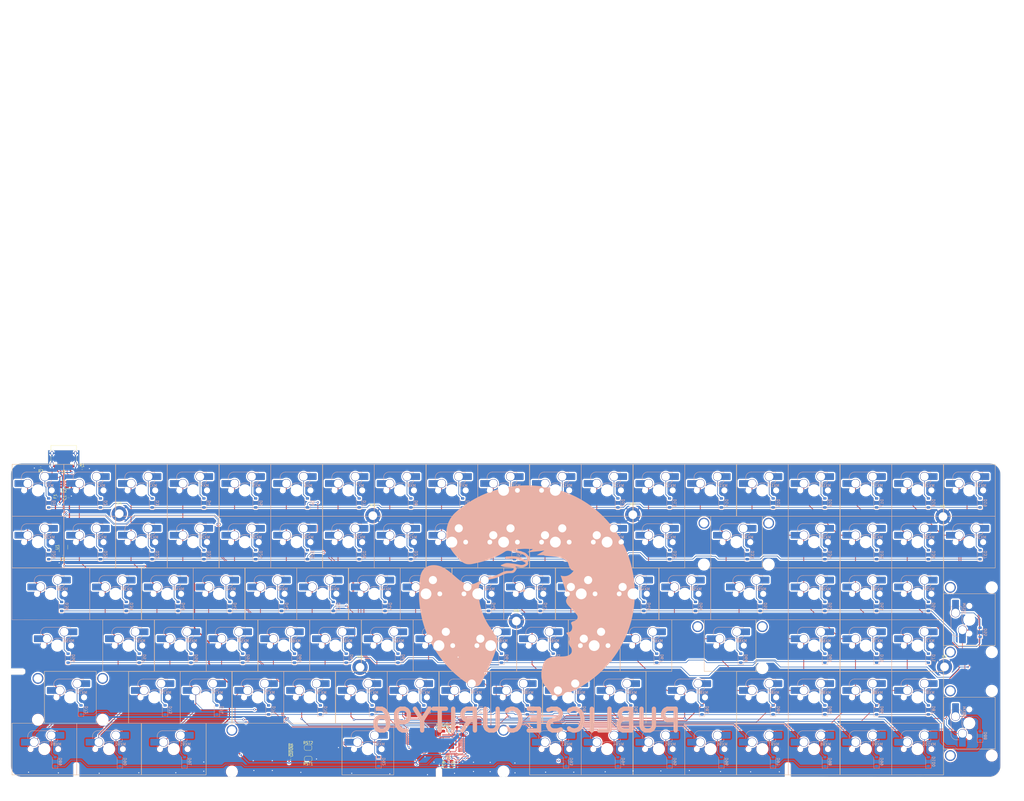
<source format=kicad_pcb>
(kicad_pcb (version 20240108) (generator "pcbnew") (generator_version "8.0")
  (layers (0 "F.Cu" signal) (31 "B.Cu" signal) (34 "B.Paste" user) (35 "F.Paste" user) (36 "B.SilkS" user "B.Silkscreen") (37 "F.SilkS" user "F.Silkscreen") (38 "B.Mask" user) (39 "F.Mask" user) (44 "Edge.Cuts" user))
  (net 0 "")
  (net 1 "+5V")
  (net 2 "Net-(D1-A)")
  (net 3 "Earth")
  (net 4 "Net-(D2-A)")
  (net 5 "+3V3")
  (net 6 "Net-(D3-A)")
  (net 7 "+1V1")
  (net 8 "Net-(D4-A)")
  (net 9 "Net-(U3-XIN)")
  (net 10 "Net-(D5-A)")
  (net 11 "Net-(U3-XOUT)")
  (net 12 "Net-(D6-A)")
  (net 13 "Row 1")
  (net 14 "Net-(D7-A)")
  (net 15 "VBUS")
  (net 16 "Net-(D8-A)")
  (net 17 "Net-(J1-CC1)")
  (net 18 "Net-(D9-A)")
  (net 19 "D+")
  (net 20 "Net-(D10-A)")
  (net 21 "D-")
  (net 22 "Net-(D11-A)")
  (net 24 "Net-(D12-A)")
  (net 25 "Net-(J1-CC2)")
  (net 26 "Net-(D13-A)")
  (net 28 "Net-(D14-A)")
  (net 29 "Col 1")
  (net 30 "Net-(D15-A)")
  (net 31 "Col 2")
  (net 32 "Net-(D16-A)")
  (net 33 "Net-(U3-RUN)")
  (net 34 "Net-(D17-A)")
  (net 35 "Net-(R4-Pad2)")
  (net 36 "Net-(D18-A)")
  (net 37 "Net-(R5-Pad2)")
  (net 38 "Net-(D19-A)")
  (net 39 "Net-(D20-A)")
  (net 40 "Net-(D21-A)")
  (net 41 "Net-(D22-A)")
  (net 42 "Net-(D23-A)")
  (net 43 "Net-(D24-A)")
  (net 44 "Net-(D25-A)")
  (net 45 "Net-(D26-A)")
  (net 46 "Net-(D27-A)")
  (net 47 "Net-(D28-A)")
  (net 48 "Net-(D29-A)")
  (net 49 "Net-(D30-A)")
  (net 50 "Net-(D31-A)")
  (net 51 "Net-(D32-A)")
  (net 52 "Net-(D33-A)")
  (net 53 "Net-(D34-A)")
  (net 54 "Net-(D35-A)")
  (net 55 "Net-(D36-A)")
  (net 56 "Net-(D37-A)")
  (net 57 "Net-(D38-A)")
  (net 58 "Net-(D39-A)")
  (net 59 "Net-(D40-A)")
  (net 60 "Net-(D41-A)")
  (net 61 "Net-(D42-A)")
  (net 62 "Net-(D43-A)")
  (net 63 "Net-(D44-A)")
  (net 64 "Net-(D45-A)")
  (net 65 "Net-(D46-A)")
  (net 66 "Net-(D47-A)")
  (net 67 "Net-(D48-A)")
  (net 68 "Net-(D49-A)")
  (net 69 "Net-(D50-A)")
  (net 70 "Net-(D51-A)")
  (net 71 "Net-(D52-A)")
  (net 72 "Net-(D53-A)")
  (net 73 "Net-(D54-A)")
  (net 74 "Net-(D55-A)")
  (net 75 "Net-(D56-A)")
  (net 76 "Net-(D57-A)")
  (net 77 "Net-(D58-A)")
  (net 78 "Net-(D59-A)")
  (net 79 "Net-(D60-A)")
  (net 80 "Net-(D61-A)")
  (net 81 "Net-(D62-A)")
  (net 82 "Net-(D63-A)")
  (net 83 "Net-(D64-A)")
  (net 84 "Net-(D65-A)")
  (net 85 "Net-(D66-A)")
  (net 86 "Net-(D67-A)")
  (net 87 "Net-(D68-A)")
  (net 88 "Net-(D69-A)")
  (net 89 "Net-(D70-A)")
  (net 90 "Net-(D71-A)")
  (net 91 "Net-(D72-A)")
  (net 92 "Net-(D73-A)")
  (net 93 "Net-(D74-A)")
  (net 94 "Net-(D75-A)")
  (net 95 "Net-(D76-A)")
  (net 96 "Net-(D77-A)")
  (net 97 "Net-(D78-A)")
  (net 98 "Net-(D79-A)")
  (net 99 "Net-(D80-A)")
  (net 100 "Net-(D81-A)")
  (net 101 "Net-(D82-A)")
  (net 102 "Net-(D83-A)")
  (net 103 "Net-(D84-A)")
  (net 104 "Net-(D85-A)")
  (net 105 "Net-(D86-A)")
  (net 106 "Net-(D87-A)")
  (net 107 "Net-(D88-A)")
  (net 108 "Net-(D89-A)")
  (net 109 "Net-(D90-A)")
  (net 110 "Net-(D91-A)")
  (net 111 "Net-(D92-A)")
  (net 112 "Net-(D93-A)")
  (net 113 "Net-(D94-A)")
  (net 114 "Net-(D95-A)")
  (net 115 "Net-(D96-A)")
  (net 116 "Net-(D97-A)")
  (net 117 "Net-(D98-A)")
  (net 118 "Net-(D99-A)")
  (net 119 "Net-(D100-A)")
  (net 120 "CS")
  (net 135 "Row 2")
  (net 136 "Row 3")
  (net 137 "Row 4")
  (net 138 "Row 5")
  (net 139 "Row 6")
  (net 140 "Col 3")
  (net 141 "Col 4")
  (net 142 "Col 5")
  (net 143 "Col 6")
  (net 144 "Col 7")
  (net 145 "Col 8")
  (net 146 "Col 9")
  (net 147 "Col 10")
  (net 148 "Col 11")
  (net 149 "Col 12")
  (net 150 "Col 13")
  (net 151 "Col 14")
  (net 152 "Col 15")
  (net 153 "Col 16")
  (net 154 "Col 17")
  (net 155 "Col 18")
  (net 156 "Col 19")
  (footprint "Fiducial:Fiducial_1mm_Mask2mm" (layer "F.Cu") (at 56.2968 129.8598)
    (property "Reference" "FID3" (hide yes))
    (property "Value" "Fiducial")
  )
  (footprint "Capacitor_SMD:C_0402_1005Metric_Pad0.74x0.62mm_HandSolder" (layer "F.Cu") (at 185.75 174.15 -90)
    (property "Reference" "C8")
    (property "Value" "22pF")
  )
  (footprint "Resistor_SMD:R_0402_1005Metric_Pad0.72x0.64mm_HandSolder" (layer "F.Cu") (at 38.466 65.293 180)
    (property "Reference" "R2")
    (property "Value" "5.1k")
  )
  (footprint "Crystal:Crystal_SMD_3225-4Pin_3.2x2.5mm" (layer "F.Cu") (at 188.6 174.25)
    (property "Reference" "Y1")
    (property "Value" "16MHz")
  )
  (footprint "Package_TO_SOT_SMD:SOT-23-3" (layer "F.Cu") (at 46.848 94.4522 90)
    (property "Reference" "U1")
    (property "Value" "XC6206PxxxMR")
  )
  (footprint "Package_DFN_QFN:QFN-56-1EP_7x7mm_P0.4mm_EP3.2x3.2mm" (layer "F.Cu") (at 189.0375 167.1)
    (property "Reference" "U3")
    (property "Value" "RP2040")
  )
  (footprint "Fiducial:Fiducial_1mm_Mask2mm" (layer "F.Cu") (at 199.4004 65.4962)
    (property "Reference" "FID2" (hide yes))
    (property "Value" "Fiducial")
  )
  (footprint "Resistor_SMD:R_0402_1005Metric_Pad0.72x0.64mm_HandSolder" (layer "F.Cu") (at 130.5025 168.5)
    (property "Reference" "R6")
    (property "Value" "1k")
  )
  (footprint "MountingHole:MountingHole_3.2mm_M3_DIN965_Pad" (layer "F.Cu") (at 371.206 138.5466)
    (property "Reference" "H2")
    (property "Value" "MountingHole_Pad")
  )
  (footprint "Capacitor_SMD:C_0402_1005Metric_Pad0.74x0.62mm_HandSolder" (layer "F.Cu") (at 188.73 160.325 90)
    (property "Reference" "C5")
    (property "Value" "1uF")
  )
  (footprint "Symbol:logo-small" (layer "F.Cu") (at 120.8128 168.671)
    (property "Reference" "G***" (hide yes))
    (property "Value" "LOGO" (hide yes))
  )
  (footprint "Resistor_SMD:R_0402_1005Metric_Pad0.72x0.64mm_HandSolder" (layer "F.Cu") (at 130.5025 170.933332)
    (property "Reference" "R4")
    (property "Value" "5.1k")
  )
  (footprint "MountingHole:MountingHole_3.2mm_M3_DIN965_Pad" (layer "F.Cu") (at 67.3712 82.1586)
    (property "Reference" "H4")
    (property "Value" "MountingHole_Pad")
  )
  (footprint "Capacitor_SMD:C_0402_1005Metric_Pad0.74x0.62mm_HandSolder" (layer "F.Cu") (at 48.4736 76.2658 90)
    (property "Reference" "C1")
    (property "Value" "1uF")
  )
  (footprint "MountingHole:MountingHole_3.2mm_M3_DIN965_Pad" (layer "F.Cu") (at 156.0172 138.699)
    (property "Reference" "H5")
    (property "Value" "MountingHole_Pad")
  )
  (footprint "MountingHole:MountingHole_3.2mm_M3_DIN965_Pad" (layer "F.Cu") (at 160.7416 82.8698)
    (property "Reference" "H3")
    (property "Value" "MountingHole_Pad")
  )
  (footprint "Capacitor_SMD:C_0603_1608Metric" (layer "F.Cu") (at 191.74 159.925 90)
    (property "Reference" "C6")
    (property "Value" "10uF")
  )
  (footprint "Resistor_SMD:R_0402_1005Metric_Pad0.72x0.64mm_HandSolder" (layer "F.Cu") (at 130.5025 169.716666)
    (property "Reference" "R5")
    (property "Value" "5.1k")
  )
  (footprint "PCM_marbastlib-various:SOT-23-6-routable" (layer "F.Cu") (at 47.025 71.4 180)
    (property "Reference" "U2")
    (property "Value" "SRV05-4")
  )
  (footprint "PCM_marbastlib-mx:STAB_MX_P_2.25u" (layer "F.Cu") (at 49.34585 149.7584)
    (property "Reference" "S72" (hide yes))
    (property "Value" "MX_stab")
  )
  (footprint "PCM_marbastlib-mx:STAB_MX_P_2u" (layer "F.Cu") (at 380.3396 159.2834 90)
    (property "Reference" "S88" (hide yes))
    (property "Value" "MX_stab")
  )
  (footprint "Resistor_SMD:R_0402_1005Metric_Pad0.72x0.64mm_HandSolder" (layer "F.Cu") (at 53.706 65.4962)
    (property "Reference" "R1")
    (property "Value" "5.1k")
  )
  (footprint "Jumper:SolderJumper-2_P1.3mm_Open_RoundedPad1.0x1.5mm" (layer "F.Cu") (at 136.95 172.45 180)
    (property "Reference" "RST1")
    (property "Value" "RESET")
  )
  (footprint "PCM_marbastlib-mx:STAB_MX_P_2u" (layer "F.Cu") (at 294.55 92.6)
    (property "Reference" "S33" (hide yes))
    (property "Value" "MX_stab")
  )
  (footprint "PCM_marbastlib-mx:STAB_MX_P_2.25u" (layer "F.Cu") (at 292.23335 130.7084)
    (property "Reference" "S68" (hide yes))
    (property "Value" "MX_stab")
  )
  (footprint "Fiducial:Fiducial_1mm_Mask2mm" (layer "F.Cu") (at 352.156 171.5158)
    (property "Reference" "FID1" (hide yes))
    (property "Value" "Fiducial")
  )
  (footprint "Capacitor_SMD:C_0402_1005Metric_Pad0.74x0.62mm_HandSolder" (layer "F.Cu") (at 46.594 97.805 180)
    (property "Reference" "C2")
    (property "Value" "1uF")
  )
  (footprint "PCM_marbastlib-mx:STAB_MX_P_2u" (layer "F.Cu") (at 380.3396 121.1834 90)
    (property "Reference" "S55" (hide yes))
    (property "Value" "MX_stab")
  )
  (footprint "MountingHole:MountingHole_3.2mm_M3_DIN965_Pad" (layer "F.Cu") (at 256.4488 82.5142)
    (property "Reference" "H7")
    (property "Value" "MountingHole_Pad")
  )
  (footprint "MountingHole:MountingHole_3.2mm_M3_DIN965_Pad" (layer "F.Cu") (at 370.6472 83.2254)
    (property "Reference" "H1")
    (property "Value" "MountingHole_Pad")
  )
  (footprint "MountingHole:MountingHole_3.2mm_M3_DIN965_Pad" (layer "F.Cu") (at 213.5736 121.681)
    (property "Reference" "H6")
    (property "Value" "MountingHole_Pad")
  )
  (footprint "Capacitor_SMD:C_0402_1005Metric_Pad0.74x0.62mm_HandSolder" (layer "F.Cu") (at 190.1 160.325 90)
    (property "Reference" "C7")
    (property "Value" "100nF")
  )
  (footprint "Resistor_SMD:R_0402_1005Metric_Pad0.72x0.64mm_HandSolder" (layer "F.Cu") (at 130.5025 172.15)
    (property "Reference" "R3")
    (property "Value" "5.1k")
  )
  (footprint "Connector_USB:USB_C_Receptacle_HRO_TYPE-C-31-M-12" (layer "F.Cu") (at 46.9396 60.9334 180)
    (property "Reference" "J1")
    (property "Value" "USB_C_Receptacle_USB2.0")
  )
  (footprint "Jumper:SolderJumper-2_P1.3mm_Open_RoundedPad1.0x1.5mm" (layer "F.Cu") (at 136.9 168.3)
    (property "Reference" "RST2")
    (property "Value" "BOOT SELECT")
  )
  (footprint "PCM_marbastlib-mx:STAB_MX_P_6.25u" (layer "F.Cu") (at 158.85 168.85)
    (property "Reference" "S92" (hide yes))
    (property "Value" "MX_stab")
  )
  (footprint "Capacitor_SMD:C_0402_1005Metric_Pad0.74x0.62mm_HandSolder" (layer "F.Cu") (at 185.99 160.325 90)
    (property "Reference" "C3")
    (property "Value" "1uF")
  )
  (footprint "Capacitor_SMD:C_0402_1005Metric_Pad0.74x0.62mm_HandSolder" (layer "F.Cu") (at 191.5 174.2 90)
    (property "Reference" "C9")
    (property "Value" "22pF")
  )
  (footprint "Capacitor_SMD:C_0402_1005Metric_Pad0.74x0.62mm_HandSolder" (layer "F.Cu") (at 187.36 160.325 90)
    (property "Reference" "C4")
    (property "Value" "100nF")
  )
  (footprint "Fuse:Fuse_0805_2012Metric" (layer "F.Cu") (at 45.4256 75.7578 90)
    (property "Reference" "F1")
    (property "Value" "Fuse")
  )
  (footprint "PCM_marbastlib-mx:SW_MX_HS_1.25u" (layer "B.Cu") (at 87.44585 168.8084 180)
    (property "Reference" "MX91")
    (property "Value" "MX_SW_HS" (hide yes))
  )
  (footprint "Diode_SMD:D_SOD-123" (layer "B.Cu") (at 270.002 97.2312 90)
    (property "Reference" "D32")
    (property "Value" "D")
  )
  (footprint "Diode_SMD:D_SOD-123" (layer "B.Cu") (at 117.602 78.1812 90)
    (property "Reference" "D5")
    (property "Value" "D")
  )
  (footprint "Diode_SMD:D_SOD-123" (layer "B.Cu") (at 198.5645 154.3812 90)
    (property "Reference" "D79")
    (property "Value" "D")
  )
  (footprint "PCM_marbastlib-mx:SW_MX_HS_1u" (layer "B.Cu") (at 342.2396 149.7584 180)
    (property "Reference" "MX86")
    (property "Value" "MX_SW_HS" (hide yes))
  )
  (footprint "PCM_marbastlib-mx:SW_MX_HS_1u" (layer "B.Cu") (at 185.0771 130.7084 180)
    (property "Reference" "MX63")
    (property "Value" "MX_SW_HS" (hide yes))
  )
  (footprint "PCM_marbastlib-mx:SW_MX_HS_1.25u" (layer "B.Cu") (at 39.82085 168.8084 180)
    (property "Reference" "MX89")
    (property "Value" "MX_SW_HS" (hide yes))
  )
  (footprint "PCM_marbastlib-mx:SW_MX_HS_1u" (layer "B.Cu") (at 361.2896 73.5584 180)
    (property "Reference" "MX18")
    (property "Value" "MX_SW_HS" (hide yes))
  )
  (footprint "PCM_marbastlib-mx:SW_MX_HS_1u" (layer "B.Cu") (at 213.6521 149.7584 180)
    (property "Reference" "MX80")
    (property "Value" "MX_SW_HS" (hide yes))
  )
  (footprint "Diode_SMD:D_SOD-123" (layer "B.Cu") (at 346.202 116.2812 90)
    (property "Reference" "D53")
    (property "Value" "D")
  )
  (footprint "PCM_marbastlib-mx:SW_MX_HS_1u" (layer "B.Cu") (at 80.3021 149.7584 180)
    (property "Reference" "MX73")
    (property "Value" "MX_SW_HS" (hide yes))
  )
  (footprint "PCM_marbastlib-mx:SW_MX_HS_1u" (layer "B.Cu") (at 223.1771 130.7084 180)
    (property "Reference" "MX65")
    (property "Value" "MX_SW_HS" (hide yes))
  )
  (footprint "Diode_SMD:D_SOD-123" (layer "B.Cu") (at 241.427 116.2812 90)
    (property "Reference" "D48")
    (property "Value" "D")
  )
  (footprint "Diode_SMD:D_SOD-123" (layer "B.Cu") (at 103.3145 154.3812 90)
    (property "Reference" "D74")
    (property "Value" "D")
  )
  (footprint "Diode_SMD:D_SOD-123" (layer "B.Cu") (at 289.052 173.4312 90)
    (property "Reference" "D96")
    (property "Value" "D")
  )
  (footprint "Diode_SMD:D_SOD-123" (layer "B.Cu") (at 41.402 78.1812 90)
    (property "Reference" "D1")
    (property "Value" "D")
  )
  (footprint "Diode_SMD:D_SOD-123" (layer "B.Cu") (at 165.227 116.2812 90)
    (property "Reference" "D44")
    (property "Value" "D")
  )
  (footprint "Diode_SMD:D_SOD-123" (layer "B.Cu") (at 250.952 97.2312 90)
    (property "Reference" "D31")
    (property "Value" "D")
  )
  (footprint "PCM_marbastlib-mx:SW_MX_HS_1u" (layer "B.Cu") (at 361.2896 149.7584 180)
    (property "Reference" "MX87")
    (property "Value" "MX_SW_HS" (hide yes))
  )
  (footprint "PCM_marbastlib-mx:SW_MX_HS_1.75u" (layer "B.Cu") (at 277.94585 149.7584 180)
    (property "Reference" "MX83")
    (property "Value" "MX_SW_HS" (hide yes))
  )
  (footprint "PCM_marbastlib-mx:SW_MX_HS_1u" (layer "B.Cu") (at 246.9896 92.6084 180)
    (property "Reference" "MX31")
    (property "Value" "MX_SW_HS" (hide yes))
  )
  (footprint "PCM_marbastlib-mx:SW_MX_HS_1u" (layer "B.Cu") (at 151.7396 73.5584 180)
    (property "Reference" "MX7")
    (property "Value" "MX_SW_HS" (hide yes))
  )
  (footprint "PCM_marbastlib-mx:SW_MX_HS_1u" (layer "B.Cu") (at 37.4396 92.6084 180)
    (property "Reference" "MX20")
    (property "Value" "MX_SW_HS" (hide yes))
  )
  (footprint "Diode_SMD:D_SOD-123" (layer "B.Cu") (at 193.802 78.1812 90)
    (property "Reference" "D9")
    (property "Value" "D")
  )
  (footprint "PCM_marbastlib-mx:SW_MX_HS_1u" (layer "B.Cu") (at 266.0396 92.6084 180)
    (property "Reference" "MX32")
    (property "Value" "MX_SW_HS" (hide yes))
  )
  (footprint "PCM_marbastlib-mx:SW_MX_HS_1u" (layer "B.Cu") (at 113.6396 73.5584 180)
    (property "Reference" "MX5")
    (property "Value" "MX_SW_HS" (hide yes))
  )
  (footprint "Diode_SMD:D_SOD-123" (layer "B.Cu") (at 289.052 78.1812 90)
    (property "Reference" "D14")
    (property "Value" "D")
  )
  (footprint "Diode_SMD:D_SOD-123" (layer "B.Cu") (at 212.852 78.1812 90)
    (property "Reference" "D10")
    (property "Value" "D")
  )
  (footprint "PCM_marbastlib-mx:SW_MX_HS_1u" (layer "B.Cu") (at 227.9396 92.6084 180)
    (property "Reference" "MX30")
    (property "Value" "MX_SW_HS" (hide yes))
  )
  (footprint "Diode_SMD:D_SOD-123" (layer "B.Cu") (at 169.9895 135.3312 90)
    (property "Reference" "D62")
    (property "Value" "D")
  )
  (footprint "PCM_marbastlib-mx:SW_MX_HS_1u" (layer "B.Cu") (at 266.0396 168.8084 180)
    (property "Reference" "MX95")
    (property "Value" "MX_SW_HS" (hide yes))
  )
  (footprint "PCM_marbastlib-mx:SW_MX_HS_1u" (layer "B.Cu") (at 175.5521 149.7584 180)
    (property "Reference" "MX78")
    (property "Value" "MX_SW_HS" (hide yes))
  )
  (footprint "Diode_SMD:D_SOD-123" (layer "B.Cu") (at 365.252 173.4312 90)
    (property "Reference" "D100")
    (property "Value" "D")
  )
  (footprint "Diode_SMD:D_SOD-123" (layer "B.Cu") (at 98.552 78.1812 90)
    (property "Reference" "D4")
    (property "Value" "D")
  )
  (footprint "PCM_marbastlib-mx:SW_MX_HS_1u" (layer "B.Cu") (at 246.9896 73.5584 180)
    (property "Reference" "MX12")
    (property "Value" "MX_SW_HS" (hide yes))
  )
  (footprint "Diode_SMD:D_SOD-123" (layer "B.Cu") (at 365.252 135.3312 90)
    (property "Reference" "D71")
    (property "Value" "D")
  )
  (footprint "PCM_marbastlib-mx:SW_MX_HS_1u" (layer "B.Cu") (at 227.9396 73.5584 180)
    (property "Reference" "MX11")
    (property "Value" "MX_SW_HS" (hide yes))
  )
  (footprint "Diode_SMD:D_SOD-123" (layer "B.Cu") (at 48.54575 135.3312 90)
    (property "Reference" "D56")
    (property "Value" "D")
  )
  (footprint "PCM_marbastlib-mx:SW_MX_HS_1u" (layer "B.Cu") (at 342.2396 111.6584 180)
    (property "Reference" "MX53")
    (property "Value" "MX_SW_HS" (hide yes))
  )
  (footprint "PCM_marbastlib-mx:SW_MX_HS_1u" (layer "B.Cu") (at 227.9396 168.8084 180)
    (property "Reference" "MX93")
    (property "Value" "MX_SW_HS" (hide yes))
  )
  (footprint "PCM_marbastlib-mx:SW_MX_HS_1u" (layer "B.Cu") (at 94.5896 73.5584 180)
    (property "Reference" "MX4")
    (property "Value" "MX_SW_HS" (hide yes))
  )
  (footprint "PCM_marbastlib-mx:SW_MX_HS_1u" (layer "B.Cu") (at 170.7896 92.6084 180)
    (property "Reference" "MX27")
    (property "Value" "MX_SW_HS" (hide yes))
  )
  (footprint "Diode_SMD:D_SOD-123" (layer "B.Cu") (at 146.177 116.2812 90)
    (property "Reference" "D43")
    (property "Value" "D")
  )
  (footprint "Diode_SMD:D_SOD-123" (layer "B.Cu") (at 308.102 173.4312 90)
    (property "Reference" "D97")
    (property "Value" "D")
  )
  (footprint "Symbol:logo_big" (layer "B.Cu") (at 217.1804 111.013 180)
    (property "Reference" "G***")
    (property "Value" "LOGO" (hide yes))
  )
  (footprint "Diode_SMD:D_SOD-123" (layer "B.Cu") (at 93.7895 135.3312 90)
    (property "Reference" "D58")
    (property "Value" "D")
  )
  (footprint "PCM_marbastlib-mx:SW_MX_HS_1u" (layer "B.Cu") (at 99.3521 149.7584 180)
    (property "Reference" "MX74")
    (property "Value" "MX_SW_HS" (hide yes))
  )
  (footprint "Diode_SMD:D_SOD-123" (layer "B.Cu") (at 43.78325 173.4312 90)
    (property "Reference" "D89")
    (property "Value" "D")
  )
  (footprint "PCM_marbastlib-mx:SW_MX_HS_1u" (layer "B.Cu") (at 194.6021 149.7584 180)
    (property "Reference" "MX79")
    (property "Value" "MX_SW_HS" (hide yes))
  )
  (footprint "PCM_marbastlib-mx:SW_MX_HS_1u" (layer "B.Cu") (at 242.2271 130.7084 180)
    (property "Reference" "MX66")
    (property "Value" "MX_SW_HS" (hide yes))
  )
  (footprint "Diode_SMD:D_SOD-123" (layer "B.Cu") (at 327.152 97.2312 90)
    (property "Reference" "D34")
    (property "Value" "D")
  )
  (footprint "PCM_marbastlib-mx:SW_MX_HS_1u" (layer "B.Cu") (at 323.1896 111.6584 180)
    (property "Reference" "MX52")
    (property "Value" "MX_SW_HS" (hide yes))
  )
  (footprint "Diode_SMD:D_SOD-123" (layer "B.Cu") (at 67.59575 173.4312 90)
    (property "Reference" "D90")
    (property "Value" "D")
  )
  (footprint "Diode_SMD:D_SOD-123" (layer "B.Cu") (at 365.252 154.3812 90)
    (property "Reference" "D87")
    (property "Value" "D")
  )
  (footprint "Diode_SMD:D_SOD-123" (layer "B.Cu") (at 250.952 78.1812 90)
    (property "Reference" "D12")
    (property "Value" "D")
  )
  (footprint "Diode_SMD:D_SOD-123" (layer "B.Cu") (at 217.6145 154.3812 90)
    (property "Reference" "D80")
    (property "Value" "D")
  )
  (footprint "PCM_marbastlib-mx:SW_MX_HS_1u" (layer "B.Cu") (at 49.34585 149.7584 180)
    (property "Reference" "MX72")
    (property "Value" "MX_SW_HS" (hide yes))
  )
  (footprint "Diode_SMD:D_SOD-123" (layer "B.Cu") (at 346.202 173.4312 90)
    (property "Reference" "D99")
    (property "Value" "D")
  )
  (footprint "Diode_SMD:D_SOD-123" (layer "B.Cu") (at 60.452 78.1812 90)
    (property "Reference" "D2")
    (property "Value" "D")
  )
  (footprint "PCM_marbastlib-mx:SW_MX_HS_1u" (layer "B.Cu") (at 170.7896 73.5584 180)
    (property "Reference" "MX8")
    (property "Value" "MX_SW_HS" (hide yes))
  )
  (footprint "Diode_SMD:D_SOD-123" (layer "B.Cu") (at 222.377 116.2812 90)
    (property "Reference" "D47")
    (property "Value" "D")
  )
  (footprint "PCM_marbastlib-mx:SW_MX_HS_1u" (layer "B.Cu") (at 323.1896 168.8084 180)
    (property "Reference" "MX98")
    (property "Value" "MX_SW_HS" (hide yes))
  )
  (footprint "Diode_SMD:D_SOD-123" (layer "B.Cu") (at 46.1645 116.2812 90)
    (property "Reference" "D38")
    (property "Value" "D")
  )
  (footprint "Diode_SMD:D_SOD-123" (layer "B.Cu") (at 270.002 173.4312 90)
    (property "Reference" "D95")
    (property "Value" "D")
  )
  (footprint "Diode_SMD:D_SOD-123" (layer "B.Cu") (at 250.952 173.4312 90)
    (property "Reference" "D94")
    (property "Value" "D")
  )
  (footprint "PCM_marbastlib-mx:SW_MX_HS_1u" (layer "B.Cu") (at 294.6146 92.6084 180)
    (property "Reference" "MX33")
    (property "Value" "MX_SW_HS" (hide yes))
  )
  (footprint "PCM_marbastlib-mx:SW_MX_HS_1u" (layer "B.Cu") (at 56.4896 92.6084 180)
    (property "Reference" "MX21")
    (property "Value" "MX_SW_HS" (hide yes))
  )
  (footprint "PCM_marbastlib-mx:SW_MX_HS_1u" (layer "B.Cu") (at 292.23335 130.7084 180)
    (property "Reference" "MX68")
    (property "Value" "MX_SW_HS" (hide yes))
  )
  (footprint "PCM_marbastlib-mx:SW_MX_HS_1u" (layer "B.Cu") (at 66.0146 111.6584 180)
    (property "Reference" "MX39")
    (property "Value" "MX_SW_HS" (hide yes))
  )
  (footprint "PCM_marbastlib-mx:SW_MX_HS_1u" (layer "B.Cu") (at 285.0896 168.8084 180)
    (property "Reference" "MX96")
    (property "Value" "MX_SW_HS" (hide yes))
  )
  (footprint "Diode_SMD:D_SOD-123" (layer "B.Cu") (at 84.2645 154.3812 90)
    (property "Reference" "D73")
    (property "Value" "D")
  )
  (footprint "Diode_SMD:D_SOD-123" (layer "B.Cu") (at 279.527 116.2812 90)
    (property "Reference" "D50")
    (property "Value" "D")
  )
  (footprint "PCM_marbastlib-mx:SW_MX_HS_1u" (layer "B.Cu") (at 104.1146 111.6584 180)
    (property "Reference" "MX41")
    (property "Value" "MX_SW_HS" (hide yes))
  )
  (footprint "Diode_SMD:D_SOD-123" (layer "B.Cu") (at 303.3395 116.2812 90)
    (property "Reference" "D51")
    (property "Value" "D")
  )
  (footprint "Diode_SMD:D_SOD-123" (layer "B.Cu") (at 281.90825 154.3812 90)
    (property "Reference" "D83")
    (property "Value" "D")
  )
  (footprint "PCM_marbastlib-mx:SW_MX_HS_1u" (layer "B.Cu") (at 261.2771 130.7084 180)
    (property "Reference" "MX67")
    (property "Value" "MX_SW_HS" (hide yes))
  )
  (footprint "PCM_marbastlib-mx:SW_MX_HS_1u" (layer "B.Cu") (at 180.3146 111.6584 180)
    (property "Reference" "MX45")
    (property "Value" "MX_SW_HS" (hide yes))
  )
  (footprint "Diode_SMD:D_SOD-123" (layer "B.Cu") (at 346.202 97.2312 90)
    (property "Reference" "D35")
    (property "Value" "D")
  )
  (footprint "PCM_marbastlib-mx:SW_MX_HS_1u" (layer "B.Cu") (at 361.2896 111.6584 180)
    (property "Reference" "MX54")
    (property "Value" "MX_SW_HS" (hide yes))
  )
  (footprint "Diode_SMD:D_SOD-123" (layer "B.Cu") (at 327.152 116.2812 90)
    (property "Reference" "D52")
    (property "Value" "D")
  )
  (footprint "PCM_marbastlib-mx:SW_MX_HS_1u" (layer "B.Cu") (at 208.8896 92.6084 180)
    (property "Reference" "MX29")
    (property "Value" "MX_SW_HS" (hide yes))
  )
  (footprint "PCM_marbastlib-mx:SW_MX_HS_1.5u" (layer "B.Cu") (at 42.2021 111.6584 180)
    (property "Reference" "MX38")
    (property "Value" "MX_SW_HS" (hide yes))
  )
  (footprint "Diode_SMD:D_SOD-123" (layer "B.Cu") (at 327.152 135.3312 90)
    (property "Reference" "D69")
    (property "Value" "D")
  )
  (footprint "Diode_SMD:D_SOD-123" (layer "B.Cu") (at 298.577 97.2312 90)
    (property "Reference" "D33")
    (property "Value" "D")
  )
  (footprint "PCM_marbastlib-mx:SW_MX_HS_1u" (layer "B.Cu") (at 323.1896 149.7584 180)
    (property "Reference" "MX85")
    (property "Value" "MX_SW_HS" (hide yes))
  )
  (footprint "Diode_SMD:D_SOD-123" (layer "B.Cu") (at 346.202 78.1812 90)
    (property "Reference" "D17")
    (property "Value" "D")
  )
  (footprint "Diode_SMD:D_SOD-123" (layer "B.Cu") (at 91.40825 173.4312 90)
    (property "Reference" "D91")
    (property "Value" "D")
  )
  (footprint "Diode_SMD:D_SOD-123" (layer "B.Cu") (at 327.152 78.1812 90)
    (property "Reference" "D16")
    (property "Value" "D")
  )
  (footprint "Diode_SMD:D_SOD-123" (layer "B.Cu") (at 98.552 97.2312 90)
    (property "Reference" "D23")
    (property "Value" "D")
  )
  (footprint "PCM_marbastlib-mx:SW_MX_HS_1u" (layer "B.Cu") (at 142.2146 111.6584 180)
    (property "Reference" "MX43")
    (property "Value" "MX_SW_HS" (hide yes))
  )
  (footprint "PCM_marbastlib-mx:SW_MX_HS_1u" (layer "B.Cu") (at 237.4646 111.6584 180)
    (property "Reference" "MX48")
    (property "Value" "MX_SW_HS" (hide yes))
  )
  (footprint "PCM_marbastlib-mx:SW_MX_HS_1u" (layer "B.Cu") (at 151.7396 92.6084 180)
    (property "Reference" "MX26")
    (property "Value" "MX_SW_HS" (hide yes))
  )
  (footprint "Diode_SMD:D_SOD-123" (layer "B.Cu") (at 231.902 97.2312 90)
    (property "Reference" "D30")
    (property "Value" "D")
  )
  (footprint "Diode_SMD:D_SOD-123" (layer "B.Cu") (at 174.752 97.2312 90)
    (property "Reference" "D27")
    (property "Value" "D")
  )
  (footprint "Diode_SMD:D_SOD-123" (layer "B.Cu") (at 189.0395 135.3312 90)
    (property "Reference" "D63")
    (property "Value" "D")
  )
  (footprint "Diode_SMD:D_SOD-123" (layer "B.Cu") (at 136.652 78.1812 90)
    (property "Reference" "D6")
    (property "Value" "D")
  )
  (footprint "Diode_SMD:D_SOD-123" (layer "B.Cu") (at 127.127 116.2812 90)
    (property "Reference" "D42")
    (property "Value" "D")
  )
  (footprint "Diode_SMD:D_SOD-123" (layer "B.Cu") (at 365.252 78.1812 90)
    (property "Reference" "D18")
    (property "Value" "D")
  )
  (footprint "Diode_SMD:D_SOD-123" (layer "B.Cu") (at 41.402 97.2312 90)
    (property "Reference" "D20")
    (property "Value" "D")
  )
  (footprint "Diode_SMD:D_SOD-123" (layer "B.Cu") (at 365.252 97.2312 90)
    (property "Reference" "D36")
    (property "Value" "D")
  )
  (footprint "PCM_marbastlib-mx:SW_MX_HS_1u" (layer "B.Cu") (at 85.0646 111.6584 180)
    (property "Reference" "MX40")
    (property "Value" "MX_SW_HS" (hide yes))
  )
  (footprint "Diode_SMD:D_SOD-123" (layer "B.Cu") (at 162.84575 173.4312 90)
    (property "Reference" "D92")
    (property "Value" "D")
  )
  (footprint "Diode_SMD:D_SOD-123" (layer "B.Cu") (at 346.202 154.3812 90)
    (property "Reference" "D86")
    (property "Value" "D")
  )
  (footprint "PCM_marbastlib-mx:SW_MX_HS_1u" (layer "B.Cu") (at 70.7771 130.7084 180)
    (property "Reference" "MX57")
    (property "Value" "MX_SW_HS" (hide yes))
  )
  (footprint "Diode_SMD:D_SOD-123" (layer "B.Cu") (at 53.30825 154.3812 90)
    (property "Reference" "D72")
    (property "Value" "D")
  )
  (footprint "Diode_SMD:D_SOD-123" (layer "B.Cu") (at 69.977 116.2812 90)
    (property "Reference" "D39")
    (property "Value" "D")
  )
  (footprint "PCM_marbastlib-mx:SW_MX_HS_1u" (layer "B.Cu") (at 275.5646 111.6584 180)
    (property "Reference" "MX50")
    (property "Value" "MX_SW_HS" (hide yes))
  )
  (footprint "PCM_marbastlib-mx:SW_MX_HS_1u" (layer "B.Cu") (at 380.3396 73.5584 180)
    (property "Reference" "MX19")
    (property "Value" "MX_SW_HS" (hide yes))
  )
  (footprint "Diode_SMD:D_SOD-123" (layer "B.Cu") (at 212.852 97.2312 90)
    (property "Reference" "D29")
    (property "Value" "D")
  )
  (footprint "PCM_marbastlib-mx:SW_MX_HS_1u" (layer "B.Cu") (at 323.1896 130.7084 180)
    (property "Reference" "MX69")
    (property "Value" "MX_SW_HS" (hide yes))
  )
  (footprint "Diode_SMD:D_SOD-123" (layer "B.Cu") (at 270.002 78.1812 90)
    (property "Reference" "D13")
    (property "Value" "D")
  )
  (footprint "PCM_marbastlib-mx:SW_MX_HS_1u" (layer "B.Cu") (at 304.1396 149.7584 180)
    (property "Reference" "MX84")
    (property "Value" "MX_SW_HS" (hide yes))
  )
  (footprint "PCM_marbastlib-mx:SW_MX_HS_1u" (layer "B.Cu") (at 304.1396 168.8084 180)
    (property "Reference" "MX97")
    (property "Value" "MX_SW_HS" (hide yes))
  )
  (footprint "Diode_SMD:D_SOD-123" (layer "B.Cu") (at 346.202 135.3312 90)
    (property "Reference" "D70")
    (property "Value" "D")
  )
  (footprint "Diode_SMD:D_SOD-123" (layer "B.Cu") (at 384.302 97.2312 90)
    (property "Reference" "D37")
    (property "Value" "D")
  )
  (footprint "Diode_SMD:D_SOD-123" (layer "B.Cu") (at 365.252 116.2812 90)
    (property "Reference" "D54")
    (property "Value" "D")
  )
  (footprint "PCM_marbastlib-mx:SW_MX_HS_1u" (layer "B.Cu") (at 232.7021 149.7584 180)
    (property "Reference" "MX81")
    (property "Value" "MX_SW_HS" (hide yes))
  )
  (footprint "Diode_SMD:D_SOD-123" (layer "B.Cu") (at 384.302 163.9062 90)
    (property "Reference" "D88")
    (property "Value" "D")
  )
  (footprint "PCM_marbastlib-mx:SW_MX_HS_1u" (layer "B.Cu") (at 127.9271 130.7084 180)
    (property "Reference" "MX60")
    (property "Value" "MX_SW_HS" (hide yes))
  )
  (footprint "PCM_marbastlib-mx:SW_MX_HS_1u" (layer "B.Cu") (at 166.0271 130.7084 180)
    (property "Reference" "MX62")
    (property "Value" "MX_SW_HS" (hide yes))
  )
  (footprint "Diode_SMD:D_SOD-123" (layer "B.Cu") (at 246.1895 135.3312 90)
    (property "Reference" "D66")
    (property "Value" "D")
  )
  (footprint "PCM_marbastlib-mx:SW_MX_HS_1u" (layer "B.Cu") (at 204.1271 130.7084 180)
    (property "Reference" "MX64")
    (property "Value" "MX_SW_HS" (hide yes))
  )
  (footprint "PCM_marbastlib-mx:SW_MX_HS_1u" (layer "B.Cu") (at 37.4396 73.5584 180)
    (property "Reference" "MX1")
    (property "Value" "MX_SW_HS" (hide yes))
  )
  (footprint "PCM_marbastlib-mx:SW_MX_HS_1u" (layer "B.Cu") (at 199.3646 111.6584 180)
    (property "Reference" "MX46")
    (property "Value" "MX_SW_HS" (hide yes))
  )
  (footprint "Diode_SMD:D_SOD-123" (layer "B.Cu") (at 112.8395 135.3312 90)
    (property "Reference" "D59")
    (property "Value" "D")
  )
  (footprint "PCM_marbastlib-mx:SW_MX_HS_1u" (layer "B.Cu") (at 137.4521 149.7584 180)
    (property "Reference" "MX76")
    (property "Value" "MX_SW_HS" (hide yes))
  )
  (footprint "PCM_marbastlib-mx:SW_MX_HS_1u" (layer "B.Cu") (at 361.2896 130.7084 180)
    (property "Reference" "MX71")
    (property "Value" "MX_SW_HS" (hide yes))
  )
  (footprint "Diode_SMD:D_SOD-123" (layer "B.Cu") (at 203.327 116.2812 90)
    (property "Reference" "D46")
    (property "Value" "D")
  )
  (footprint "PCM_marbastlib-mx:SW_MX_HS_1u" (layer "B.Cu") (at 123.1646 111.6584 180)
    (property "Reference" "MX42")
    (property "Value" "MX_SW_HS" (hide yes))
  )
  (footprint "PCM_marbastlib-mx:SW_MX_HS_1u" (layer "B.Cu") (at 189.8396 73.5584 180)
    (property "Reference" "MX9")
    (property "Value" "MX_SW_HS" (hide yes))
  )
  (footprint "PCM_marbastlib-mx:SW_MX_HS_1u" (layer "B.Cu") (at 118.4021 149.7584 180)
    (property "Reference" "MX75")
    (property "Value" "MX_SW_HS" (hide yes))
  )
  (footprint "PCM_marbastlib-mx:SW_MX_HS_1u" (layer "B.Cu") (at 342.2396 92.6084 180)
    (property "Reference" "MX35")
    (property "Value" "MX_SW_HS" (hide yes))
  )
  (footprint "PCM_marbastlib-mx:SW_MX_HS_1u" (layer "B.Cu") (at 158.88335 168.8084 180)
    (property "Reference" "MX92")
    (property "Value" "MX_SW_HS" (hide yes))
  )
  (footprint "Diode_SMD:D_SOD-123" (layer "B.Cu") (at 193.802 97.2312 90)
    (property "Reference" "D28")
    (property "Value" "D")
  )
  (footprint "PCM_marbastlib-mx:SW_MX_HS_1u" (layer "B.Cu") (at 94.5896 92.6084 180)
    (property "Reference" "MX23")
    (property "Value" "MX_SW_HS" (hide yes))
  )
  (footprint "PCM_marbastlib-mx:SW_MX_HS_1u" (layer "B.Cu") (at 208.8896 73.5584 180)
    (property "Reference" "MX10")
    (property "Value" "MX_SW_HS" (hide yes))
  )
  (footprint "PCM_marbastlib-mx:SW_MX_HS_1u" (layer "B.Cu") (at 108.8771 130.7084 180)
    (property "Reference" "MX59")
    (property "Value" "MX_SW_HS" (hide yes))
  )
  (footprint "Diode_SMD:D_SOD-123" (layer "B.Cu") (at 117.602 97.2312 90)
    (property "Reference" "D24")
    (property "Value" "D")
  )
  (footprint "PCM_marbastlib-mx:SW_MX_HS_1u" (layer "B.Cu") (at 89.8271 130.7084 180)
    (property "Reference" "MX58")
    (property "Value" "MX_SW_HS" (hide yes))
  )
  (footprint "PCM_marbastlib-mx:SW_MX_HS_1u" (layer "B.Cu") (at 304.1396 73.5584 180)
    (property "Reference" "MX15")
    (property "Value" "MX_SW_HS" (hide yes))
  )
  (footprint "Diode_SMD:D_SOD-123" (layer "B.Cu") (at 236.6645 154.3812 90)
    (property "Reference" "D81")
    (property "Value" "D")
  )
  (footprint "PCM_marbastlib-mx:SW_MX_HS_1u" (layer "B.Cu") (at 323.1896 73.5584 180)
    (property "Reference" "MX16")
    (property "Value" "MX_SW_HS" (hide yes))
  )
  (footprint "Diode_SMD:D_SOD-123" (layer "B.Cu") (at 174.752 78.1812 90)
    (property "Reference" "D8")
    (property "Value" "D")
  )
  (footprint "Diode_SMD:D_SOD-123" (layer "B.Cu") (at 265.2395 135.3312 90)
    (property "Reference" "D67")
    (property "Value" "D")
  )
  (footprint "Diode_SMD:D_SOD-123" (layer "B.Cu") (at 327.152 173.4312 90)
    (property "Reference" "D98")
    (property "Value" "D")
  )
  (footprint "Diode_SMD:D_SOD-123" (layer "B.Cu") (at 160.4645 154.3812 90)
    (property "Reference" "D77")
    (property "Value" "D")
  )
  (footprint "Diode_SMD:D_SOD-123" (layer "B.Cu") (at 260.477 116.2812 90)
    (property "Reference" "D49")
    (property "Value" "D")
  )
  (footprint "Diode_SMD:D_SOD-123" (layer "B.Cu") (at 308.102 78.1812 90)
    (property "Reference" "D15")
    (property "Value" "D")
  )
  (footprint "Diode_SMD:D_SOD-123" (layer "B.Cu") (at 155.702 97.2312 90)
    (property "Reference" "D26")
    (property "Value" "D")
  )
  (footprint "PCM_marbastlib-mx:SW_MX_HS_1u" (layer "B.Cu") (at 285.0896 73.5584 180)
    (property "Reference" "MX14")
    (property "Value" "MX_SW_HS" (hide yes))
  )
  (footprint "Diode_SMD:D_SOD-123" (layer "B.Cu") (at 184.277 116.2812 90)
    (property "Reference" "D45")
    (property "Value" "D")
  )
  (footprint "PCM_marbastlib-mx:SW_MX_HS_1u" (layer "B.Cu") (at 156.5021 149.7584 180)
    (property "Reference" "MX77")
    (property "Value" "MX_SW_HS" (hide yes))
  )
  (footprint "PCM_marbastlib-mx:SW_MX_HS_1u" (layer "B.Cu") (at 266.0396 73.5584 180)
    (property "Reference" "MX13")
    (property "Value" "MX_SW_HS" (hide yes))
  )
  (footprint "PCM_marbastlib-mx:SW_MX_HS_1u" (layer "B.Cu") (at 251.7521 149.7584 180)
    (property "Reference" "MX82")
    (property "Value" "MX_SW_HS" (hide yes))
  )
  (footprint "Diode_SMD:D_SOD-123" (layer "B.Cu") (at 89.027 116.2812 90)
    (property "Reference" "D40")
    (property "Value" "D")
  )
  (footprint "PCM_marbastlib-mx:SW_MX_HS_1u" (layer "B.Cu") (at 361.2896 168.8084 180)
    (property "Reference" "MX100")
    (property "Value" "MX_SW_HS" (hide yes))
  )
  (footprint "PCM_marbastlib-mx:SW_MX_HS_1u" (layer "B.Cu") (at 132.6896 73.5584 180)
    (property "Reference" "MX6")
    (property "Value" "MX_SW_HS" (hide yes))
  )
  (footprint "PCM_marbastlib-mx:SW_MX_HS_1u" (layer "B.Cu") (at 146.9771 130.7084 180)
    (property "Reference" "MX61")
    (property "Value" "MX_SW_HS" (hide yes))
  )
  (footprint "PCM_marbastlib-mx:SW_MX_HS_1u" (layer "B.Cu") (at 380.3396 121.1834 -90)
    (property "Reference" "MX55")
    (property "Value" "MX_SW_HS" (hide yes))
  )
  (footprint "PCM_marbastlib-mx:SW_MX_HS_1u" (layer "B.Cu") (at 380.3396 92.6084 180)
    (property "Reference" "MX37")
    (property "Value" "MX_SW_HS" (hide yes))
  )
  (footprint "PCM_marbastlib-mx:SW_MX_HS_1u" (layer "B.Cu") (at 218.4146 111.6584 180)
    (property "Reference" "MX47")
    (property "Value" "MX_SW_HS" (hide yes))
  )
  (footprint "Diode_SMD:D_SOD-123" (layer "B.Cu") (at 208.0895 135.3312 90)
    (property "Reference" "D64")
    (property "Value" "D")
  )
  (footprint "Diode_SMD:D_SOD-123" (layer "B.Cu") (at 231.902 173.4312 90)
    (property "Reference" "D93")
    (property "Value" "D")
  )
  (footprint "Diode_SMD:D_SOD-123" (layer "B.Cu") (at 227.1395 135.3312 90)
    (property "Reference" "D65")
    (property "Value" "D")
  )
  (footprint "Diode_SMD:D_SOD-123" (layer "B.Cu") (at 327.152 154.3812 90)
    (property "Reference" "D85")
    (property "Value" "D")
  )
  (footprint "PCM_marbastlib-mx:SW_MX_HS_1u" (layer "B.Cu") (at 75.5396 73.5584 180)
    (property "Reference" "MX3")
    (property "Value" "MX_SW_HS" (hide yes))
  )
  (footprint "Diode_SMD:D_SOD-123" (layer "B.Cu") (at 150.9395 135.3312 90)
    (property "Reference" "D61")
    (property "Value" "D")
  )
  (footprint "PCM_marbastlib-mx:SW_MX_HS_1u" (layer "B.Cu") (at 161.2646 111.6584 180)
    (property "Reference" "MX44")
    (property "Value" "MX_SW_HS" (hide yes))
  )
  (footprint "Diode_SMD:D_SOD-123" (layer "B.Cu") (at 179.5145 154.3812 90)
    (property "Reference" "D78")
    (property "Value" "D")
  )
  (footprint "PCM_marbastlib-mx:SW_MX_HS_1.5u" (layer "B.Cu") (at 299.3771 111.6584 180)
    (property "Reference" "MX51")
    (property "Value" "MX_SW_HS" (hide yes))
  )
  (footprint "Diode_SMD:D_SOD-123" (layer "B.Cu") (at 255.7145 154.3812 90)
    (property "Reference" "D82")
    (property "Value" "D")
  )
  (footprint "PCM_marbastlib-mx:SW_MX_HS_1u" (layer "B.Cu") (at 380.3396 159.2834 -90)
    (property "Reference" "MX88")
    (property "Value" "MX_SW_HS" (hide yes))
  )
  (footprint "PCM_marbastlib-mx:SW_MX_HS_1u" (layer "B.Cu") (at 256.5146 111.6584 180)
    (property "Reference" "MX49")
    (property "Value" "MX_SW_HS" (hide yes))
  )
  (footprint "Diode_SMD:D_SOD-123" (layer "B.Cu") (at 74.7395 135.3312 90)
    (property "Reference" "D57")
    (property "Value" "D")
  )
  (footprint "PCM_marbastlib-mx:SW_MX_HS_1u" (layer "B.Cu") (at 189.8396 92.6084 180)
    (property "Reference" "MX28")
    (property "Value" "MX_SW_HS" (hide yes))
  )
  (footprint "PCM_marbastlib-mx:SW_MX_HS_1u" (layer "B.Cu") (at 132.6896 92.6084 180)
    (property "Reference" "MX25")
    (property "Value" "MX_SW_HS" (hide yes))
  )
  (footprint "PCM_marbastlib-mx:SW_MX_HS_1u" (layer "B.Cu") (at 113.6396 92.6084 180)
    (property "Reference" "MX24")
    (property "Value" "MX_SW_HS" (hide yes))
  )
  (footprint "PCM_marbastlib-mx:SW_MX_HS_1u" (layer "B.Cu") (at 323.1896 92.6084 180)
    (property "Reference" "MX34")
    (property "Value" "MX_SW_HS" (hide yes))
  )
  (footprint "PCM_marbastlib-mx:SW_MX_HS_1u" (layer "B.Cu") (at 361.2896 92.6084 180)
    (property "Reference" "MX36")
    (property "Value" "MX_SW_HS" (hide yes))
  )
  (footprint "Diode_SMD:D_SOD-123" (layer "B.Cu") (at 141.4145 154.3812 90)
    (property "Reference" "D76")
    (property "Value" "D")
  )
  (footprint "Diode_SMD:D_SOD-123" (layer "B.Cu") (at 122.3645 154.3812 90)
    (property "Reference" "D75")
    (property "Value" "D")
  )
  (footprint "PCM_marbastlib-mx:SW_MX_HS_1u" (layer "B.Cu") (at 75.5396 92.6084 180)
    (property "Reference" "MX22")
    (property "Value" "MX_SW_HS" (hide yes))
  )
  (footprint "Diode_SMD:D_SOD-123" (layer "B.Cu") (at 79.502 78.1812 90)
    (property "Reference" "D3")
    (property "Value" "D")
  )
  (footprint "PCM_marbastlib-mx:SW_MX_HS_1u" (layer "B.Cu") (at 56.4896 73.5584 180)
    (property "Reference" "MX2")
    (property "Value" "MX_SW_HS" (hide yes))
  )
  (footprint "PCM_marbastlib-mx:SW_MX_HS_1.75u" (layer "B.Cu") (at 44.58335 130.7084 180)
    (property "Reference" "MX56")
    (property "Value" "MX_SW_HS" (hide yes))
  )
  (footprint "Diode_SMD:D_SOD-123" (layer "B.Cu") (at 108.077 116.2812 90)
    (property "Reference" "D41")
    (property "Value" "D")
  )
  (footprint "Diode_SMD:D_SOD-123" (layer "B.Cu") (at 384.302 78.1812 90)
    (property "Reference" "D19")
    (property "Value" "D")
  )
  (footprint "Diode_SMD:D_SOD-123" (layer "B.Cu") (at 296.19575 135.3312 90)
    (property "Reference" "D68")
    (property "Value" "D")
  )
  (footprint "Diode_SMD:D_SOD-123" (layer "B.Cu") (at 79.502 97.2312 90)
    (property "Reference" "D22")
    (property "Value" "D")
  )
  (footprint "PCM_marbastlib-mx:SW_MX_HS_1u" (layer "B.Cu") (at 246.9896 168.8084 180)
    (property "Reference" "MX94")
    (property "Value" "MX_SW_HS" (hide yes))
  )
  (footprint "Diode_SMD:D_SOD-123" (layer "B.Cu") (at 384.302 125.8062 90)
    (property "Reference" "D55")
    (property "Value" "D")
  )
  (footprint "Diode_SMD:D_SOD-123" (layer "B.Cu") (at 131.8895 135.3312 90)
    (property "Reference" "D60")
    (property "Value" "D")
  )
  (footprint "Diode_SMD:D_SOD-123" (layer "B.Cu") (at 231.902 78.1812 90)
    (property "Reference" "D11")
    (property "Value" "D")
  )
  (footprint "Diode_SMD:D_SOD-123" (layer "B.Cu") (at 308.102 154.3812 90)
    (property "Reference" "D84")
    (property "Value" "D")
  )
  (footprint "PCM_marbastlib-mx:SW_MX_HS_1u" (layer "B.Cu") (at 342.2396 130.7084 180)
    (property "Reference" "MX70")
    (property "Value" "MX_SW_HS" (hide yes))
  )
  (footprint "PCM_marbastlib-mx:SW_MX_HS_1u" (layer "B.Cu") (at 342.2396 73.5584 180)
    (property "Reference" "MX17")
    (property "Value" "MX_SW_HS" (hide yes))
  )
  (footprint "Diode_SMD:D_SOD-123" (layer "B.Cu") (at 60.452 97.2312 90)
    (property "Reference" "D21")
    (property "Value" "D")
  )
  (footprint "Diode_SMD:D_SOD-123" (layer "B.Cu") (at 136.652 97.2312 90)
    (property "Reference" "D25")
    (property "Value" "D")
  )
  (footprint "PCM_marbastlib-mx:SW_MX_HS_1.25u" (layer "B.Cu") (at 63.63335 168.8084 180)
    (property "Reference" "MX90")
    (property "Value" "MX_SW_HS" (hide yes))
  )
  (footprint "PCM_marbastlib-mx:SW_MX_HS_1u" (layer "B.Cu") (at 342.2396 168.8084 180)
    (property "Reference" "MX99")
    (property "Value" "MX_SW_HS" (hide yes))
  )
  (footprint "Diode_SMD:D_SOD-123" (layer "B.Cu") (at 155.702 78.1812 90)
    (property "Reference" "D7")
    (property "Value" "D")
  )
  (gr_line (start 41.1584 58.7906) (end 52.7408 58.7906) (stroke (width 0.1)) (layer "Edge.Cuts"))
  (gr_line (start 313.363599 173.6494) (end 313.6496 173.6494) (stroke (width 0.1)) (layer "Edge.Cuts"))
  (gr_line (start 183.9572 178.9834) (end 52.7248 178.9834) (stroke (width 0.1)) (layer "Edge.Cuts"))
  (gr_line (start 183.9572 178.9834) (end 183.9412 176.4782) (stroke (width 0.1)) (layer "Edge.Cuts"))
  (gr_arc (start 32.8272 140.3914) (mid 32.534307 141.098507) (end 31.8272 141.3914) (stroke (width 0.1)) (layer "Edge.Cuts"))
  (gr_arc (start 51.7248 173.6494) (mid 52.431907 173.942293) (end 52.7248 174.6494) (stroke (width 0.1)) (layer "Edge.Cuts"))
  (gr_line (start 186.2272 176.4782) (end 186.2432 178.9834) (stroke (width 0.1)) (layer "Edge.Cuts"))
  (gr_line (start 387.78 178.9834) (end 314.6496 178.9326) (stroke (width 0.1)) (layer "Edge.Cuts"))
  (gr_line (start 52.7916 63.6674) (end 387.78 63.6674) (stroke (width 0.1)) (layer "Edge.Cuts"))
  (gr_line (start 391.78 67.6674) (end 391.78 174.9834) (stroke (width 0.1)) (layer "Edge.Cuts"))
  (gr_line (start 27.544 139.1054) (end 31.8272 139.1054) (stroke (width 0.1)) (layer "Edge.Cuts"))
  (gr_arc (start 185.2272 175.4782) (mid 185.934307 175.771093) (end 186.2272 176.4782) (stroke (width 0.1)) (layer "Edge.Cuts"))
  (gr_line (start 41.1584 63.6674) (end 41.1584 58.7906) (stroke (width 0.1)) (layer "Edge.Cuts"))
  (gr_arc (start 312.3636 174.6494) (mid 312.656493 173.942293) (end 313.363599 173.6494) (stroke (width 0.1)) (layer "Edge.Cuts"))
  (gr_arc (start 50.4388 174.6494) (mid 50.731693 173.942293) (end 51.438799 173.6494) (stroke (width 0.1)) (layer "Edge.Cuts"))
  (gr_line (start 52.7408 58.7906) (end 52.7408 63.6674) (stroke (width 0.1)) (layer "Edge.Cuts"))
  (gr_arc (start 387.78 63.6674) (mid 390.608427 64.838973) (end 391.78 67.6674) (stroke (width 0.1)) (layer "Edge.Cuts"))
  (gr_arc (start 313.6496 173.6494) (mid 314.356707 173.942293) (end 314.6496 174.6494) (stroke (width 0.1)) (layer "Edge.Cuts"))
  (gr_line (start 51.438799 173.6494) (end 51.7248 173.6494) (stroke (width 0.1)) (layer "Edge.Cuts"))
  (gr_arc (start 183.9412 176.4782) (mid 184.234093 175.771093) (end 184.941199 175.4782) (stroke (width 0.1)) (layer "Edge.Cuts"))
  (gr_line (start 31.8272 141.3914) (end 27.544 141.3914) (stroke (width 0.1)) (layer "Edge.Cuts"))
  (gr_line (start 50.4388 178.9834) (end 50.4388 174.6494) (stroke (width 0.1)) (layer "Edge.Cuts"))
  (gr_line (start 50.4388 178.9834) (end 31.544 178.9834) (stroke (width 0.1)) (layer "Edge.Cuts"))
  (gr_line (start 312.3636 178.9834) (end 312.3636 174.6494) (stroke (width 0.1)) (layer "Edge.Cuts"))
  (gr_line (start 32.8272 140.1054) (end 32.8272 140.3914) (stroke (width 0.1)) (layer "Edge.Cuts"))
  (gr_arc (start 391.78 174.9834) (mid 390.608427 177.811827) (end 387.78 178.9834) (stroke (width 0.1)) (layer "Edge.Cuts"))
  (gr_line (start 312.3636 178.9834) (end 186.2432 178.9834) (stroke (width 0.1)) (layer "Edge.Cuts"))
  (gr_line (start 52.7408 63.6674) (end 52.7916 63.6674) (stroke (width 0.1)) (layer "Edge.Cuts"))
  (gr_arc (start 27.544 67.6674) (mid 28.715573 64.838973) (end 31.544 63.6674) (stroke (width 0.1)) (layer "Edge.Cuts"))
  (gr_arc (start 31.8272 139.1054) (mid 32.534307 139.398293) (end 32.8272 140.1054) (stroke (width 0.1)) (layer "Edge.Cuts"))
  (gr_line (start 184.941199 175.4782) (end 185.2272 175.4782) (stroke (width 0.1)) (layer "Edge.Cuts"))
  (gr_line (start 27.544 174.9834) (end 27.544 141.3914) (stroke (width 0.1)) (layer "Edge.Cuts"))
  (gr_line (start 52.7248 174.6494) (end 52.7248 178.9834) (stroke (width 0.1)) (layer "Edge.Cuts"))
  (gr_line (start 27.544 139.1054) (end 27.544 67.6674) (stroke (width 0.1)) (layer "Edge.Cuts"))
  (gr_line (start 314.6496 174.6494) (end 314.6496 178.9326) (stroke (width 0.1)) (layer "Edge.Cuts"))
  (gr_line (start 31.544 63.6674) (end 41.1584 63.6674) (stroke (width 0.1)) (layer "Edge.Cuts"))
  (gr_arc (start 31.544 178.9834) (mid 28.715573 177.811827) (end 27.544 174.9834) (stroke (width 0.1)) (layer "Edge.Cuts"))
  (segment (start 45.4256 74.8203) (end 43.9016 76.3443) (width 0.4) (layer "F.Cu") (net 1))
  (segment (start 43.9016 84.1398) (end 46.848 87.0862) (width 0.4) (layer "F.Cu") (net 1))
  (segment (start 44.3588 74.183) (end 44.9961 74.8203) (width 0.4) (layer "F.Cu") (net 1))
  (segment (start 43.9016 76.3443) (end 43.9016 84.1398) (width 0.4) (layer "F.Cu") (net 1))
  (segment (start 44.9961 74.8203) (end 45.4256 74.8203) (width 0.4) (layer "F.Cu") (net 1))
  (segment (start 46.848 93.3147) (end 46.848 87.0862) (width 0.4) (layer "F.Cu") (net 1))
  (segment (start 46.848 87.0862) (end 49.0324 84.9018) (width 0.4) (layer "F.Cu") (net 1))
  (segment (start 44.7542 71.4) (end 44.3588 71.7954) (width 0.4) (layer "F.Cu") (net 1))
  (segment (start 45.85 71.4) (end 44.7542 71.4) (width 0.4) (layer "F.Cu") (net 1))
  (segment (start 44.3588 71.7954) (end 44.3588 74.183) (width 0.4) (layer "F.Cu") (net 1))
  (segment (start 49.0324 77.3921) (end 48.4736 76.8333) (width 0.4) (layer "F.Cu") (net 1))
  (segment (start 49.0324 84.9018) (end 49.0324 77.3921) (width 0.4) (layer "F.Cu") (net 1))
  (segment (start 39.9796 72.0344) (end 39.9796 68.4784) (width 0.25) (layer "B.Cu") (net 2))
  (segment (start 40.4368 72.4916) (end 40.4368 75.566) (width 0.25) (layer "B.Cu") (net 2))
  (segment (start 40.4368 75.566) (end 41.402 76.5312) (width 0.25) (layer "B.Cu") (net 2))
  (segment (start 40.4368 72.4916) (end 39.9796 72.0344) (width 0.25) (layer "B.Cu") (net 2))
  (segment (start 191.74 159.15) (end 194.65 159.15) (width 0.25) (layer "F.Cu") (net 3))
  (segment (start 123.7396 173.066551) (end 123.723549 173.0505) (width 0.25) (layer "F.Cu") (net 3))
  (segment (start 203.95 173.7) (end 203.95 177.1) (width 0.25) (layer "F.Cu") (net 3))
  (segment (start 190.1 159.7575) (end 191.1325 159.7575) (width 0.25) (layer "F.Cu") (net 3))
  (segment (start 197.8 173.65) (end 197.8 177.05) (width 0.25) (layer "F.Cu") (net 3))
  (segment (start 36.18 65.293) (end 36.1292 65.3438) (width 0.2) (layer "F.Cu") (net 3))
  (segment (start 187.36 159.7575) (end 188.73 159.7575) (width 0.25) (layer "F.Cu") (net 3))
  (segment (start 48.2 71.4) (end 49.15 71.4) (width 0.4) (layer "F.Cu") (net 3))
  (segment (start 191.1325 159.7575) (end 191.74 159.15) (width 0.25) (layer "F.Cu") (net 3))
  (segment (start 43.6896 64.9784) (end 43.5346 64.9784) (width 0.4) (layer "F.Cu") (net 3))
  (segment (start 116.9396 173.26872) (end 116.72138 173.0505) (width 0.25) (layer "F.Cu") (net 3))
  (segment (start 194.65 159.15) (end 195.15 159.65) (width 0.25) (layer "F.Cu") (net 3))
  (segment (start 191.5 174.7675) (end 192.6825 174.7675) (width 0.2) (layer "F.Cu") (net 3))
  (segment (start 48.4736 75.6983) (end 49.7017 75.6983) (width 0.4) (layer "F.Cu") (net 3))
  (segment (start 185.75 173.5825) (end 187.3175 173.5825) (width 0.2) (layer "F.Cu") (net 3))
  (segment (start 49.15 71.4) (end 49.75 72) (width 0.4) (layer "F.Cu") (net 3))
  (segment (start 45.898 97.6765) (end 46.0265 97.805) (width 0.4) (layer "F.Cu") (net 3))
  (segment (start 50.1896 64.9784) (end 50.3446 64.9784) (width 0.4) (layer "F.Cu") (net 3))
  (segment (start 185.99 159.7575) (end 187.36 159.7575) (width 0.25) (layer "F.Cu") (net 3))
  (segment (start 187.3175 173.5825) (end 187.5 173.4) (width 0.2) (layer "F.Cu") (net 3))
  (segment (start 116.9396 176.6834) (end 116.9396 173.26872) (width 0.25) (layer "F.Cu") (net 3))
  (segment (start 43.5346 64.9784) (end 42.6196 64.0634) (width 0.4) (layer "F.Cu") (net 3))
  (segment (start 148.023 168.3) (end 148.0896 168.2334) (width 0.25) (layer "F.Cu") (net 3))
  (segment (start 54.3035 65.4962) (end 56.3476 65.4962) (width 0.2) (layer "F.Cu") (net 3))
  (segment (start 123.7396 176.6834) (end 123.7396 173.066551) (width 0.25) (layer "F.Cu") (net 3))
  (segment (start 98.5 173.55) (end 98.5 176.95) (width 0.25) (layer "F.Cu") (net 3))
  (segment (start 195.15 159.65) (end 195.15 160.55) (width 0.25) (layer "F.Cu") (net 3))
  (segment (start 185.75 173.5825) (end 181.8825 173.5825) (width 0.2) (layer "F.Cu") (net 3))
  (segment (start 49.7017 75.6983) (end 49.75 75.65) (width 0.4) (layer "F.Cu") (net 3))
  (segment (start 188.0375 170.5375) (end 188.0375 172.8625) (width 0.2) (layer "F.Cu") (net 3))
  (segment (start 188.73 159.7575) (end 190.1 159.7575) (width 0.25) (layer "F.Cu") (net 3))
  (segment (start 191.1675 175.1) (end 191.5 174.7675) (width 0.2) (layer "F.Cu") (net 3))
  (segment (start 45.898 95.5897) (end 45.898 97.6765) (width 0.4) (layer "F.Cu") (net 3))
  (segment (start 46.0265 97.805) (end 46.0265 99.4901) (width 0.4) (layer "F.Cu") (net 3))
  (segment (start 189.7 175.1) (end 191.1675 175.1) (width 0.2) (layer "F.Cu") (net 3))
  (segment (start 137.55 168.3) (end 148.023 168.3) (width 0.25) (layer "F.Cu") (net 3))
  (segment (start 50.3446 64.9784) (end 51.2596 64.0634) (width 0.4) (layer "F.Cu") (net 3))
  (segment (start 46.0265 99.4901) (end 45.2732 100.2434) (width 0.4) (layer "F.Cu") (net 3))
  (segment (start 137.6 172.45) (end 140 172.45) (width 0.25) (layer "F.Cu") (net 3))
  (segment (start 181.8825 173.5825) (end 179.95 171.65) (width 0.2) (layer "F.Cu") (net 3))
  (segment (start 49.75 72) (end 49.75 75.65) (width 0.4) (layer "F.Cu") (net 3))
  (segment (start 192.6825 174.7675) (end 193.8 173.65) (width 0.2) (layer "F.Cu") (net 3))
  (segment (start 37.8685 65.293) (end 36.18 65.293) (width 0.2) (layer "F.Cu") (net 3))
  (segment (start 56.3476 65.4962) (end 56.3984 65.547) (width 0.2) (layer "F.Cu") (net 3))
  (segment (start 188.0375 172.8625) (end 187.5 173.4) (width 0.2) (layer "F.Cu") (net 3))
  (segment (start 195.15 160.55) (end 195.2 160.6) (width 0.25) (layer "F.Cu") (net 3))
  (segment (start 213.0896 177.5334) (end 213.0396 177.4834) (width 0.25) (layer "F.Cu") (net 3))
  (segment (start 213.0396 177.4834) (end 213.0396 173.9334) (width 0.25) (layer "F.Cu") (net 3))
  (via (at 56.3984 65.547) (size 0.8) (drill 0.4) (layers "F.Cu" "B.Cu") (net 3))
  (via (at 277.2768 176.6974) (size 0.8) (drill 0.4) (layers "F.Cu" "B.Cu") (net 3))
  (via (at 44.9684 177.561) (size 0.8) (drill 0.4) (layers "F.Cu" "B.Cu") (net 3))
  (via (at 123.723549 173.0505) (size 0.8) (drill 0.4) (layers "F.Cu" "B.Cu") (net 3))
  (via (at 88.1992 177.5102) (size 0.8) (drill 0.4) (layers "F.Cu" "B.Cu") (net 3))
  (via (at 234.7064 177.307) (size 0.8) (drill 0.4) (layers "F.Cu" "B.Cu") (net 3))
  (via (at 98.5 176.95) (size 0.8) (drill 0.4) (layers "F.Cu" "B.Cu") (net 3))
  (via (at 183.25 173.6) (size 0.8) (drill 0.4) (layers "F.Cu" "B.Cu") (net 3))
  (via (at 288.7576 177.053) (size 0.8) (drill 0.4) (layers "F.Cu" "B.Cu") (net 3))
  (via (at 256.5504 176.8498) (size 0.8) (drill 0.4) (layers "F.Cu" "B.Cu") (net 3))
  (via (at 213.0896 177.5334) (size 0.8) (drill 0.4) (layers "F.Cu" "B.Cu") (net 3))
  (via (at 123.7396 176.6834) (size 0.8) (drill 0.4) (layers "F.Cu" "B.Cu") (net 3))
  (via (at 179.95 171.65) (size 0.8) (drill 0.4) (layers "F.Cu" "B.Cu") (net 3))
  (via (at 203.95 177.1) (size 0.8) (drill 0.4) (layers "F.Cu" "B.Cu") (net 3))
  (via (at 197.8 173.65) (size 0.8) (drill 0.4) (layers "F.Cu" "B.Cu") (net 3))
  (via (at 33.9956 177.307) (size 0.8) (drill 0.4) (layers "F.Cu" "B.Cu") (net 3))
  (via (at 193.8 173.65) (size 0.8) (drill 0.4) (layers "F.Cu" "B.Cu") (net 3))
  (via (at 195.2 160.6) (size 0.8) (drill 0.4) (layers "F.Cu" "B.Cu") (net 3))
  (via (at 310.3984 177.1546) (size 0.8) (drill 0.4) (layers "F.Cu" "B.Cu") (net 3))
  (via (at 224.3432 177.307) (size 0.8) (drill 0.4) (layers "F.Cu" "B.Cu") (net 3))
  (via (at 197.8 177.05) (size 0.8) (drill 0.4) (layers "F.Cu" "B.Cu") (net 3))
  (via (at 116.9396 176.6834) (size 0.8) (drill 0.4) (layers "F.Cu" "B.Cu") (net 3))
  (via (at 60.0052 177.7134) (size 0.8) (drill 0.4) (layers "F.Cu" "B.Cu") (net 3))
  (via (at 152.9692 177.7134) (size 0.8) (drill 0.4) (layers "F.Cu" "B.Cu") (net 3))
  (via (at 166.99 177.9166) (size 0.8) (drill 0.4) (layers "F.Cu" "B.Cu") (net 3))
  (via (at 134.224 177.3578) (size 0.8) (drill 0.4) (layers "F.Cu" "B.Cu") (net 3))
  (via (at 203.95 173.7) (size 0.8) (drill 0.4) (layers "F.Cu" "B.Cu") (net 3))
  (via (at 45.2732 100.2434) (size 0.8) (drill 0.4) (layers "F.Cu" "B.Cu") (net 3))
  (via (at 148.0896 168.2334) (size 0.8) (drill 0.4) (layers "F.Cu" "B.Cu") (net 3))
  (via (at 190.8152 177.7134) (size 0.8) (drill 0.4) (layers "F.Cu" "B.Cu") (net 3))
  (via (at 180.8584 178.2214) (size 0.8) (drill 0.4) (layers "F.Cu" "B.Cu") (net 3))
  (via (at 74.5848 177.5102) (size 0.8) (drill 0.4) (layers "F.Cu" "B.Cu") (net 3))
  (via (at 213.0396 173.9334) (size 0.8) (drill 0.4) (layers "F.Cu" "B.Cu") (net 3))
  (via (at 299.832 177.1546) (size 0.8) (drill 0.4) (layers "F.Cu" "B.Cu") (net 3))
  (via (at 49.75 75.65) (size 0.8) (drill 0.4) (layers "F.Cu" "B.Cu") (net 3))
  (via (at 98.5 173.55) (size 0.8) (drill 0.4) (layers "F.Cu" "B.Cu") (net 3))
  (via (at 246.2888 177.1546) (size 0.8) (drill 0.4) (layers "F.Cu" "B.Cu") (net 3))
  (via (at 140 172.45) (size 0.8) (drill 0.4) (layers "F.Cu" "B.Cu") (net 3))
  (via (at 266.7612 176.8498) (size 0.8) (drill 0.4) (layers "F.Cu" "B.Cu") (net 3))
  (via (at 189.0375 167.1) (size 0.8) (drill 0.4) (layers "F.Cu" "B.Cu") (net 3))
  (via (at 36.1292 65.3438) (size 0.8) (drill 0.4) (layers "F.Cu" "B.Cu") (net 3))
  (via (at 116.72138 173.0505) (size 0.8) (drill 0.4) (layers "F.Cu" "B.Cu") (net 3))
  (segment (start 60.452 76.5312) (end 59.0296 75.1088) (width 0.25) (layer "B.Cu") (net 4))
  (segment (start 59.0296 75.1088) (end 59.0296 68.4784) (width 0.25) (layer "B.Cu") (net 4))
  (segment (start 107.95 144.9) (end 107.95 157.573) (width 0.4) (layer "F.Cu") (net 5))
  (segment (start 191.6375 162.4625) (end 191.7 162.4) (width 0.2) (layer "F.Cu") (net 5))
  (segment (start 47.102 97.8645) (end 47.1615 97.805) (width 0.4) (layer "F.Cu") (net 5))
  (segment (start 83.424 101.4626) (end 89.1626 101.4626) (width 0.4) (layer "F.Cu") (net 5))
  (segment (start 129.905 173.845) (end 129.9 173.85) (width 0.4) (layer "F.Cu") (net 5))
  (segment (start 189.6375 164.194975) (end 189.942525 164.5) (width 0.2) (layer "F.Cu") (net 5))
  (segment (start 129.905 172.15) (end 129.905 173.845) (width 0.4) (layer "F.Cu") (net 5))
  (segment (start 186.45 168.1) (end 185.6 168.1) (width 0.2) (layer "F.Cu") (net 5))
  (segment (start 47.798 97.1685) (end 47.798 95.5897) (width 0.4) (layer "F.Cu") (net 5))
  (segment (start 47.1615 97.805) (end 47.798 97.1685) (width 0.4) (layer "F.Cu") (net 5))
  (segment (start 186.6 164.5) (end 188.932475 164.5) (width 0.2) (layer "F.Cu") (net 5))
  (segment (start 189.942525 164.5) (end 192.475 164.5) (width 0.2) (layer "F.Cu") (net 5))
  (segment (start 191.5475 160.8925) (end 191.74 160.7) (width 0.4) (layer "F.Cu") (net 5))
  (segment (start 193.25 160.7) (end 191.74 160.7) (width 0.4) (layer "F.Cu") (net 5))
  (segment (start 189.6375 163.6625) (end 189.6375 164.194975) (width 0.2) (layer "F.Cu") (net 5))
  (segment (start 191.7 168.1) (end 192.475 168.1) (width 0.2) (layer "F.Cu") (net 5))
  (segment (start 105.4896 164.3334) (end 112.089532 170.933332) (width 0.4) (layer "F.Cu") (net 5))
  (segment (start 191.4 169.4) (end 191.4 168.4) (width 0.2) (layer "F.Cu") (net 5))
  (segment (start 107.95 157.573) (end 105.4896 160.0334) (width 0.4) (layer "F.Cu") (net 5))
  (segment (start 47.102 101.3102) (end 47.102 97.8645) (width 0.4) (layer "F.Cu") (net 5))
  (segment (start 100.4 129.5) (end 100.4 137.35) (width 0.4) (layer "F.Cu") (net 5))
  (segment (start 190.1 160.8925) (end 191.5475 160.8925) (width 0.4) (layer "F.Cu") (net 5))
  (segment (start 186.45 169) (end 186.45 168.1) (width 0.2) (layer "F.Cu") (net 5))
  (segment (start 191.7 161.85) (end 191.7 160.74) (width 0.4) (layer "F.Cu") (net 5))
  (segment (start 186.6 167.95) (end 186.45 168.1) (width 0.2) (layer "F.Cu") (net 5))
  (segment (start 188.73 160.8925) (end 190.1 160.8925) (width 0.4) (layer "F.Cu") (net 5))
  (segment (start 191.2375 163.6625) (end 191.6375 163.6625) (width 0.2) (layer "F.Cu") (net 5))
  (segment (start 100.4 137.35) (end 107.95 144.9) (width 0.4) (layer "F.Cu") (net 5))
  (segment (start 105.4896 160.0334) (end 105.4896 164.3334) (width 0.4) (layer "F.Cu") (net 5))
  (segment (start 189.2375 169.6875) (end 191.1125 169.6875) (width 0.2) (layer "F.Cu") (net 5))
  (segment (start 189.2375 170.5375) (end 189.2375 169.6875) (width 0.2) (layer "F.Cu") (net 5))
  (segment (start 129.905 170.933332) (end 129.905 172.15) (width 0.4) (layer "F.Cu") (net 5))
  (segment (start 95.1 107.4) (end 95.1 124.2) (width 0.4) (layer "F.Cu") (net 5))
  (segment (start 191.7 160.74) (end 191.74 160.7) (width 0.4) (layer "F.Cu") (net 5))
  (segment (start 191.95 164.5) (end 191.6375 164.1875) (width 0.2) (layer "F.Cu") (net 5))
  (segment (start 76.566 101.4626) (end 76.5152 101.4118) (width 0.4) (layer "F.Cu") (net 5))
  (segment (start 191.6375 163.6625) (end 191.6375 162.4625) (width 0.2) (layer "F.Cu") (net 5))
  (segment (start 186.9 169.45) (end 186.45 169) (width 0.2) (layer "F.Cu") (net 5))
  (segment (start 191.4 168.4) (end 191.7 168.1) (width 0.2) (layer "F.Cu") (net 5))
  (segment (start 192.475 164.5) (end 191.95 164.5) (width 0.2) (layer "F.Cu") (net 5))
  (segment (start 191.7 162.4) (end 191.7 161.85) (width 0.25) (layer "F.Cu") (net 5))
  (segment (start 189 169.45) (end 186.9 169.45) (width 0.2) (layer "F.Cu") (net 5))
  (segment (start 191.6375 164.1875) (end 191.6375 163.6625) (width 0.2) (layer "F.Cu") (net 5))
  (segment (start 89.1626 101.4626) (end 95.1 107.4) (width 0.4) (layer "F.Cu") (net 5))
  (segment (start 189.2375 164.194975) (end 189.2375 163.6625) (width 0.2) (layer "F.Cu") (net 5))
  (segment (start 95.1 124.2) (end 100.4 129.5) (width 0.4) (layer "F.Cu") (net 5))
  (segment (start 188.932475 164.5) (end 189.2375 164.194975) (width 0.2) (layer "F.Cu") (net 5))
  (segment (start 185.6 164.5) (end 186.6 164.5) (width 0.2) (layer "F.Cu") (net 5))
  (segment (start 83.424 101.4626) (end 76.566 101.4626) (width 0.4) (layer "F.Cu") (net 5))
  (segment (start 186.6 164.5) (end 186.6 167.95) (width 0.2) (layer "F.Cu") (net 5))
  (segment (start 191.1125 169.6875) (end 191.4 169.4) (width 0.2) (layer "F.Cu") (net 5))
  (segment (start 189.2375 163.6625) (end 189.6375 163.6625) (width 0.2) (layer "F.Cu") (net 5))
  (segment (start 189.2375 169.6875) (end 189 169.45) (width 0.2) (layer "F.Cu") (net 5))
  (via (at 47.102 101.3102) (size 0.8) (drill 0.4) (layers "F.Cu" "B.Cu") (net 5))
  (via (at 76.5152 101.4118) (size 0.8) (drill 0.4) (layers "F.Cu" "B.Cu") (net 5))
  (via (at 193.25 160.7) (size 0.8) (drill 0.4) (layers "F.Cu" "B.Cu") (net 5))
  (via (at 112.089532 170.933332) (size 0.8) (drill 0.4) (layers "F.Cu" "B.Cu") (net 5))
  (via (at 129.9 173.85) (size 0.8) (drill 0.4) (layers "F.Cu" "B.Cu") (net 5))
  (segment (start 129.9 173.85) (end 115.0062 173.85) (width 0.4) (layer "B.Cu") (net 5))
  (segment (start 47.2036 101.4118) (end 47.102 101.3102) (width 0.4) (layer "B.Cu") (net 5))
  (segment (start 129.9 173.85) (end 176.369336 173.85) (width 0.4) (layer "B.Cu") (net 5))
  (segment (start 193.25 164.593598) (end 193.25 160.7) (width 0.4) (layer "B.Cu") (net 5))
  (segment (start 179.418837 170.800499) (end 187.043099 170.800499) (width 0.4) (layer "B.Cu") (net 5))
  (segment (start 115.0062 173.85) (end 112.089532 170.933332) (width 0.4) (layer "B.Cu") (net 5))
  (segment (start 176.369336 173.85) (end 179.418837 170.800499) (width 0.4) (layer "B.Cu") (net 5))
  (segment (start 76.5152 101.4118) (end 47.2036 101.4118) (width 0.4) (layer "B.Cu") (net 5))
  (segment (start 187.043099 170.800499) (end 193.25 164.593598) (width 0.4) (layer "B.Cu") (net 5))
  (segment (start 78.0796 75.1088) (end 79.502 76.5312) (width 0.25) (layer "B.Cu") (net 6))
  (segment (start 78.0796 68.4784) (end 78.0796 75.1088) (width 0.25) (layer "B.Cu") (net 6))
  (segment (start 185.9475 160.85) (end 185.99 160.8925) (width 0.2) (layer "F.Cu") (net 7))
  (segment (start 192.45 162.2) (end 194.5 162.2) (width 0.2) (layer "F.Cu") (net 7))
  (segment (start 189.6375 172.037998) (end 189.8 172.200498) (width 0.2) (layer "F.Cu") (net 7))
  (segment (start 192.65 172.85) (end 193.4 172.1) (width 0.2) (layer "F.Cu") (net 7))
  (segment (start 187.36 160.91) (end 187.36 160.8925) (width 0.2) (layer "F.Cu") (net 7))
  (segment (start 189.6375 170.5375) (end 189.6375 172.037998) (width 0.2) (layer "F.Cu") (net 7))
  (segment (start 190.8375 162.2625) (end 190.95 162.15) (width 0.2) (layer "F.Cu") (net 7))
  (segment (start 185.9475 160.85) (end 184.375513 160.85) (width 0.25) (layer "F.Cu") (net 7))
  (segment (start 184.375513 160.85) (end 184.201013 161.0245) (width 0.25) (layer "F.Cu") (net 7))
  (segment (start 194.5 162.2) (end 195.3 163) (width 0.2) (layer "F.Cu") (net 7))
  (segment (start 188.8375 163.130025) (end 188 162.292525) (width 0.2) (layer "F.Cu") (net 7))
  (segment (start 185.99 160.8925) (end 187.36 160.8925) (width 0.4) (layer "F.Cu") (net 7))
  (segment (start 194.05 171.45) (end 195.75 171.45) (width 0.2) (layer "F.Cu") (net 7))
  (segment (start 193.4 172.1) (end 194.05 171.45) (width 0.2) (layer "F.Cu") (net 7))
  (segment (start 188 161.55) (end 187.36 160.91) (width 0.25) (layer "F.Cu") (net 7))
  (segment (start 190.8375 163.6625) (end 190.8375 162.2625) (width 0.2) (layer "F.Cu") (net 7))
  (segment (start 191.3 172.85) (end 192.65 172.85) (width 0.2) (layer "F.Cu") (net 7))
  (segment (start 188.8375 163.6625) (end 188.8375 163.130025) (width 0.2) (layer "F.Cu") (net 7))
  (segment (start 189.8 172.200498) (end 190.650498 172.200498) (width 0.2) (layer "F.Cu") (net 7))
  (segment (start 188 162.292525) (end 188 161.55) (width 0.25) (layer "F.Cu") (net 7))
  (segment (start 190.650498 172.200498) (end 191.3 172.85) (width 0.2) (layer "F.Cu") (net 7))
  (via (at 189.8 172.200498) (size 0.8) (drill 0.4) (layers "F.Cu" "B.Cu") (net 7))
  (via (at 192.45 162.2) (size 0.8) (drill 0.4) (layers "F.Cu" "B.Cu") (net 7))
  (via (at 195.3 163) (size 0.8) (drill 0.4) (layers "F.Cu" "B.Cu") (net 7))
  (via (at 195.75 171.45) (size 0.8) (drill 0.4) (layers "F.Cu" "B.Cu") (net 7))
  (via (at 190.95 162.15) (size 0.8) (drill 0.4) (layers "F.Cu" "B.Cu") (net 7))
  (via (at 184.201013 161.0245) (size 0.8) (drill 0.4) (layers "F.Cu" "B.Cu") (net 7))
  (segment (start 190.95 163.25) (end 189.95 164.25) (width 0.25) (layer "B.Cu") (net 7))
  (segment (start 192.4 162.15) (end 192.45 162.2) (width 0.2) (layer "B.Cu") (net 7))
  (segment (start 190.95 162.15) (end 192.4 162.15) (width 0.2) (layer "B.Cu") (net 7))
  (segment (start 184.201013 163.551013) (end 184.201013 161.0245) (width 0.25) (layer "B.Cu") (net 7))
  (segment (start 194.05 164.25) (end 195.3 163) (width 0.2) (layer "B.Cu") (net 7))
  (segment (start 195.75 171.45) (end 194.05 169.75) (width 0.2) (layer "B.Cu") (net 7))
  (segment (start 190.95 162.15) (end 190.95 163.25) (width 0.25) (layer "B.Cu") (net 7))
  (segment (start 189.95 164.25) (end 184.9 164.25) (width 0.25) (layer "B.Cu") (net 7))
  (segment (start 194.05 169.75) (end 194.05 164.25) (width 0.2) (layer "B.Cu") (net 7))
  (segment (start 184.9 164.25) (end 184.201013 163.551013) (width 0.25) (layer "B.Cu") (net 7))
  (segment (start 97.1296 75.1088) (end 98.552 76.5312) (width 0.25) (layer "B.Cu") (net 8))
  (segment (start 97.1296 68.4784) (end 97.1296 75.1088) (width 0.25) (layer "B.Cu") (net 8))
  (segment (start 188.5 174.2) (end 187.6 175.1) (width 0.2) (layer "F.Cu") (net 9))
  (segment (start 187.1175 174.7175) (end 187.5 175.1) (width 0.2) (layer "F.Cu") (net 9))
  (segment (start 188.4375 172.5) (end 188.5 172.5625) (width 0.2) (layer "F.Cu") (net 9))
  (segment (start 188.5 172.5625) (end 188.5 174.2) (width 0.2) (layer "F.Cu") (net 9))
  (segment (start 187.6 175.1) (end 187.5 175.1) (width 0.2) (layer "F.Cu") (net 9))
  (segment (start 185.75 174.7175) (end 187.1175 174.7175) (width 0.2) (layer "F.Cu") (net 9))
  (segment (start 188.4375 170.5375) (end 188.4375 172.5) (width 0.2) (layer "F.Cu") (net 9))
  (segment (start 116.1796 75.1088) (end 117.602 76.5312) (width 0.25) (layer "B.Cu") (net 10))
  (segment (start 116.1796 68.4784) (end 116.1796 75.1088) (width 0.25) (layer "B.Cu") (net 10))
  (segment (start 189.9 173.6) (end 191.4675 173.6) (width 0.2) (layer "F.Cu") (net 11))
  (segment (start 188.8375 170.5375) (end 188.8375 172.27252) (width 0.2) (layer "F.Cu") (net 11))
  (segment (start 188.899501 172.334521) (end 188.899501 172.599501) (width 0.2) (layer "F.Cu") (net 11))
  (segment (start 189.7 173.4) (end 189.9 173.6) (width 0.2) (layer "F.Cu") (net 11))
  (segment (start 191.4675 173.6) (end 191.5 173.6325) (width 0.2) (layer "F.Cu") (net 11))
  (segment (start 188.899501 172.599501) (end 189.7 173.4) (width 0.2) (layer "F.Cu") (net 11))
  (segment (start 188.8375 172.27252) (end 188.899501 172.334521) (width 0.2) (layer "F.Cu") (net 11))
  (segment (start 135.2296 75.1088) (end 136.652 76.5312) (width 0.25) (layer "B.Cu") (net 12))
  (segment (start 135.2296 68.4784) (end 135.2296 75.1088) (width 0.25) (layer "B.Cu") (net 12))
  (segment (start 166.616502 142.732742) (end 166.616502 150.716502) (width 0.2) (layer "F.Cu") (net 13))
  (segment (start 173.3 161.1) (end 173.45 161.1) (width 0.2) (layer "F.Cu") (net 13))
  (segment (start 140.5 77.95) (end 140.5 93.3) (width 0.2) (layer "F.Cu") (net 13))
  (segment (start 185.6 168.9) (end 174.7 168.9) (width 0.2) (layer "F.Cu") (net 13))
  (segment (start 174.7 168.9) (end 174.05 168.25) (width 0.2) (layer "F.Cu") (net 13))
  (segment (start 153.7 113.4) (end 156.35 116.05) (width 0.2) (layer "F.Cu") (net 13))
  (segment (start 170.1 154.2) (end 170.1 157.9) (width 0.2) (layer "F.Cu") (net 13))
  (segment (start 156.35 132.46624) (end 166.616502 142.732742) (width 0.2) (layer "F.Cu") (net 13))
  (segment (start 156.35 116.05) (end 156.35 132.46624) (width 0.2) (layer "F.Cu") (net 13))
  (segment (start 170.1 157.9) (end 173.3 161.1) (width 0.2) (layer "F.Cu") (net 13))
  (segment (start 140.5 93.3) (end 153.7 106.5) (width 0.2) (layer "F.Cu") (net 13))
  (segment (start 166.616502 150.716502) (end 170.1 154.2) (width 0.2) (layer "F.Cu") (net 13))
  (segment (start 153.7 106.5) (end 153.7 113.4) (width 0.2) (layer "F.Cu") (net 13))
  (via (at 140.5 77.95) (size 0.8) (drill 0.4) (layers "F.Cu" "B.Cu") (net 13))
  (via (at 174.05 168.25) (size 0.8) (drill 0.4) (layers "F.Cu" "B.Cu") (net 13))
  (via (at 173.45 161.1) (size 0.8) (drill 0.4) (layers "F.Cu" "B.Cu") (net 13))
  (segment (start 65.5424 78.3486) (end 70.1558 78.3486) (width 0.25) (layer "B.Cu") (net 13))
  (segment (start 162.9674 79.009) (end 163.7896 79.8312) (width 0.25) (layer "B.Cu") (net 13))
  (segment (start 260.319 79.8312) (end 384.302 79.8312) (width 0.25) (layer "B.Cu") (net 13))
  (segment (start 158.5986 79.8312) (end 159.4208 79.009) (width 0.25) (layer "B.Cu") (net 13))
  (segment (start 70.1558 78.3486) (end 71.6384 79.8312) (width 0.25) (layer "B.Cu") (net 13))
  (segment (start 136.652 79.8312) (end 136.652 78.448) (width 0.2) (layer "B.Cu") (net 13))
  (segment (start 163.7896 79.8312) (end 253.0358 79.8312) (width 0.25) (layer "B.Cu") (net 13))
  (segment (start 71.6384 79.8312) (end 158.5986 79.8312) (width 0.25) (layer "B.Cu") (net 13))
  (segment (start 137.15 77.95) (end 140.5 77.95) (width 0.2) (layer "B.Cu") (net 13))
  (segment (start 254.2644 78.6026) (end 259.0904 78.6026) (width 0.25) (layer "B.Cu") (net 13))
  (segment (start 136.652 78.448) (end 137.15 77.95) (width 0.2) (layer "B.Cu") (net 13))
  (segment (start 259.0904 78.6026) (end 260.319 79.8312) (width 0.25) (layer "B.Cu") (net 13))
  (segment (start 64.0598 79.8312) (end 65.5424 78.3486) (width 0.25) (layer "B.Cu") (net 13))
  (segment (start 159.4208 79.009) (end 162.9674 79.009) (width 0.25) (layer "B.Cu") (net 13))
  (segment (start 173.45 161.1) (end 173.45 167.65) (width 0.2) (layer "B.Cu") (net 13))
  (segment (start 173.45 167.65) (end 174.05 168.25) (width 0.2) (layer "B.Cu") (net 13))
  (segment (start 253.0358 79.8312) (end 254.2644 78.6026) (width 0.25) (layer "B.Cu") (net 13))
  (segment (start 41.402 79.8312) (end 64.0598 79.8312) (width 0.25) (layer "B.Cu") (net 13))
  (segment (start 154.2796 75.1088) (end 155.702 76.5312) (width 0.25) (layer "B.Cu") (net 14))
  (segment (start 154.2796 68.4784) (end 154.2796 75.1088) (width 0.25) (layer "B.Cu") (net 14))
  (segment (start 44.4896 66.22541) (end 45.238014 66.973824) (width 0.4) (layer "F.Cu") (net 15))
  (segment (start 45.4256 78.501) (end 45.4256 76.6953) (width 0.4) (layer "F.Cu") (net 15))
  (segment (start 49.3896 66.3334) (end 49.3896 64.9784) (width 0.4) (layer "F.Cu") (net 15))
  (segment (start 44.4896 64.9784) (end 44.4896 66.22541) (width 0.4) (layer "F.Cu") (net 15))
  (segment (start 49.9896 66.9334) (end 49.3896 66.3334) (width 0.4) (layer "F.Cu") (net 15))
  (via (at 45.4256 78.501) (size 0.8) (drill 0.4) (layers "F.Cu" "B.Cu") (net 15))
  (via (at 49.9896 66.9334) (size 0.8) (drill 0.4) (layers "F.Cu" "B.Cu") (net 15))
  (via (at 45.238014 66.973824) (size 0.8) (drill 0.4) (layers "F.Cu" "B.Cu") (net 15))
  (segment (start 46.4416 71.2366) (end 46.4416 77.485) (width 0.4) (layer "B.Cu") (net 15))
  (segment (start 45.238014 66.973824) (end 46.4416 68.17741) (width 0.4) (layer "B.Cu") (net 15))
  (segment (start 49.949176 66.973824) (end 49.9896 66.9334) (width 0.4) (layer "B.Cu") (net 15))
  (segment (start 46.4416 77.485) (end 45.4256 78.501) (width 0.4) (layer "B.Cu") (net 15))
  (segment (start 46.4416 68.17741) (end 46.4416 71.2366) (width 0.4) (layer "B.Cu") (net 15))
  (segment (start 45.238014 66.973824) (end 49.949176 66.973824) (width 0.4) (layer "B.Cu") (net 15))
  (segment (start 173.3296 68.4784) (end 173.3296 75.1088) (width 0.25) (layer "B.Cu") (net 16))
  (segment (start 173.3296 75.1088) (end 174.752 76.5312) (width 0.25) (layer "B.Cu") (net 16))
  (segment (start 53.1085 67.2863) (end 53.1085 65.4962) (width 0.2) (layer "F.Cu") (net 17))
  (segment (start 52.69 67.7822) (end 53.1472 67.325) (width 0.2) (layer "F.Cu") (net 17))
  (segment (start 48.1896 64.9784) (end 48.1896 67.295) (width 0.2) (layer "F.Cu") (net 17))
  (segment (start 48.6768 67.7822) (end 52.69 67.7822) (width 0.2) (layer "F.Cu") (net 17))
  (segment (start 48.1896 67.295) (end 48.6768 67.7822) (width 0.2) (layer "F.Cu") (net 17))
  (segment (start 53.1472 67.325) (end 53.1085 67.2863) (width 0.2) (layer "F.Cu") (net 17))
  (segment (start 192.3796 68.4784) (end 192.3796 75.1088) (width 0.25) (layer "B.Cu") (net 18))
  (segment (start 192.3796 75.1088) (end 193.802 76.5312) (width 0.25) (layer "B.Cu") (net 18))
  (segment (start 190.0375 163.6625) (end 190.0375 163.130025) (width 0.2) (layer "F.Cu") (net 19))
  (segment (start 46.725 73.225) (end 45.85 72.35) (width 0.2) (layer "F.Cu") (net 19))
  (segment (start 45.85 72.35) (end 46.423 72.35) (width 0.2) (layer "F.Cu") (net 19))
  (segment (start 127.225 144.9932) (end 117.425 135.1932) (width 0.2) (layer "F.Cu") (net 19))
  (segment (start 117.425 120.6932) (end 113.475 116.7432) (width 0.2) (layer "F.Cu") (net 19))
  (segment (start 46.775 71.998) (end 46.775 66.3688) (width 0.2) (layer "F.Cu") (net 19))
  (segment (start 189.053499 162.146024) (end 188.980133 162.146024) (width 0.2) (layer "F.Cu") (net 19))
  (segment (start 117.425 135.1932) (end 117.425 120.6932) (width 0.2) (layer "F.Cu") (net 19))
  (segment (start 47.128768 81.996967) (end 46.725 81.593199) (width 0.2) (layer "F.Cu") (net 19))
  (segment (start 46.423 72.35) (end 46.775 71.998) (width 0.2) (layer "F.Cu") (net 19))
  (segment (start 47.1896 65.9542) (end 46.775 66.3688) (width 0.2) (layer "F.Cu") (net 19))
  (segment (start 46.775 66.3688) (end 46.1896 65.7834) (width 0.2) (layer "F.Cu") (net 19))
  (segment (start 47.1896 64.9784) (end 47.1896 65.9542) (width 0.2) (layer "F.Cu") (net 19))
  (segment (start 46.1896 65.7834) (end 46.1896 64.9784) (width 0.2) (layer "F.Cu") (net 19))
  (segment (start 103.674999 86.399999) (end 103.375 86.1) (width 0.2) (layer "F.Cu") (net 19))
  (segment (start 190.0375 163.130025) (end 189.053499 162.146024) (width 0.2) (layer "F.Cu") (net 19))
  (segment (start 103.674999 96.893199) (end 103.674999 86.399999) (width 0.2) (layer "F.Cu") (net 19))
  (segment (start 46.725 81.593199) (end 46.725 73.225) (width 0.2) (layer "F.Cu") (net 19))
  (segment (start 113.475 116.7432) (end 113.475 106.6932) (width 0.2) (layer "F.Cu") (net 19))
  (segment (start 127.225 156.293199) (end 127.225 144.9932) (width 0.2) (layer "F.Cu") (net 19))
  (segment (start 47.128768 82.421232) (end 47.128768 81.996967) (width 0.2) (layer "F.Cu") (net 19))
  (segment (start 128.678768 157.746967) (end 127.225 156.293199) (width 0.2) (layer "F.Cu") (net 19))
  (segment (start 113.475 106.6932) (end 103.674999 96.893199) (width 0.2) (layer "F.Cu") (net 19))
  (segment (start 128.678768 158.171232) (end 128.678768 157.746967) (width 0.2) (layer "F.Cu") (net 19))
  (via (at 103.375 86.1) (size 0.8) (drill 0.4) (layers "F.Cu" "B.Cu") (net 19))
  (via (at 47.128768 82.421232) (size 0.8) (drill 0.4) (layers "F.Cu" "B.Cu") (net 19))
  (via (at 128.678768 158.171232) (size 0.8) (drill 0.4) (layers "F.Cu" "B.Cu") (net 19))
  (via (at 188.980133 162.146024) (size 0.8) (drill 0.4) (layers "F.Cu" "B.Cu") (net 19))
  (segment (start 65.316921 86.114101) (end 70.178279 86.114101) (width 0.2) (layer "B.Cu") (net 19))
  (segment (start 47.553033 82.421232) (end 48.206801 83.075) (width 0.2) (layer "B.Cu") (net 19))
  (segment (start 103.6932 84.3938) (end 103.6932 85.7818) (width 0.2) (layer "B.Cu") (net 19))
  (segment (start 73.21938 83.073) (end 102.3724 83.073) (width 0.2) (layer "B.Cu") (net 19))
  (segment (start 187.676022 160.325) (end 131.256801 160.325) (width 0.2) (layer "B.Cu") (net 19))
  (segment (start 48.206801 83.075) (end 62.27782 83.075) (width 0.2) (layer "B.Cu") (net 19))
  (segment (start 70.178279 86.114101) (end 73.21938 83.073) (width 0.2) (layer "B.Cu") (net 19))
  (segment (start 129.103033 158.171232) (end 128.678768 158.171232) (width 0.2) (layer "B.Cu") (net 19))
  (segment (start 62.27782 83.075) (end 65.316921 86.114101) (width 0.2) (layer "B.Cu") (net 19))
  (segment (start 102.3724 83.073) (end 103.6932 84.3938) (width 0.2) (layer "B.Cu") (net 19))
  (segment (start 131.256801 160.325) (end 129.103033 158.171232) (width 0.2) (layer "B.Cu") (net 19))
  (segment (start 103.6932 85.7818) (end 103.375 86.1) (width 0.2) (layer "B.Cu") (net 19))
  (segment (start 188.980133 161.629111) (end 187.676022 160.325) (width 0.2) (layer "B.Cu") (net 19))
  (segment (start 188.980133 162.146024) (end 188.980133 161.629111) (width 0.2) (layer "B.Cu") (net 19))
  (segment (start 47.128768 82.421232) (end 47.553033 82.421232) (width 0.2) (layer "B.Cu") (net 19))
  (segment (start 211.4296 75.1088) (end 212.852 76.5312) (width 0.25) (layer "B.Cu") (net 20))
  (segment (start 211.4296 68.4784) (end 211.4296 75.1088) (width 0.25) (layer "B.Cu") (net 20))
  (segment (start 46.6896 64.9784) (end 46.6896 63.4834) (width 0.2) (layer "F.Cu") (net 21))
  (segment (start 189.96541 162.204653) (end 189.96541 161.977991) (width 0.2) (layer "F.Cu") (net 21))
  (segment (start 113.925 106.5068) (end 104.125001 96.706801) (width 0.2) (layer "F.Cu") (net 21))
  (segment (start 113.925 116.5568) (end 113.925 106.5068) (width 0.2) (layer "F.Cu") (net 21))
  (segment (start 47.6896 63.4834) (end 47.6896 64.9784) (width 0.2) (layer "F.Cu") (net 21))
  (segment (start 47.275 71.8688) (end 47.275 66.43378) (width 0.2) (layer "F.Cu") (net 21))
  (segment (start 127.675 156.106801) (end 127.675 144.8068) (width 0.2) (layer "F.Cu") (net 21))
  (segment (start 104.125001 96.706801) (end 104.125001 86.399999) (width 0.2) (layer "F.Cu") (net 21))
  (segment (start 47.6896 66.01918) (end 47.6896 64.9784) (width 0.2) (layer "F.Cu") (net 21))
  (segment (start 46.6896 63.4834) (end 46.9396 63.2334) (width 0.2) (layer "F.Cu") (net 21))
  (segment (start 48.2 72.35) (end 47.7562 72.35) (width 0.2) (layer "F.Cu") (net 21))
  (segment (start 47.7562 72.35) (end 47.275 71.8688) (width 0.2) (layer "F.Cu") (net 21))
  (segment (start 47.175 81.406801) (end 47.175 73.375) (width 0.2) (layer "F.Cu") (net 21))
  (segment (start 117.875 120.5068) (end 113.925 116.5568) (width 0.2) (layer "F.Cu") (net 21))
  (segment (start 47.871232 81.678768) (end 47.446967 81.678768) (width 0.2) (layer "F.Cu") (net 21))
  (segment (start 190.4375 162.676743) (end 189.96541 162.204653) (width 0.2) (layer "F.Cu") (net 21))
  (segment (start 104.125001 86.399999) (end 104.425 86.1) (width 0.2) (layer "F.Cu") (net 21))
  (segment (start 47.175 73.375) (end 48.2 72.35) (width 0.2) (layer "F.Cu") (net 21))
  (segment (start 128.996967 157.428768) (end 127.675 156.106801) (width 0.2) (layer "F.Cu") (net 21))
  (segment (start 127.675 144.8068) (end 117.875 135.0068) (width 0.2) (layer "F.Cu") (net 21))
  (segment (start 129.421232 157.428768) (end 128.996967 157.428768) (width 0.2) (layer "F.Cu") (net 21))
  (segment (start 117.875 135.0068) (end 117.875 120.5068) (width 0.2) (layer "F.Cu") (net 21))
  (segment (start 46.9396 63.2334) (end 47.4396 63.2334) (width 0.2) (layer "F.Cu") (net 21))
  (segment (start 47.275 66.43378) (end 47.6896 66.01918) (width 0.2) (layer "F.Cu") (net 21))
  (segment (start 190.4375 163.6625) (end 190.4375 162.676743) (width 0.2) (layer "F.Cu") (net 21))
  (segment (start 47.446967 81.678768) (end 47.175 81.406801) (width 0.2) (layer "F.Cu") (net 21))
  (segment (start 47.4396 63.2334) (end 47.6896 63.4834) (width 0.2) (layer "F.Cu") (net 21))
  (via (at 129.421232 157.428768) (size 0.8) (drill 0.4) (layers "F.Cu" "B.Cu") (net 21))
  (via (at 104.425 86.1) (size 0.8) (drill 0.4) (layers "F.Cu" "B.Cu") (net 21))
  (via (at 47.871232 81.678768) (size 0.8) (drill 0.4) (layers "F.Cu" "B.Cu") (net 21))
  (via (at 189.96541 161.977991) (size 0.8) (drill 0.4) (layers "F.Cu" "B.Cu") (net 21))
  (segment (start 102.537879 82.673499) (end 104.092701 84.228321) (width 0.2) (layer "B.Cu") (net 21))
  (segment (start 48.393199 82.625) (end 62.3928 82.625) (width 0.2) (layer "B.Cu") (net 21))
  (segment (start 189.96541 161.977991) (end 187.862419 159.875) (width 0.2) (layer "B.Cu") (net 21))
  (segment (start 73.053901 82.673499) (end 102.537879 82.673499) (width 0.2) (layer "B.Cu") (net 21))
  (segment (start 65.4824 85.7146) (end 70.0128 85.7146) (width 0.2) (layer "B.Cu") (net 21))
  (segment (start 62.3928 82.625) (end 65.4824 85.7146) (width 0.2) (layer "B.Cu") (net 21))
  (segment (start 129.421232 157.853033) (end 129.421232 157.428768) (width 0.2) (layer "B.Cu") (net 21))
  (segment (start 131.443199 159.875) (end 129.421232 157.853033) (width 0.2) (layer "B.Cu") (net 21))
  (segment (start 104.092701 85.767701) (end 104.425 86.1) (width 0.2) (layer "B.Cu") (net 21))
  (segment (start 47.871232 81.678768) (end 47.871232 82.103033) (width 0.2) (layer "B.Cu") (net 21))
  (segment (start 47.871232 82.103033) (end 48.393199 82.625) (width 0.2) (layer "B.Cu") (net 21))
  (segment (start 104.092701 84.228321) (end 104.092701 85.767701) (width 0.2) (layer "B.Cu") (net 21))
  (segment (start 70.0128 85.7146) (end 73.053901 82.673499) (width 0.2) (layer "B.Cu") (net 21))
  (segment (start 187.862419 159.875) (end 131.443199 159.875) (width 0.2) (layer "B.Cu") (net 21))
  (segment (start 230.4796 75.1088) (end 231.902 76.5312) (width 0.25) (layer "B.Cu") (net 22))
  (segment (start 230.4796 68.4784) (end 230.4796 75.1088) (width 0.25) (layer "B.Cu") (net 22))
  (segment (start 249.5296 68.4784) (end 249.5296 75.1088) (width 0.25) (layer "B.Cu") (net 24))
  (segment (start 249.5296 75.1088) (end 250.952 76.5312) (width 0.25) (layer "B.Cu") (net 24))
  (segment (start 45.1896 65.819) (end 45.1896 64.9784) (width 0.2) (layer "F.Cu") (net 25))
  (segment (start 45.5272 68.7982) (end 46.086 68.2394) (width 0.2) (layer "F.Cu") (net 25))
  (segment (start 41.7172 65.293) (end 42.6824 66.2582) (width 0.2) (layer "F.Cu") (net 25))
  (segment (start 43.5968 68.7982) (end 45.5272 68.7982) (width 0.2) (layer "F.Cu") (net 25))
  (segment (start 46.086 68.2394) (end 46.086 66.7154) (width 0.2) (layer "F.Cu") (net 25))
  (segment (start 39.0635 65.293) (end 41.7172 65.293) (width 0.2) (layer "F.Cu") (net 25))
  (segment (start 46.086 66.7154) (end 45.1896 65.819) (width 0.2) (layer "F.Cu") (net 25))
  (segment (start 42.6824 66.2582) (end 42.6824 67.8838) (width 0.2) (layer "F.Cu") (net 25))
  (segment (start 42.6824 67.8838) (end 43.5968 68.7982) (width 0.2) (layer "F.Cu") (net 25))
  (segment (start 268.5796 75.1088) (end 270.002 76.5312) (width 0.25) (layer "B.Cu") (net 26))
  (segment (start 268.5796 68.4784) (end 268.5796 75.1088) (width 0.25) (layer "B.Cu") (net 26))
  (segment (start 287.6296 68.4784) (end 287.6296 75.1088) (width 0.25) (layer "B.Cu") (net 28))
  (segment (start 287.6296 75.1088) (end 289.052 76.5312) (width 0.25) (layer "B.Cu") (net 28))
  (segment (start 38.3921 109.1184) (end 38.3921 125.78715) (width 0.25) (layer "F.Cu") (net 29))
  (segment (start 33.6296 71.0184) (end 33.6296 90.0684) (width 0.25) (layer "F.Cu") (net 29))
  (segment (start 173.805559 166.400499) (end 180.600499 166.400499) (width 0.2) (layer "F.Cu") (net 29))
  (segment (start 45.53585 147.2184) (end 45.53585 156.7434) (width 0.25) (layer "F.Cu") (net 29))
  (segment (start 126.70958 157.95) (end 129.810079 161.050499) (width 0.2) (layer "F.Cu") (net 29))
  (segment (start 40.77335 128.1684) (end 40.77335 142.4559) (width 0.25) (layer "F.Cu") (net 29))
  (segment (start 129.810079 161.050499) (end 168.455559 161.050499) (width 0.2) (layer "F.Cu") (net 29))
  (segment (start 40.77335 142.4559) (end 45.53585 147.2184) (width 0.25) (layer "F.Cu") (net 29))
  (segment (start 181.5 167.3) (end 185.6 167.3) (width 0.2) (layer "F.Cu") (net 29))
  (segment (start 113.1 157.95) (end 126.70958 157.95) (width 0.2) (layer "F.Cu") (net 29))
  (segment (start 33.6296 90.0684) (end 33.6296 104.3559) (width 0.25) (layer "F.Cu") (net 29))
  (segment (start 180.600499 166.400499) (end 181.5 167.3) (width 0.2) (layer "F.Cu") (net 29))
  (segment (start 168.455559 161.050499) (end 173.805559 166.400499) (width 0.2) (layer "F.Cu") (net 29))
  (segment (start 33.6296 104.3559) (end 38.3921 109.1184) (width 0.25) (layer "F.Cu") (net 29))
  (segment (start 45.53585 156.7434) (end 36.01085 166.2684) (width 0.25) (layer "F.Cu") (net 29))
  (segment (start 38.3921 125.78715) (end 40.77335 128.1684) (width 0.25) (layer "F.Cu") (net 29))
  (via (at 113.1 157.95) (size 0.8) (drill 0.4) (layers "F.Cu" "B.Cu") (net 29))
  (segment (start 38.8157 160.3573) (end 62.5657 160.3573) (width 0.2) (layer "B.Cu") (net 29))
  (segment (start 64.973 157.95) (end 113.1 157.95) (width 0.2) (layer "B.Cu") (net 29))
  (segment (start 36.01085 163.16215) (end 38.8157 160.3573) (width 0.2) (layer "B.Cu") (net 29))
  (segment (start 36.01085 166.2684) (end 36.01085 163.16215) (width 0.2) (layer "B.Cu") (net 29))
  (segment (start 62.5657 160.3573) (end 64.973 157.95) (width 0.2) (layer "B.Cu") (net 29))
  (segment (start 306.6796 75.1088) (end 308.102 76.5312) (width 0.25) (layer "B.Cu") (net 30))
  (segment (start 306.6796 68.4784) (end 306.6796 75.1088) (width 0.25) (layer "B.Cu") (net 30))
  (segment (start 168.29008 161.45) (end 173.64008 166.8) (width 0.2) (layer "F.Cu") (net 31))
  (segment (start 75.9546 147.2184) (end 76.4921 147.2184) (width 0.25) (layer "F.Cu") (net 31))
  (segment (start 62.2046 123.4059) (end 66.9671 128.1684) (width 0.25) (layer "F.Cu") (net 31))
  (segment (start 129.6446 161.45) (end 168.29008 161.45) (width 0.2) (layer "F.Cu") (net 31))
  (segment (start 181.25 167.7) (end 185.6 167.7) (width 0.2) (layer "F.Cu") (net 31))
  (segment (start 66.9671 137.5671) (end 74.8 145.4) (width 0.25) (layer "F.Cu") (net 31))
  (segment (start 74.8 145.4) (end 74.8 145.5263) (width 0.25) (layer "F.Cu") (net 31))
  (segment (start 173.64008 166.8) (end 180.35 166.8) (width 0.2) (layer "F.Cu") (net 31))
  (segment (start 59.82335 163.34965) (end 75.9546 147.2184) (width 0.25) (layer "F.Cu") (net 31))
  (segment (start 62.2046 109.1184) (end 62.2046 123.4059) (width 0.25) (layer "F.Cu") (net 31))
  (segment (start 52.6796 90.0684) (end 52.6796 99.5934) (width 0.25) (layer "F.Cu") (net 31))
  (segment (start 114.05 158.85) (end 127.0446 158.85) (width 0.2) (layer "F.Cu") (net 31))
  (segment (start 74.8 145.5263) (end 76.4921 147.2184) (width 0.25) (layer "F.Cu") (net 31))
  (segment (start 52.6796 99.5934) (end 62.2046 109.1184) (width 0.25) (layer "F.Cu") (net 31))
  (segment (start 66.9671 128.1684) (end 66.9671 137.5671) (width 0.25) (layer "F.Cu") (net 31))
  (segment (start 127.0446 158.85) (end 129.6446 161.45) (width 0.2) (layer "F.Cu") (net 31))
  (segment (start 180.35 166.8) (end 181.25 167.7) (width 0.2) (layer "F.Cu") (net 31))
  (segment (start 59.82335 166.2684) (end 59.82335 163.34965) (width 0.25) (layer "F.Cu") (net 31))
  (segment (start 52.6796 71.0184) (end 52.6796 90.0684) (width 0.25) (layer "F.Cu") (net 31))
  (via (at 114.05 158.85) (size 0.8) (drill 0.4) (layers "F.Cu" "B.Cu") (net 31))
  (segment (start 59.82335 166.2684) (end 59.82335 163.74965) (width 0.2) (layer "B.Cu") (net 31))
  (segment (start 59.82335 163.74965) (end 64.723 158.85) (width 0.2) (layer "B.Cu") (net 31))
  (segment (start 64.723 158.85) (end 114.05 158.85) (width 0.2) (layer "B.Cu") (net 31))
  (segment (start 325.7296 75.1088) (end 327.152 76.5312) (width 0.25) (layer "B.Cu") (net 32))
  (segment (start 325.7296 68.4784) (end 325.7296 75.1088) (width 0.25) (layer "B.Cu") (net 32))
  (segment (start 190.8375 171.235661) (end 191.751839 172.15) (width 0.2) (layer "F.Cu") (net 33))
  (segment (start 154.6 172.1) (end 153.399501 170.899501) (width 0.25) (layer "F.Cu") (net 33))
  (segment (start 176.9 173.4) (end 175.6 172.1) (width 0.25) (layer "F.Cu") (net 33))
  (segment (start 176.9 174.45) (end 176.9 173.4) (width 0.25) (layer "F.Cu") (net 33))
  (segment (start 137.063811 170.899501) (end 136.3 171.663312) (width 0.25) (layer "F.Cu") (net 33))
  (segment (start 175.6 172.1) (end 154.6 172.1) (width 0.25) (layer "F.Cu") (net 33))
  (segment (start 136.3 171.663312) (end 136.3 172.45) (width 0.25) (layer "F.Cu") (net 33))
  (segment (start 191.751839 172.15) (end 192.15 172.15) (width 0.2) (layer "F.Cu") (net 33))
  (segment (start 153.399501 170.899501) (end 137.063811 170.899501) (width 0.25) (layer "F.Cu") (net 33))
  (segment (start 136 172.15) (end 136.3 172.45) (width 0.25) (layer "F.Cu") (net 33))
  (segment (start 131.1 172.15) (end 136 172.15) (width 0.25) (layer "F.Cu") (net 33))
  (segment (start 190.8375 170.5375) (end 190.8375 171.235661) (width 0.2) (layer "F.Cu") (net 33))
  (via (at 176.9 174.45) (size 0.8) (drill 0.4) (layers "F.Cu" "B.Cu") (net 33))
  (via (at 192.15 172.15) (size 0.8) (drill 0.4) (layers "F.Cu" "B.Cu") (net 33))
  (segment (start 180.65 174.45) (end 183.6 171.5) (width 0.2) (layer "B.Cu") (net 33))
  (segment (start 191.5 171.5) (end 192.15 172.15) (width 0.2) (layer "B.Cu") (net 33))
  (segment (start 176.9 174.45) (end 180.65 174.45) (width 0.2) (layer "B.Cu") (net 33))
  (segment (start 183.6 171.5) (end 191.5 171.5) (width 0.2) (layer "B.Cu") (net 33))
  (segment (start 344.7796 68.4784) (end 344.7796 75.1088) (width 0.25) (layer "B.Cu") (net 34))
  (segment (start 344.7796 75.1088) (end 346.202 76.5312) (width 0.25) (layer "B.Cu") (net 34))
  (segment (start 129.905 169.738332) (end 131.1 170.933332) (width 0.25) (layer "F.Cu") (net 35))
  (segment (start 129.905 169.716666) (end 129.905 169.738332) (width 0.25) (layer "F.Cu") (net 35))
  (segment (start 363.8296 75.1088) (end 365.252 76.5312) (width 0.25) (layer "B.Cu") (net 36))
  (segment (start 363.8296 68.4784) (end 363.8296 75.1088) (width 0.25) (layer "B.Cu") (net 36))
  (segment (start 131.1 169.716666) (end 131.1 168.5) (width 0.25) (layer "F.Cu") (net 37))
  (segment (start 131.1 168.5) (end 136.05 168.5) (width 0.25) (layer "F.Cu") (net 37))
  (segment (start 136.05 168.5) (end 136.25 168.3) (width 0.25) (layer "F.Cu") (net 37))
  (segment (start 382.8796 75.1088) (end 384.302 76.5312) (width 0.25) (layer "B.Cu") (net 38))
  (segment (start 382.8796 68.4784) (end 382.8796 75.1088) (width 0.25) (layer "B.Cu") (net 38))
  (segment (start 39.9796 87.5284) (end 39.9796 94.1588) (width 0.25) (layer "B.Cu") (net 39))
  (segment (start 39.9796 94.1588) (end 41.402 95.5812) (width 0.25) (layer "B.Cu") (net 39))
  (segment (start 59.0296 94.1588) (end 60.452 95.5812) (width 0.25) (layer "B.Cu") (net 40))
  (segment (start 59.0296 87.5284) (end 59.0296 94.1588) (width 0.25) (layer "B.Cu") (net 40))
  (segment (start 78.0796 87.5284) (end 78.0796 94.1588) (width 0.25) (layer "B.Cu") (net 41))
  (segment (start 78.0796 94.1588) (end 79.502 95.5812) (width 0.25) (layer "B.Cu") (net 41))
  (segment (start 97.1296 94.1588) (end 98.552 95.5812) (width 0.25) (layer "B.Cu") (net 42))
  (segment (start 97.1296 87.5284) (end 97.1296 94.1588) (width 0.25) (layer "B.Cu") (net 42))
  (segment (start 116.1796 94.1588) (end 117.602 95.5812) (width 0.25) (layer "B.Cu") (net 43))
  (segment (start 116.1796 87.5284) (end 116.1796 94.1588) (width 0.25) (layer "B.Cu") (net 43))
  (segment (start 135.2296 87.5284) (end 135.2296 94.1588) (width 0.25) (layer "B.Cu") (net 44))
  (segment (start 135.2296 94.1588) (end 136.652 95.5812) (width 0.25) (layer "B.Cu") (net 44))
  (segment (start 154.2796 94.1588) (end 155.702 95.5812) (width 0.25) (layer "B.Cu") (net 45))
  (segment (start 154.2796 87.5284) (end 154.2796 94.1588) (width 0.25) (layer "B.Cu") (net 45))
  (segment (start 173.3296 87.5284) (end 173.3296 94.1588) (width 0.25) (layer "B.Cu") (net 46))
  (segment (start 173.3296 94.1588) (end 174.752 95.5812) (width 0.25) (layer "B.Cu") (net 46))
  (segment (start 192.3796 94.1588) (end 193.802 95.5812) (width 0.25) (layer "B.Cu") (net 47))
  (segment (start 192.3796 87.5284) (end 192.3796 94.1588) (width 0.25) (layer "B.Cu") (net 47))
  (segment (start 211.4296 94.1588) (end 212.852 95.5812) (width 0.25) (layer "B.Cu") (net 48))
  (segment (start 211.4296 87.5284) (end 211.4296 94.1588) (width 0.25) (layer "B.Cu") (net 48))
  (segment (start 230.4796 87.5284) (end 230.4796 94.1588) (width 0.25) (layer "B.Cu") (net 49))
  (segment (start 230.4796 94.1588) (end 231.902 95.5812) (width 0.25) (layer "B.Cu") (net 49))
  (segment (start 249.5296 94.1588) (end 250.952 95.5812) (width 0.25) (layer "B.Cu") (net 50))
  (segment (start 249.5296 87.5284) (end 249.5296 94.1588) (width 0.25) (layer "B.Cu") (net 50))
  (segment (start 268.5796 87.5284) (end 268.5796 94.1588) (width 0.25) (layer "B.Cu") (net 51))
  (segment (start 268.5796 94.1588) (end 270.002 95.5812) (width 0.25) (layer "B.Cu") (net 51))
  (segment (start 297.1546 94.1588) (end 298.577 95.5812) (width 0.25) (layer "B.Cu") (net 52))
  (segment (start 297.1546 87.5284) (end 297.1546 94.1588) (width 0.25) (layer "B.Cu") (net 52))
  (segment (start 325.7296 87.5284) (end 325.7296 94.1588) (width 0.25) (layer "B.Cu") (net 53))
  (segment (start 325.7296 94.1588) (end 327.152 95.5812) (width 0.25) (layer "B.Cu") (net 53))
  (segment (start 344.7796 87.5284) (end 344.7796 94.1588) (width 0.25) (layer "B.Cu") (net 54))
  (segment (start 344.7796 94.1588) (end 346.202 95.5812) (width 0.25) (layer "B.Cu") (net 54))
  (segment (start 363.8296 94.1588) (end 365.252 95.5812) (width 0.25) (layer "B.Cu") (net 55))
  (segment (start 363.8296 87.5284) (end 363.8296 94.1588) (width 0.25) (layer "B.Cu") (net 55))
  (segment (start 382.8796 94.1588) (end 384.302 95.5812) (width 0.25) (layer "B.Cu") (net 56))
  (segment (start 382.8796 87.5284) (end 382.8796 94.1588) (width 0.25) (layer "B.Cu") (net 56))
  (segment (start 44.7421 113.2088) (end 46.1645 114.6312) (width 0.25) (layer "B.Cu") (net 57))
  (segment (start 44.7421 106.5784) (end 44.7421 113.2088) (width 0.25) (layer "B.Cu") (net 57))
  (segment (start 68.5546 106.5784) (end 68.5546 113.2088) (width 0.25) (layer "B.Cu") (net 58))
  (segment (start 68.5546 113.2088) (end 69.977 114.6312) (width 0.25) (layer "B.Cu") (net 58))
  (segment (start 87.6046 106.5784) (end 87.6046 113.2088) (width 0.25) (layer "B.Cu") (net 59))
  (segment (start 87.6046 113.2088) (end 89.027 114.6312) (width 0.25) (layer "B.Cu") (net 59))
  (segment (start 106.6546 113.2088) (end 108.077 114.6312) (width 0.25) (layer "B.Cu") (net 60))
  (segment (start 106.6546 106.5784) (end 106.6546 113.2088) (width 0.25) (layer "B.Cu") (net 60))
  (segment (start 125.7046 113.2088) (end 127.127 114.6312) (width 0.25) (layer "B.Cu") (net 61))
  (segment (start 125.7046 106.5784) (end 125.7046 113.2088) (width 0.25) (layer "B.Cu") (net 61))
  (segment (start 144.7546 106.5784) (end 144.7546 113.2088) (width 0.25) (layer "B.Cu") (net 62))
  (segment (start 144.7546 113.2088) (end 146.177 114.6312) (width 0.25) (layer "B.Cu") (net 62))
  (segment (start 163.8046 113.2088) (end 165.227 114.6312) (width 0.25) (layer "B.Cu") (net 63))
  (segment (start 163.8046 106.5784) (end 163.8046 113.2088) (width 0.25) (layer "B.Cu") (net 63))
  (segment (start 182.8546 113.2088) (end 184.277 114.6312) (width 0.25) (layer "B.Cu") (net 64))
  (segment (start 182.8546 106.5784) (end 182.8546 113.2088) (width 0.25) (layer "B.Cu") (net 64))
  (segment (start 201.9046 113.2088) (end 203.327 114.6312) (width 0.25) (layer "B.Cu") (net 65))
  (segment (start 201.9046 106.5784) (end 201.9046 113.2088) (width 0.25) (layer "B.Cu") (net 65))
  (segment (start 220.9546 106.5784) (end 220.9546 113.2088) (width 0.25) (layer "B.Cu") (net 66))
  (segment (start 220.9546 113.2088) (end 222.377 114.6312) (width 0.25) (layer "B.Cu") (net 66))
  (segment (start 240.0046 113.2088) (end 241.427 114.6312) (width 0.25) (layer "B.Cu") (net 67))
  (segment (start 240.0046 106.5784) (end 240.0046 113.2088) (width 0.25) (layer "B.Cu") (net 67))
  (segment (start 259.0546 106.5784) (end 259.0546 113.2088) (width 0.25) (layer "B.Cu") (net 68))
  (segment (start 259.0546 113.2088) (end 260.477 114.6312) (width 0.25) (layer "B.Cu") (net 68))
  (segment (start 278.1046 106.5784) (end 278.1046 113.2088) (width 0.25) (layer "B.Cu") (net 69))
  (segment (start 278.1046 113.2088) (end 279.527 114.6312) (width 0.25) (layer "B.Cu") (net 69))
  (segment (start 301.9171 106.5784) (end 301.9171 113.2088) (width 0.25) (layer "B.Cu") (net 70))
  (segment (start 301.9171 113.2088) (end 303.3395 114.6312) (width 0.25) (layer "B.Cu") (net 70))
  (segment (start 325.7296 113.2088) (end 327.152 114.6312) (width 0.25) (layer "B.Cu") (net 71))
  (segment (start 325.7296 106.5784) (end 325.7296 113.2088) (width 0.25) (layer "B.Cu") (net 71))
  (segment (start 344.7796 113.2088) (end 346.202 114.6312) (width 0.25) (layer "B.Cu") (net 72))
  (segment (start 344.7796 106.5784) (end 344.7796 113.2088) (width 0.25) (layer "B.Cu") (net 72))
  (segment (start 363.8296 106.5784) (end 363.8296 113.2088) (width 0.25) (layer "B.Cu") (net 73))
  (segment (start 363.8296 113.2088) (end 365.252 114.6312) (width 0.25) (layer "B.Cu") (net 73))
  (segment (start 384.302 120.9458) (end 381.9996 118.6434) (width 0.25) (layer "B.Cu") (net 74))
  (segment (start 384.302 124.1562) (end 384.302 120.9458) (width 0.25) (layer "B.Cu") (net 74))
  (segment (start 381.9996 118.6434) (end 375.2596 118.6434) (width 0.25) (layer "B.Cu") (net 74))
  (segment (start 47.12335 132.2588) (end 48.54575 133.6812) (width 0.25) (layer "B.Cu") (net 75))
  (segment (start 47.12335 125.6284) (end 47.12335 132.2588) (width 0.25) (layer "B.Cu") (net 75))
  (segment (start 73.3171 125.6284) (end 73.3171 132.2588) (width 0.25) (layer "B.Cu") (net 76))
  (segment (start 73.3171 132.2588) (end 74.7395 133.6812) (width 0.25) (layer "B.Cu") (net 76))
  (segment (start 92.3671 125.6284) (end 92.3671 132.2588) (width 0.25) (layer "B.Cu") (net 77))
  (segment (start 92.3671 132.2588) (end 93.7895 133.6812) (width 0.25) (layer "B.Cu") (net 77))
  (segment (start 111.4171 132.2588) (end 112.8395 133.6812) (width 0.25) (layer "B.Cu") (net 78))
  (segment (start 111.4171 125.6284) (end 111.4171 132.2588) (width 0.25) (layer "B.Cu") (net 78))
  (segment (start 130.4671 125.6284) (end 130.4671 132.2588) (width 0.25) (layer "B.Cu") (net 79))
  (segment (start 130.4671 132.2588) (end 131.8895 133.6812) (width 0.25) (layer "B.Cu") (net 79))
  (segment (start 149.5171 125.6284) (end 149.5171 132.2588) (width 0.25) (layer "B.Cu") (net 80))
  (segment (start 149.5171 132.2588) (end 150.9395 133.6812) (width 0.25) (layer "B.Cu") (net 80))
  (segment (start 168.5671 132.2588) (end 169.9895 133.6812) (width 0.25) (layer "B.Cu") (net 81))
  (segment (start 168.5671 125.6284) (end 168.5671 132.2588) (width 0.25) (layer "B.Cu") (net 81))
  (segment (start 187.6171 125.6284) (end 187.6171 132.2588) (width 0.25) (layer "B.Cu") (net 82))
  (segment (start 187.6171 132.2588) (end 189.0395 133.6812) (width 0.25) (layer "B.Cu") (net 82))
  (segment (start 206.6671 132.2588) (end 208.0895 133.6812) (width 0.25) (layer "B.Cu") (net 83))
  (segment (start 206.6671 125.6284) (end 206.6671 132.2588) (width 0.25) (layer "B.Cu") (net 83))
  (segment (start 225.7171 132.2588) (end 227.1395 133.6812) (width 0.25) (layer "B.Cu") (net 84))
  (segment (start 225.7171 125.6284) (end 225.7171 132.2588) (width 0.25) (layer "B.Cu") (net 84))
  (segment (start 244.7671 125.6284) (end 244.7671 132.2588) (width 0.25) (layer "B.Cu") (net 85))
  (segment (start 244.7671 132.2588) (end 246.1895 133.6812) (width 0.25) (layer "B.Cu") (net 85))
  (segment (start 263.8171 132.2588) (end 265.2395 133.6812) (width 0.25) (layer "B.Cu") (net 86))
  (segment (start 263.8171 125.6284) (end 263.8171 132.2588) (width 0.25) (layer "B.Cu") (net 86))
  (segment (start 294.77335 132.2588) (end 296.19575 133.6812) (width 0.25) (layer "B.Cu") (net 87))
  (segment (start 294.77335 125.6284) (end 294.77335 132.2588) (width 0.25) (layer "B.Cu") (net 87))
  (segment (start 325.7296 125.6284) (end 325.7296 132.2588) (width 0.25) (layer "B.Cu") (net 88))
  (segment (start 325.7296 132.2588) (end 327.152 133.6812) (width 0.25) (layer "B.Cu") (net 88))
  (segment (start 344.7796 132.2588) (end 346.202 133.6812) (width 0.25) (layer "B.Cu") (net 89))
  (segment (start 344.7796 125.6284) (end 344.7796 132.2588) (width 0.25) (layer "B.Cu") (net 89))
  (segment (start 363.8296 125.6284) (end 363.8296 132.2588) (width 0.25) (layer "B.Cu") (net 90))
  (segment (start 363.8296 132.2588) (end 365.252 133.6812) (width 0.25) (layer "B.Cu") (net 90))
  (segment (start 51.88585 144.6784) (end 51.88585 151.3088) (width 0.25) (layer "B.Cu") (net 91))
  (segment (start 51.88585 151.3088) (end 53.30825 152.7312) (width 0.25) (layer "B.Cu") (net 91))
  (segment (start 82.8421 144.6784) (end 82.8421 151.3088) (width 0.25) (layer "B.Cu") (net 92))
  (segment (start 82.8421 151.3088) (end 84.2645 152.7312) (width 0.25) (layer "B.Cu") (net 92))
  (segment (start 101.8921 151.3088) (end 103.3145 152.7312) (width 0.25) (layer "B.Cu") (net 93))
  (segment (start 101.8921 144.6784) (end 101.8921 151.3088) (width 0.25) (layer "B.Cu") (net 93))
  (segment (start 120.9421 144.6784) (end 120.9421 151.3088) (width 0.25) (layer "B.Cu") (net 94))
  (segment (start 120.9421 151.3088) (end 122.3645 152.7312) (width 0.25) (layer "B.Cu") (net 94))
  (segment (start 139.9921 151.3088) (end 141.4145 152.7312) (width 0.25) (layer "B.Cu") (net 95))
  (segment (start 139.9921 144.6784) (end 139.9921 151.3088) (width 0.25) (layer "B.Cu") (net 95))
  (segment (start 159.0421 144.6784) (end 159.0421 151.3088) (width 0.25) (layer "B.Cu") (net 96))
  (segment (start 159.0421 151.3088) (end 160.4645 152.7312) (width 0.25) (layer "B.Cu") (net 96))
  (segment (start 178.0921 151.3088) (end 179.5145 152.7312) (width 0.25) (layer "B.Cu") (net 97))
  (segment (start 178.0921 144.6784) (end 178.0921 151.3088) (width 0.25) (layer "B.Cu") (net 97))
  (segment (start 197.1421 144.6784) (end 197.1421 151.3088) (width 0.25) (layer "B.Cu") (net 98))
  (segment (start 197.1421 151.3088) (end 198.5645 152.7312) (width 0.25) (layer "B.Cu") (net 98))
  (segment (start 216.1921 151.3088) (end 217.6145 152.7312) (width 0.25) (layer "B.Cu") (net 99))
  (segment (start 216.1921 144.6784) (end 216.1921 151.3088) (width 0.25) (layer "B.Cu") (net 99))
  (segment (start 235.2421 144.6784) (end 235.2421 151.3088) (width 0.25) (layer "B.Cu") (net 100))
  (segment (start 235.2421 151.3088) (end 236.6645 152.7312) (width 0.25) (layer "B.Cu") (net 100))
  (segment (start 254.2921 144.6784) (end 254.2921 151.3088) (width 0.25) (layer "B.Cu") (net 101))
  (segment (start 254.2921 151.3088) (end 255.7145 152.7312) (width 0.25) (layer "B.Cu") (net 101))
  (segment (start 280.48585 144.6784) (end 280.48585 151.3088) (width 0.25) (layer "B.Cu") (net 102))
  (segment (start 280.48585 151.3088) (end 281.90825 152.7312) (width 0.25) (layer "B.Cu") (net 102))
  (segment (start 306.6796 151.3088) (end 308.102 152.7312) (width 0.25) (layer "B.Cu") (net 103))
  (segment (start 306.6796 144.6784) (end 306.6796 151.3088) (width 0.25) (layer "B.Cu") (net 103))
  (segment (start 325.7296 144.6784) (end 325.7296 151.3088) (width 0.25) (layer "B.Cu") (net 104))
  (segment (start 325.7296 151.3088) (end 327.152 152.7312) (width 0.25) (layer "B.Cu") (net 104))
  (segment (start 344.7796 151.3088) (end 346.202 152.7312) (width 0.25) (layer "B.Cu") (net 105))
  (segment (start 344.7796 144.6784) (end 344.7796 151.3088) (width 0.25) (layer "B.Cu") (net 105))
  (segment (start 363.8296 144.6784) (end 363.8296 151.3088) (width 0.25) (layer "B.Cu") (net 106))
  (segment (start 363.8296 151.3088) (end 365.252 152.7312) (width 0.25) (layer "B.Cu") (net 106))
  (segment (start 383.0496 156.7434) (end 375.2596 156.7434) (width 0.25) (layer "B.Cu") (net 107))
  (segment (start 384.302 162.2562) (end 384.302 157.9958) (width 0.25) (layer "B.Cu") (net 107))
  (segment (start 384.302 157.9958) (end 383.0496 156.7434) (width 0.25) (layer "B.Cu") (net 107))
  (segment (start 42.36085 170.3588) (end 43.78325 171.7812) (width 0.25) (layer "B.Cu") (net 108))
  (segment (start 42.36085 163.7284) (end 42.36085 170.3588) (width 0.25) (layer "B.Cu") (net 108))
  (segment (start 66.17335 163.7284) (end 66.17335 170.3588) (width 0.25) (layer "B.Cu") (net 109))
  (segment (start 66.17335 170.3588) (end 67.59575 171.7812) (width 0.25) (layer "B.Cu") (net 109))
  (segment (start 89.98585 170.3588) (end 91.40825 171.7812) (width 0.25) (layer "B.Cu") (net 110))
  (segment (start 89.98585 163.7284) (end 89.98585 170.3588) (width 0.25) (layer "B.Cu") (net 110))
  (segment (start 161.42335 170.3588) (end 162.84575 171.7812) (width 0.25) (layer "B.Cu") (net 111))
  (segment (start 161.42335 163.7284) (end 161.42335 170.3588) (width 0.25) (layer "B.Cu") (net 111))
  (segment (start 230.4796 170.3588) (end 231.902 171.7812) (width 0.25) (layer "B.Cu") (net 112))
  (segment (start 230.4796 163.7284) (end 230.4796 170.3588) (width 0.25) (layer "B.Cu") (net 112))
  (segment (start 249.5296 163.7284) (end 249.5296 170.3588) (width 0.25) (layer "B.Cu") (net 113))
  (segment (start 249.5296 170.3588) (end 250.952 171.7812) (width 0.25) (layer "B.Cu") (net 113))
  (segment (start 268.5796 163.7284) (end 268.5796 170.3588) (width 0.25) (layer "B.Cu") (net 114))
  (segment (start 268.5796 170.3588) (end 270.002 171.7812) (width 0.25) (layer "B.Cu") (net 114))
  (segment (start 287.6296 170.3588) (end 289.052 171.7812) (width 0.25) (layer "B.Cu") (net 115))
  (segment (start 287.6296 163.7284) (end 287.6296 170.3588) (width 0.25) (layer "B.Cu") (net 115))
  (segment (start 306.6796 170.3588) (end 308.102 171.7812) (width 0.25) (layer "B.Cu") (net 116))
  (segment (start 306.6796 163.7284) (end 306.6796 170.3588) (width 0.25) (layer "B.Cu") (net 116))
  (segment (start 325.7296 170.3588) (end 327.152 171.7812) (width 0.25) (layer "B.Cu") (net 117))
  (segment (start 325.7296 163.7284) (end 325.7296 170.3588) (width 0.25) (layer "B.Cu") (net 117))
  (segment (start 344.7796 170.3588) (end 346.202 171.7812) (width 0.25) (layer "B.Cu") (net 118))
  (segment (start 344.7796 163.7284) (end 344.7796 170.3588) (width 0.25) (layer "B.Cu") (net 118))
  (segment (start 363.8296 170.3588) (end 365.252 171.7812) (width 0.25) (layer "B.Cu") (net 119))
  (segment (start 363.8296 163.7284) (end 363.8296 170.3588) (width 0.25) (layer "B.Cu") (net 119))
  (segment (start 151 167.9) (end 151 169.2) (width 0.2) (layer "F.Cu") (net 120))
  (segment (start 130.9 166.85) (end 149.95 166.85) (width 0.2) (layer "F.Cu") (net 120))
  (segment (start 152.15 170.35) (end 154.05 170.35) (width 0.2) (layer "F.Cu") (net 120))
  (segment (start 149.95 166.85) (end 151 167.9) (width 0.2) (layer "F.Cu") (net 120))
  (segment (start 151 169.2) (end 152.15 170.35) (width 0.2) (layer "F.Cu") (net 120))
  (segment (start 154.05 170.35) (end 155.25 171.55) (width 0.2) (layer "F.Cu") (net 120))
  (segment (start 155.25 171.55) (end 173.25 171.55) (width 0.2) (layer "F.Cu") (net 120))
  (segment (start 129.905 167.845) (end 130.9 166.85) (width 0.2) (layer "F.Cu") (net 120))
  (segment (start 173.25 171.55) (end 174.45 170.35) (width 0.2) (layer "F.Cu") (net 120))
  (segment (start 174.45 170.35) (end 180.1 170.35) (width 0.2) (layer "F.Cu") (net 120))
  (segment (start 180.1 170.35) (end 181.15 169.3) (width 0.2) (layer "F.Cu") (net 120))
  (segment (start 129.905 168.5) (end 129.905 167.845) (width 0.2) (layer "F.Cu") (net 120))
  (segment (start 181.15 169.3) (end 185.6 169.3) (width 0.2) (layer "F.Cu") (net 120))
  (segment (start 166.217001 142.898221) (end 166.217001 150.881981) (width 0.2) (layer "F.Cu") (net 135))
  (segment (start 166.217001 150.881981) (end 169.35 154.01498) (width 0.2) (layer "F.Cu") (net 135))
  (segment (start 169.35 158.8) (end 174.815479 164.265479) (width 0.2) (layer "F.Cu") (net 135))
  (segment (start 155.4 115.66498) (end 155.4 132.08122) (width 0.2) (layer "F.Cu") (net 135))
  (segment (start 181.800499 164.265479) (end 182.83502 165.3) (width 0.2) (layer "F.Cu") (net 135))
  (segment (start 153.300499 113.565479) (end 155.4 115.66498) (width 0.2) (layer "F.Cu") (net 135))
  (segment (start 155.4 132.08122) (end 166.217001 142.898221) (width 0.2) (layer "F.Cu") (net 135))
  (segment (start 174.815479 164.265479) (end 181.800499 164.265479) (width 0.2) (layer "F.Cu") (net 135))
  (segment (start 153.300499 107.150499) (end 153.300499 113.565479) (width 0.2) (layer "F.Cu") (net 135))
  (segment (start 182.83502 165.3) (end 185.6 165.3) (width 0.2) (layer "F.Cu") (net 135))
  (segment (start 169.35 154.01498) (end 169.35 158.8) (width 0.2) (layer "F.Cu") (net 135))
  (segment (start 142.5 96.35) (end 153.300499 107.150499) (width 0.2) (layer "F.Cu") (net 135))
  (via (at 142.5 96.35) (size 0.8) (drill 0.4) (layers "F.Cu" "B.Cu") (net 135))
  (segment (start 286.8418 97.8334) (end 287.8896 98.8812) (width 0.25) (layer "B.Cu") (net 135))
  (segment (start 287.8896 98.8812) (end 303.4896 98.8812) (width 0.25) (layer "B.Cu") (net 135))
  (segment (start 255 96.5) (end 259.25 96.5) (width 0.25) (layer "B.Cu") (net 135))
  (segment (start 259.25 96.5) (end 261.6312 98.8812) (width 0.25) (layer "B.Cu") (net 135))
  (segment (start 261.6312 98.8812) (end 278.5418 98.8812) (width 0.25) (layer "B.Cu") (net 135))
  (segment (start 252.6188 98.8812) (end 255 96.5) (width 0.25) (layer "B.Cu") (net 135))
  (segment (start 304.5896 97.7334) (end 309.6418 97.7334) (width 0.25) (layer "B.Cu") (net 135))
  (segment (start 303.4896 98.8812) (end 303.4896 98.8334) (width 0.25) (layer "B.Cu") (net 135))
  (segment (start 136.652 97.748) (end 137.2 97.2) (width 0.2) (layer "B.Cu") (net 135))
  (segment (start 278.5418 98.8812) (end 279.6896 97.7334) (width 0.25) (layer "B.Cu") (net 135))
  (segment (start 137.2 97.2) (end 138.05 96.35) (width 0.2) (layer "B.Cu") (net 135))
  (segment (start 310.7896 98.8812) (end 384.302 98.8812) (width 0.25) (layer "B.Cu") (net 135))
  (segment (start 303.4896 98.8334) (end 304.5896 97.7334) (width 0.25) (layer "B.Cu") (net 135))
  (segment (start 285.4396 97.7334) (end 285.5396 97.8334) (width 0.25) (layer "B.Cu") (net 135))
  (segment (start 309.6418 97.7334) (end 310.7896 98.8812) (width 0.25) (layer "B.Cu") (net 135))
  (segment (start 285.5396 97.8334) (end 286.8418 97.8334) (width 0.25) (layer "B.Cu") (net 135))
  (segment (start 138.05 96.35) (end 142.5 96.35) (width 0.2) (layer "B.Cu") (net 135))
  (segment (start 136.652 98.8812) (end 136.652 97.748) (width 0.2) (layer "B.Cu") (net 135))
  (segment (start 41.402 98.8812) (end 252.6188 98.8812) (width 0.25) (layer "B.Cu") (net 135))
  (segment (start 279.6896 97.7334) (end 285.4396 97.7334) (width 0.25) (layer "B.Cu") (net 135))
  (segment (start 181.669334 164.7) (end 182.669334 165.7) (width 0.2) (layer "F.Cu") (net 136))
  (segment (start 154.05 119.15) (end 154.05 131.2962) (width 0.2) (layer "F.Cu") (net 136))
  (segment (start 182.669334 165.7) (end 185.6 165.7) (width 0.2) (layer "F.Cu") (net 136))
  (segment (start 168.7 155.2) (end 168.7 158.95) (width 0.2) (layer "F.Cu") (net 136))
  (segment (start 168.7 158.95) (end 174.45 164.7) (width 0.2) (layer "F.Cu") (net 136))
  (segment (start 151 116.1) (end 154.05 119.15) (width 0.2) (layer "F.Cu") (net 136))
  (segment (start 165.8175 143.0637) (end 165.8175 152.3175) (width 0.2) (layer "F.Cu") (net 136))
  (segment (start 165.8175 152.3175) (end 168.7 155.2) (width 0.2) (layer "F.Cu") (net 136))
  (segment (start 174.45 164.7) (end 181.669334 164.7) (width 0.2) (layer "F.Cu") (net 136))
  (segment (start 154.05 131.2962) (end 165.8175 143.0637) (width 0.2) (layer "F.Cu") (net 136))
  (via (at 151 116.1) (size 0.8) (drill 0.4) (layers "F.Cu" "B.Cu") (net 136))
  (segment (start 46.1645 117.9312) (end 365.252 117.9312) (width 0.25) (layer "B.Cu") (net 136))
  (segment (start 376.3396 131.0334) (end 383.0896 131.0334) (width 0.25) (layer "B.Cu") (net 136))
  (segment (start 150.95 116.15) (end 151 116.1) (width 0.2) (layer "B.Cu") (net 136))
  (segment (start 383.0896 131.0334) (end 384.302 129.821) (width 0.25) (layer "B.Cu") (net 136))
  (segment (start 146.177 117.9312) (end 146.177 116.923) (width 0.2) (layer "B.Cu") (net 136))
  (segment (start 365.252 117.9312) (end 366.4312 117.9312) (width 0.25) (layer "B.Cu") (net 136))
  (segment (start 374.6865 129.3803) (end 376.3396 131.0334) (width 0.25) (layer "B.Cu") (net 136))
  (segment (start 374.6865 126.1865) (end 374.6865 129.3803) (width 0.25) (layer "B.Cu") (net 136))
  (segment (start 146.95 116.15) (end 150.95 116.15) (width 0.2) (layer "B.Cu") (net 136))
  (segment (start 366.4312 117.9312) (end 374.6865 126.1865) (width 0.25) (layer "B.Cu") (net 136))
  (segment (start 146.177 116.923) (end 146.95 116.15) (width 0.2) (layer "B.Cu") (net 136))
  (segment (start 384.302 129.821) (end 384.302 127.4562) (width 0.25) (layer "B.Cu") (net 136))
  (segment (start 193.544456 165.7) (end 192.475 165.7) (width 0.2) (layer "F.Cu") (net 137))
  (segment (start 204.2 147) (end 204.2 161.64304) (width 0.2) (layer "F.Cu") (net 137))
  (segment (start 193.546452 165.701996) (end 193.544456 165.7) (width 0.2) (layer "F.Cu") (net 137))
  (segment (start 192.15 134.95) (end 204.2 147) (width 0.2) (layer "F.Cu") (net 137))
  (segment (start 200.141044 165.701996) (end 193.546452 165.701996) (width 0.2) (layer "F.Cu") (net 137))
  (segment (start 204.2 161.64304) (end 200.141044 165.701996) (width 0.2) (layer "F.Cu") (net 137))
  (via (at 192.15 134.95) (size 0.8) (drill 0.4) (layers "F.Cu" "B.Cu") (net 137))
  (segment (start 189.0395 136.9812) (end 189.0395 135.5605) (width 0.2) (layer "B.Cu") (net 137))
  (segment (start 154.5948 135.0414) (end 159.8178 135.0414) (width 0.25) (layer "B.Cu") (net 137))
  (segment (start 283.6896 136.9834) (end 301.00391 136.9834) (width 0.25) (layer "B.Cu") (net 137))
  (segment (start 282.7396 136.0334) (end 283.6896 136.9834) (width 0.25) (layer "B.Cu") (net 137))
  (segment (start 301.00391 136.9834) (end 302.053411 135.933899) (width 0.25) (layer "B.Cu") (net 137))
  (segment (start 309.43639 136.5945) (end 364.8653 136.5945) (width 0.25) (layer "B.Cu") (net 137))
  (segment (start 302.053411 135.933899) (end 308.775789 135.933899) (width 0.25) (layer "B.Cu") (net 137))
  (segment (start 189.25 135.35) (end 189.65 134.95) (width 0.2) (layer "B.Cu") (net 137))
  (segment (start 48.54575 136.9812) (end 152.655 136.9812) (width 0.25) (layer "B.Cu") (net 137))
  (segment (start 189.0395 135.5605) (end 189.25 135.35) (width 0.2) (layer "B.Cu") (net 137))
  (segment (start 308.775789 135.933899) (end 309.43639 136.5945) (width 0.25) (layer "B.Cu") (net 137))
  (segment (start 173.7 135.15) (end 182.8688 135.15) (width 0.25) (layer "B.Cu") (net 137))
  (segment (start 276.9874 136.0334) (end 282.7396 136.0334) (width 0.25) (layer "B.Cu") (net 137))
  (segment (start 152.655 136.9812) (end 154.5948 135.0414) (width 0.25) (layer "B.Cu") (net 137))
  (segment (start 159.8178 135.0414) (end 161.7576 136.9812) (width 0.25) (layer "B.Cu") (net 137))
  (segment (start 276.0396 136.9812) (end 276.9874 136.0334) (width 0.25) (layer "B.Cu") (net 137))
  (segment (start 161.7576 136.9812) (end 171.8688 136.9812) (width 0.25) (layer "B.Cu") (net 137))
  (segment (start 189.65 134.95) (end 192.15 134.95) (width 0.2) (layer "B.Cu") (net 137))
  (segment (start 364.8653 136.5945) (end 365.252 136.9812) (width 0.25) (layer "B.Cu") (net 137))
  (segment (start 182.8688 135.15) (end 184.7 136.9812) (width 0.25) (layer "B.Cu") (net 137))
  (segment (start 171.8688 136.9812) (end 173.7 135.15) (width 0.25) (layer "B.Cu") (net 137))
  (segment (start 184.7 136.9812) (end 276.0396 136.9812) (width 0.25) (layer "B.Cu") (net 137))
  (segment (start 199.97806 165.3) (end 202.85 162.42806) (width 0.2) (layer "F.Cu") (net 138))
  (segment (start 192.475 165.3) (end 199.97806 165.3) (width 0.2) (layer "F.Cu") (net 138))
  (segment (start 202.85 162.42806) (end 202.85 154.3) (width 0.2) (layer "F.Cu") (net 138))
  (via (at 202.85 154.3) (size 0.8) (drill 0.4) (layers "F.Cu" "B.Cu") (net 138))
  (segment (start 205.6 155.600499) (end 212.65 155.600499) (width 0.25) (layer "B.Cu") (net 138))
  (segment (start 384.302 167.971) (end 383.1396 169.1334) (width 0.25) (layer "B.Cu") (net 138))
  (segment (start 383.1396 169.1334) (end 376.0896 169.1334) (width 0.25) (layer "B.Cu") (net 138))
  (segment (start 227.5 155.600499) (end 232.7 155.600499) (width 0.25) (layer "B.Cu") (net 138))
  (segment (start 384.302 165.5562) (end 384.302 167.971) (width 0.25) (layer "B.Cu") (net 138))
  (segment (start 213.099501 156.05) (end 227.050499 156.05) (width 0.25) (layer "B.Cu") (net 138))
  (segment (start 62.8396 154.9834) (end 63.8896 156.0334) (width 0.25) (layer "B.Cu") (net 138))
  (segment (start 53.31045 156.0334) (end 58.1396 156.0334) (width 0.25) (layer "B.Cu") (net 138))
  (segment (start 374.8896 167.9334) (end 371.8396 167.9334) (width 0.25) (layer "B.Cu") (net 138))
  (segment (start 233.199501 156.1) (end 365.1832 156.1) (width 0.25) (layer "B.Cu") (net 138))
  (segment (start 371.8396 167.9334) (end 370.0396 166.1334) (width 0.25) (layer "B.Cu") (net 138))
  (segment (start 227.050499 156.05) (end 227.5 155.600499) (width 0.25) (layer "B.Cu") (net 138))
  (segment (start 365.1832 156.1) (end 365.252 156.0312) (width 0.25) (layer "B.Cu") (net 138))
  (segment (start 53.30825 156.0312) (end 53.31045 156.0334) (width 0.25) (layer "B.Cu") (net 138))
  (segment (start 63.8896 156.0334) (end 205.167099 156.0334) (width 0.25) (layer "B.Cu") (net 138))
  (segment (start 370.0396 159.3396) (end 366.7312 156.0312) (width 0.25) (layer "B.Cu") (net 138))
  (segment (start 370.0396 166.1334) (end 370.0396 159.3396) (width 0.25) (layer "B.Cu") (net 138))
  (segment (start 376.0896 169.1334) (end 374.8896 167.9334) (width 0.25) (layer "B.Cu") (net 138))
  (segment (start 366.7312 156.0312) (end 365.252 156.0312) (width 0.25) (layer "B.Cu") (net 138))
  (segment (start 200.2957 154.3) (end 202.85 154.3) (width 0.2) (layer "B.Cu") (net 138))
  (segment (start 59.1896 154.9834) (end 62.8396 154.9834) (width 0.25) (layer "B.Cu") (net 138))
  (segment (start 212.65 155.600499) (end 213.099501 156.05) (width 0.25) (layer "B.Cu") (net 138))
  (segment (start 198.5645 156.0312) (end 200.2957 154.3) (width 0.2) (layer "B.Cu") (net 138))
  (segment (start 232.7 155.600499) (end 233.199501 156.1) (width 0.25) (layer "B.Cu") (net 138))
  (segment (start 58.1396 156.0334) (end 59.1896 154.9834) (width 0.25) (layer "B.Cu") (net 138))
  (segment (start 205.167099 156.0334) (end 205.6 155.600499) (width 0.25) (layer "B.Cu") (net 138))
  (segment (start 197.951497 170.548503) (end 196.3 172.2) (width 0.2) (layer "F.Cu") (net 139))
  (segment (start 229.1 173.15) (end 212.75 173.15) (width 0.2) (layer "F.Cu") (net 139))
  (segment (start 212.75 173.15) (end 210.148503 170.548503) (width 0.2) (layer "F.Cu") (net 139))
  (segment (start 196.3 172.2) (end 194.8 172.2) (width 0.2) (layer "F.Cu") (net 139))
  (segment (start 210.148503 170.548503) (end 197.951497 170.548503) (width 0.2) (layer "F.Cu") (net 139))
  (segment (start 187.1 172.200498) (end 187.6375 171.662998) (width 0.2) (layer "F.Cu") (net 139))
  (segment (start 187.6375 171.662998) (end 187.6375 170.5375) (width 0.2) (layer "F.Cu") (net 139))
  (via (at 194.8 172.2) (size 0.8) (drill 0.4) (layers "F.Cu" "B.Cu") (net 139))
  (via (at 229.1 173.15) (size 0.8) (drill 0.4) (layers "F.Cu" "B.Cu") (net 139))
  (via (at 187.1 172.200498) (size 0.8) (drill 0.4) (layers "F.Cu" "B.Cu") (net 139))
  (segment (start 231.902 175.0812) (end 231.902 173.402) (width 0.2) (layer "B.Cu") (net 139))
  (segment (start 309.9909 175.1745) (end 312.2272 172.9382) (width 0.25) (layer "B.Cu") (net 139))
  (segment (start 205.4985 175.1745) (end 206.6896 173.9834) (width 0.25) (layer "B.Cu") (net 139))
  (segment (start 53.4012 172.8874) (end 55.6883 175.1745) (width 0.25) (layer "B.Cu") (net 139))
  (segment (start 231.902 173.402) (end 231.9 173.4) (width 0.2) (layer "B.Cu") (net 139))
  (segment (start 43.78325 175.0812) (end 43.87655 175.1745) (width 0.25) (layer "B.Cu") (net 139))
  (segment (start 231.9 173.4) (end 231.65 173.15) (width 0.2) (layer "B.Cu") (net 139))
  (segment (start 317.9168 175.1745) (end 365.1587 175.1745) (width 0.25) (layer "B.Cu") (net 139))
  (segment (start 43.87655 175.1745) (end 47.4057 175.1745) (width 0.25) (layer "B.Cu") (net 139))
  (segment (start 55.6883 175.1745) (end 105.4896 175.1745) (width 0.25) (layer "B.Cu") (net 139))
  (segment (start 211.9896 175.1745) (end 309.9909 175.1745) (width 0.25) (layer "B.Cu") (net 139))
  (segment (start 194.8 172.2) (end 193.45 172.2) (width 0.2) (layer "B.Cu") (net 139))
  (segment (start 312.2272 172.9382) (end 315.6805 172.9382) (width 0.25) (layer "B.Cu") (net 139))
  (segment (start 112.5485 174.2834) (end 113.4396 175.1745) (width 0.25) (layer "B.Cu") (net 139))
  (segment (start 206.6896 173.9834) (end 210.7985 173.9834) (width 0.25) (layer "B.Cu") (net 139))
  (segment (start 192.05 173.6) (end 188.499502 173.6) (width 0.2) (layer "B.Cu") (net 139))
  (segment (start 106.3807 174.2834) (end 112.5485 174.2834) (width 0.25) (layer "B.Cu") (net 139))
  (segment (start 315.6805 172.9382) (end 317.9168 175.1745) (width 0.25) (layer "B.Cu") (net 139))
  (segment (start 231.65 173.15) (end 229.1 173.15) (width 0.2) (layer "B.Cu") (net 139))
  (segment (start 365.1587 175.1745) (end 365.252 175.0812) (width 0.25) (layer "B.Cu") (net 139))
  (segment (start 105.4896 175.1745) (end 106.3807 174.2834) (width 0.25) (layer "B.Cu") (net 139))
  (segment (start 193.45 172.2) (end 192.05 173.6) (width 0.2) (layer "B.Cu") (net 139))
  (segment (start 113.4396 175.1745) (end 205.4985 175.1745) (width 0.25) (layer "B.Cu") (net 139))
  (segment (start 210.7985 173.9834) (end 211.9896 175.1745) (width 0.25) (layer "B.Cu") (net 139))
  (segment (start 49.6928 172.8874) (end 53.4012 172.8874) (width 0.25) (layer "B.Cu") (net 139))
  (segment (start 188.499502 173.6) (end 187.1 172.200498) (width 0.2) (layer "B.Cu") (net 139))
  (segment (start 47.4057 175.1745) (end 49.6928 172.8874) (width 0.25) (layer "B.Cu") (net 139))
  (segment (start 181.66498 166.9) (end 185.6 166.9) (width 0.2) (layer "F.Cu") (net 140))
  (segment (start 95.5421 154.36215) (end 83.63585 166.2684) (width 0.25) (layer "F.Cu") (net 140))
  (segment (start 86.0171 137.6934) (end 95.5421 147.2184) (width 0.25) (layer "F.Cu") (net 140))
  (segment (start 173.971038 166.000998) (end 180.765978 166.000998) (width 0.2) (layer "F.Cu") (net 140))
  (segment (start 180.765978 166.000998) (end 181.66498 166.9) (width 0.2) (layer "F.Cu") (net 140))
  (segment (start 95.5421 147.2184) (end 95.5421 154.36215) (width 0.25) (layer "F.Cu") (net 140))
  (segment (start 123.57456 154.25) (end 129.975558 160.650998) (width 0.2) (layer "F.Cu") (net 140))
  (segment (start 81.2546 123.4059) (end 86.0171 128.1684) (width 0.25) (layer "F.Cu") (net 140))
  (segment (start 168.621038 160.650998) (end 173.971038 166.000998) (width 0.2) (layer "F.Cu") (net 140))
  (segment (start 71.7296 90.0684) (end 71.7296 99.5934) (width 0.25) (layer "F.Cu") (net 140))
  (segment (start 81.2546 109.1184) (end 81.2546 123.4059) (width 0.25) (layer "F.Cu") (net 140))
  (segment (start 71.7296 71.0184) (end 71.7296 90.0684) (width 0.25) (layer "F.Cu") (net 140))
  (segment (start 71.7296 99.5934) (end 81.2546 109.1184) (width 0.25) (layer "F.Cu") (net 140))
  (segment (start 86.0171 128.1684) (end 86.0171 137.6934) (width 0.25) (layer "F.Cu") (net 140))
  (segment (start 117.2 154.25) (end 123.57456 154.25) (width 0.2) (layer "F.Cu") (net 140))
  (segment (start 129.975558 160.650998) (end 168.621038 160.650998) (width 0.2) (layer "F.Cu") (net 140))
  (via (at 117.2 154.25) (size 0.8) (drill 0.4) (layers "F.Cu" "B.Cu") (net 140))
  (segment (start 98.1 154.25) (end 117.2 154.25) (width 0.2) (layer "B.Cu") (net 140))
  (segment (start 95.5421 151.6921) (end 98.1 154.25) (width 0.2) (layer "B.Cu") (net 140))
  (segment (start 95.5421 147.2184) (end 95.5421 151.6921) (width 0.2) (layer "B.Cu") (net 140))
  (segment (start 112.2816 147.2184) (end 110 149.5) (width 0.2) (layer "F.Cu") (net 141))
  (segment (start 105.0671 128.1684) (end 105.0671 137.6934) (width 0.25) (layer "F.Cu") (net 141))
  (segment (start 179.749501 167.199501) (end 181.05 168.5) (width 0.2) (layer "F.Cu") (net 141))
  (segment (start 110 158.3938) (end 111.5534 159.9472) (width 0.2) (layer "F.Cu") (net 141))
  (segment (start 172.5435 166.2684) (end 173.474601 167.199501) (width 0.2) (layer "F.Cu") (net 141))
  (segment (start 111.5534 159.9472) (end 127.2782 159.9472) (width 0.2) (layer "F.Cu") (net 141))
  (segment (start 110 149.5) (end 110 158.3938) (width 0.2) (layer "F.Cu") (net 141))
  (segment (start 127.2782 159.9472) (end 133.5994 166.2684) (width 0.2) (layer "F.Cu") (net 141))
  (segment (start 114.5921 147.2184) (end 112.2816 147.2184) (width 0.2) (layer "F.Cu") (net 141))
  (segment (start 173.474601 167.199501) (end 179.749501 167.199501) (width 0.2) (layer "F.Cu") (net 141))
  (segment (start 100.3046 123.4059) (end 105.0671 128.1684) (width 0.25) (layer "F.Cu") (net 141))
  (segment (start 105.0671 137.6934) (end 114.5921 147.2184) (width 0.25) (layer "F.Cu") (net 141))
  (segment (start 181.05 168.5) (end 185.6 168.5) (width 0.2) (layer "F.Cu") (net 141))
  (segment (start 90.7796 71.0184) (end 90.7796 90.0684) (width 0.25) (layer "F.Cu") (net 141))
  (segment (start 100.3046 109.1184) (end 100.3046 123.4059) (width 0.25) (layer "F.Cu") (net 141))
  (segment (start 90.7796 99.5934) (end 100.3046 109.1184) (width 0.25) (layer "F.Cu") (net 141))
  (segment (start 133.5994 166.2684) (end 155.07335 166.2684) (width 0.2) (layer "F.Cu") (net 141))
  (segment (start 90.7796 90.0684) (end 90.7796 99.5934) (width 0.25) (layer "F.Cu") (net 141))
  (segment (start 155.07335 166.2684) (end 172.5435 166.2684) (width 0.2) (layer "F.Cu") (net 141))
  (segment (start 109.8296 99.5934) (end 119.3546 109.1184) (width 0.25) (layer "F.Cu") (net 142))
  (segment (start 134.55 157.65) (end 137.151497 160.251497) (width 0.2) (layer "F.Cu") (net 142))
  (segment (start 124.1171 128.1684) (end 124.1171 137.6934) (width 0.25) (layer "F.Cu") (net 142))
  (segment (start 119.3546 123.4059) (end 124.1171 128.1684) (width 0.25) (layer "F.Cu") (net 142))
  (segment (start 133.6421 147.2184) (end 134.55 148.1263) (width 0.25) (layer "F.Cu") (net 142))
  (segment (start 180.950998 165.600998) (end 181.85 166.5) (width 0.2) (layer "F.Cu") (net 142))
  (segment (start 109.8296 71.0184) (end 109.8296 90.0684) (width 0.25) (layer "F.Cu") (net 142))
  (segment (start 109.8296 90.0684) (end 109.8296 99.5934) (width 0.25) (layer "F.Cu") (net 142))
  (segment (start 119.3546 109.1184) (end 119.3546 123.4059) (width 0.25) (layer "F.Cu") (net 142))
  (segment (start 134.55 148.1263) (end 134.55 157.65) (width 0.25) (layer "F.Cu") (net 142))
  (segment (start 174.136018 165.600998) (end 180.950998 165.600998) (width 0.2) (layer "F.Cu") (net 142))
  (segment (start 181.85 166.5) (end 185.6 166.5) (width 0.2) (layer "F.Cu") (net 142))
  (segment (start 124.1171 137.6934) (end 133.6421 147.2184) (width 0.25) (layer "F.Cu") (net 142))
  (segment (start 137.151497 160.251497) (end 168.786517 160.251497) (width 0.2) (layer "F.Cu") (net 142))
  (segment (start 168.786517 160.251497) (end 174.136018 165.600998) (width 0.2) (layer "F.Cu") (net 142))
  (via (at 134.55 157.65) (size 0.8) (drill 0.4) (layers "F.Cu" "B.Cu") (net 142))
  (segment (start 136.300499 159.400499) (end 217.261699 159.400499) (width 0.25) (layer "B.Cu") (net 142))
  (segment (start 217.261699 159.400499) (end 224.1296 166.2684) (width 0.25) (layer "B.Cu") (net 142))
  (segment (start 134.55 157.65) (end 136.300499 159.400499) (width 0.25) (layer "B.Cu") (net 142))
  (segment (start 143.1671 128.1684) (end 143.1671 137.6934) (width 0.25) (layer "F.Cu") (net 143))
  (segment (start 174.301497 165.201497) (end 181.116477 165.201497) (width 0.2) (layer "F.Cu") (net 143))
  (segment (start 138.4046 123.4059) (end 143.1671 128.1684) (width 0.25) (layer "F.Cu") (net 143))
  (segment (start 138.4046 109.1184) (end 138.4046 123.4059) (width 0.25) (layer "F.Cu") (net 143))
  (segment (start 128.8796 99.5934) (end 138.4046 109.1184) (width 0.25) (layer "F.Cu") (net 143))
  (segment (start 143.1671 137.6934) (end 152.6921 147.2184) (width 0.25) (layer "F.Cu") (net 143))
  (segment (start 181.116477 165.201497) (end 182.01498 166.1) (width 0.2) (layer "F.Cu") (net 143))
  (segment (start 128.8796 71.0184) (end 128.8796 90.0684) (width 0.25) (layer "F.Cu") (net 143))
  (segment (start 128.8796 90.0684) (end 128.8796 99.5934) (width 0.25) (layer "F.Cu") (net 143))
  (segment (start 153.8 157.95) (end 167.05 157.95) (width 0.2) (layer "F.Cu") (net 143))
  (segment (start 152.6921 156.8421) (end 153.8 157.95) (width 0.25) (layer "F.Cu") (net 143))
  (segment (start 182.01498 166.1) (end 185.6 166.1) (width 0.2) (layer "F.Cu") (net 143))
  (segment (start 152.6921 147.2184) (end 152.6921 156.8421) (width 0.25) (layer "F.Cu") (net 143))
  (segment (start 167.05 157.95) (end 174.301497 165.201497) (width 0.2) (layer "F.Cu") (net 143))
  (via (at 153.8 157.95) (size 0.8) (drill 0.4) (layers "F.Cu" "B.Cu") (net 143))
  (segment (start 236.348004 158.948004) (end 172.623406 158.948004) (width 0.25) (layer "B.Cu") (net 143))
  (segment (start 243.1796 166.2684) (end 243.1796 165.7796) (width 0.25) (layer "B.Cu") (net 143))
  (segment (start 171.625402 157.95) (end 153.8 157.95) (width 0.25) (layer "B.Cu") (net 143))
  (segment (start 243.1796 165.7796) (end 236.348004 158.948004) (width 0.25) (layer "B.Cu") (net 143))
  (segment (start 172.623406 158.948004) (end 171.625402 157.95) (width 0.25) (layer "B.Cu") (net 143))
  (segment (start 157.4546 123.4059) (end 162.2171 128.1684) (width 0.25) (layer "F.Cu") (net 144))
  (segment (start 171.7421 147.2184) (end 171.7421 156.6921) (width 0.25) (layer "F.Cu") (net 144))
  (segment (start 172.75 157.7) (end 177.7625 157.7) (width 0.2) (layer "F.Cu") (net 144))
  (segment (start 162.2171 137.6934) (end 171.7421 147.2184) (width 0.25) (layer "F.Cu") (net 144))
  (segment (start 147.9296 71.0184) (end 147.9296 90.0684) (width 0.25) (layer "F.Cu") (net 144))
  (segment (start 177.7625 157.7) (end 182.2 162.1375) (width 0.2) (layer "F.Cu") (net 144))
  (segment (start 183 164.9) (end 185.6 164.9) (width 0.2) (layer "F.Cu") (net 144))
  (segment (start 157.4546 109.1184) (end 157.4546 123.4059) (width 0.25) (layer "F.Cu") (net 144))
  (segment (start 171.7421 156.6921) (end 172.75 157.7) (width 0.25) (layer "F.Cu") (net 144))
  (segment (start 182.2 164.1) (end 183 164.9) (width 0.2) (layer "F.Cu") (net 144))
  (segment (start 147.9296 90.0684) (end 147.9296 99.5934) (width 0.25) (layer "F.Cu") (net 144))
  (segment (start 147.9296 99.5934) (end 157.4546 109.1184) (width 0.25) (layer "F.Cu") (net 144))
  (segment (start 182.2 162.1375) (end 182.2 164.1) (width 0.2) (layer "F.Cu") (net 144))
  (segment (start 162.2171 128.1684) (end 162.2171 137.6934) (width 0.25) (layer "F.Cu") (net 144))
  (via (at 172.75 157.7) (size 0.8) (drill 0.4) (layers "F.Cu" "B.Cu") (net 144))
  (segment (start 257.0612 161.1) (end 250.86431 161.1) (width 0.25) (layer "B.Cu") (net 144))
  (segment (start 250.86431 161.1) (end 247.987812 158.223502) (width 0.25) (layer "B.Cu") (net 144))
  (segment (start 262.2296 166.2684) (end 257.0612 161.1) (width 0.25) (layer "B.Cu") (net 144))
  (segment (start 247.987812 158.223502) (end 173.273502 158.223502) (width 0.25) (layer "B.Cu") (net 144))
  (segment (start 173.273502 158.223502) (end 172.75 157.7) (width 0.25) (layer "B.Cu") (net 144))
  (segment (start 200.4 156.95) (end 191.9079 156.95) (width 0.2) (layer "F.Cu") (net 145))
  (segment (start 201.35 163.36308) (end 201.35 157.9) (width 0.2) (layer "F.Cu") (net 145))
  (segment (start 190.7921 156.35) (end 191.65 157.2079) (width 0.25) (layer "F.Cu") (net 145))
  (segment (start 166.9796 71.0184) (end 166.9796 90.0684) (width 0.25) (layer "F.Cu") (net 145))
  (segment (start 166.9796 99.5934) (end 176.5046 109.1184) (width 0.25) (layer "F.Cu") (net 145))
  (segment (start 191.9079 156.95) (end 191.65 157.2079) (width 0.2) (layer "F.Cu") (net 145))
  (segment (start 181.2671 137.6934) (end 190.7921 147.2184) (width 0.25) (layer "F.Cu") (net 145))
  (segment (start 176.5046 109.1184) (end 176.5046 123.4059) (width 0.25) (layer "F.Cu") (net 145))
  (segment (start 181.2671 128.1684) (end 181.2671 137.6934) (width 0.25) (layer "F.Cu") (net 145))
  (segment (start 190.7921 147.2184) (end 190.7921 156.35) (width 0.25) (layer "F.Cu") (net 145))
  (segment (start 166.9796 90.0684) (end 166.9796 99.5934) (width 0.25) (layer "F.Cu") (net 145))
  (segment (start 199.81308 164.9) (end 201.35 163.36308) (width 0.2) (layer "F.Cu") (net 145))
  (segment (start 176.5046 123.4059) (end 181.2671 128.1684) (width 0.25) (layer "F.Cu") (net 145))
  (segment (start 192.475 164.9) (end 199.81308 164.9) (width 0.2) (layer "F.Cu") (net 145))
  (segment (start 201.35 157.9) (end 200.4 156.95) (width 0.2) (layer "F.Cu") (net 145))
  (via (at 191.65 157.2079) (size 0.8) (drill 0.4) (layers "F.Cu" "B.Cu") (net 145))
  (segment (start 248.566931 157.774001) (end 192.216101 157.774001) (width 0.25) (layer "B.Cu") (net 145))
  (segment (start 250.741433 159.948503) (end 248.566931 157.774001) (width 0.25) (layer "B.Cu") (net 145))
  (segment (start 192.216101 157.774001) (end 191.65 157.2079) (width 0.25) (layer "B.Cu") (net 145))
  (segment (start 274.959703 159.948503) (end 250.741433 159.948503) (width 0.25) (layer "B.Cu") (net 145))
  (segment (start 281.2796 166.2684) (end 274.959703 159.948503) (width 0.25) (layer "B.Cu") (net 145))
  (segment (start 209.8421 155.8421) (end 209.8421 147.2184) (width 0.25) (layer "F.Cu") (net 146))
  (segment (start 200.3171 137.6934) (end 209.8421 147.2184) (width 0.25) (layer "F.Cu") (net 146))
  (segment (start 193.215494 166.500998) (end 193.214496 166.5) (width 0.2) (layer "F.Cu") (net 146))
  (segment (start 195.5546 109.1184) (end 195.5546 123.4059) (width 0.25) (layer "F.Cu") (net 146))
  (segment (start 193.214496 166.5) (end 192.475 166.5) (width 0.2) (layer "F.Cu") (net 146))
  (segment (start 186.0296 99.5934) (end 195.5546 109.1184) (width 0.25) (layer "F.Cu") (net 146))
  (segment (start 210.95 156.95) (end 210.023 156.95) (width 0.2) (layer "F.Cu") (net 146))
  (segment (start 186.0296 90.0684) (end 186.0296 99.5934) (width 0.25) (layer "F.Cu") (net 146))
  (segment (start 210.023 156.95) (end 200.472002 166.500998) (width 0.2) (layer "F.Cu") (net 146))
  (segment (start 200.3171 128.1684) (end 200.3171 137.6934) (width 0.25) (layer "F.Cu") (net 146))
  (segment (start 200.472002 166.500998) (end 193.215494 166.500998) (width 0.2) (layer "F.Cu") (net 146))
  (segment (start 210.95 156.95) (end 209.8421 155.8421) (width 0.25) (layer "F.Cu") (net 146))
  (segment (start 195.5546 123.4059) (end 200.3171 128.1684) (width 0.25) (layer "F.Cu") (net 146))
  (segment (start 186.0296 71.0184) (end 186.0296 90.0684) (width 0.25) (layer "F.Cu") (net 146))
  (via (at 210.95 156.95) (size 0.8) (drill 0.4) (layers "F.Cu" "B.Cu") (net 146))
  (segment (start 293.560202 159.499002) (end 250.927622 159.499002) (width 0.25) (layer "B.Cu") (net 146))
  (segment (start 211.3245 157.3245) (end 210.95 156.95) (width 0.25) (layer "B.Cu") (net 146))
  (segment (start 248.75312 157.3245) (end 211.3245 157.3245) (width 0.25) (layer "B.Cu") (net 146))
  (segment (start 300.3296 166.2684) (end 293.560202 159.499002) (width 0.25) (layer "B.Cu") (net 146))
  (segment (start 250.927622 159.499002) (end 248.75312 157.3245) (width 0.25) (layer "B.Cu") (net 146))
  (segment (start 219.3671 137.6934) (end 228.8921 147.2184) (width 0.25) (layer "F.Cu") (net 147))
  (segment (start 192.475 166.9) (end 192.475499 166.900499) (width 0.2) (layer "F.Cu") (net 147))
  (segment (start 219.3671 121.2261) (end 219.3671 128.1684) (width 0.25) (layer "F.Cu") (net 147))
  (segment (start 230.75 156.6) (end 228.8921 154.7421) (width 0.25) (layer "F.Cu") (net 147))
  (segment (start 228.8921 154.7421) (end 228.8921 147.2184) (width 0.25) (layer "F.Cu") (net 147))
  (segment (start 192.475499 166.900499) (end 207.876781 166.900499) (width 0.2) (layer "F.Cu") (net 147))
  (segment (start 205.0796 90.0684) (end 205.0796 99.5934) (width 0.25) (layer "F.Cu") (net 147))
  (segment (start 214.6046 109.1184) (end 214.6046 116.4636) (width 0.25) (layer "F.Cu") (net 147))
  (segment (start 205.0796 71.0184) (end 205.0796 90.0684) (width 0.25) (layer "F.Cu") (net 147))
  (segment (start 207.876781 166.900499) (end 218.17728 156.6) (width 0.2) (layer "F.Cu") (net 147))
  (segment (start 218.17728 156.6) (end 230.75 156.6) (width 0.2) (layer "F.Cu") (net 147))
  (segment (start 214.6046 116.4636) (end 219.3671 121.2261) (width 0.25) (layer "F.Cu") (net 147))
  (segment (start 205.0796 99.5934) (end 214.6046 109.1184) (width 0.25) (layer "F.Cu") (net 147))
  (segment (start 219.3671 128.1684) (end 219.3671 137.6934) (width 0.25) (layer "F.Cu") (net 147))
  (via (at 230.75 156.6) (size 0.8) (drill 0.4) (layers "F.Cu" "B.Cu") (net 147))
  (segment (start 319.3796 166.2684) (end 312.160701 159.049501) (width 0.25) (layer "B.Cu") (net 147))
  (segment (start 248.524903 156.849501) (end 230.999501 156.849501) (width 0.25) (layer "B.Cu") (net 147))
  (segment (start 248.939309 156.874999) (end 248.550401 156.874999) (width 0.25) (layer "B.Cu") (net 147))
  (segment (start 248.550401 156.874999) (end 248.524903 156.849501) (width 0.25) (layer "B.Cu") (net 147))
  (segment (start 230.999501 156.849501) (end 230.75 156.6) (width 0.25) (layer "B.Cu") (net 147))
  (segment (start 312.160701 159.049501) (end 251.113811 159.049501) (width 0.25) (layer "B.Cu") (net 147))
  (segment (start 251.113811 159.049501) (end 248.939309 156.874999) (width 0.25) (layer "B.Cu") (net 147))
  (segment (start 208.04226 167.3) (end 216.688767 158.653493) (width 0.2) (layer "F.Cu") (net 148))
  (segment (start 238.4171 137.6934) (end 247.9421 147.2184) (width 0.25) (layer "F.Cu") (net 148))
  (segment (start 216.688767 158.653493) (end 229.753747 158.653493) (width 0.2) (layer "F.Cu") (net 148))
  (segment (start 224.1296 71.0184) (end 224.1296 90.0684) (width 0.25) (layer "F.Cu") (net 148))
  (segment (start 247.9421 147.2184) (end 247.9421 154.1166) (width 0.25) (layer "F.Cu") (net 148))
  (segment (start 192.475 167.3) (end 208.04226 167.3) (width 0.2) (layer "F.Cu") (net 148))
  (segment (start 250.3255 156.5) (end 250.65 156.8245) (width 0.25) (layer "F.Cu") (net 148))
  (segment (start 231.90724 156.5) (end 250.3255 156.5) (width 0.25) (layer "F.Cu") (net 148))
  (segment (start 238.4171 128.1684) (end 238.4171 137.6934) (width 0.25) (layer "F.Cu") (net 148))
  (segment (start 224.1296 99.5934) (end 233.6546 109.1184) (width 0.25) (layer "F.Cu") (net 148))
  (segment (start 224.1296 90.0684) (end 224.1296 99.5934) (width 0.25) (layer "F.Cu") (net 148))
  (segment (start 247.9421 154.1166) (end 250.65 156.8245) (width 0.25) (layer "F.Cu") (net 148))
  (segment (start 233.6546 123.4059) (end 238.4171 128.1684) (width 0.25) (layer "F.Cu") (net 148))
  (segment (start 229.753747 158.653493) (end 231.90724 156.5) (width 0.2) (layer "F.Cu") (net 148))
  (segment (start 233.6546 109.1184) (end 233.6546 123.4059) (width 0.25) (layer "F.Cu") (net 148))
  (via (at 250.65 156.8245) (size 0.8) (drill 0.4) (layers "F.Cu" "B.Cu") (net 148))
  (segment (start 252.4255 158.6) (end 250.65 156.8245) (width 0.25) (layer "B.Cu") (net 148))
  (segment (start 338.4296 166.2684) (end 330.7612 158.6) (width 0.25) (layer "B.Cu") (net 148))
  (segment (start 330.7612 158.6) (end 252.4255 158.6) (width 0.25) (layer "B.Cu") (net 148))
  (segment (start 229.989936 159.052994) (end 231.59293 157.45) (width 0.2) (layer "F.Cu") (net 149))
  (segment (start 257.4671 135.6171) (end 269.0684 147.2184) (width 0.25) (layer "F.Cu") (net 149))
  (segment (start 227.257126 159.052994) (end 229.989936 159.052994) (width 0.2) (layer "F.Cu") (net 149))
  (segment (start 226.957625 159.352495) (end 227.257126 159.052994) (width 0.2) (layer "F.Cu") (net 149))
  (segment (start 275.55 157.45) (end 275.55 148.63255) (width 0.25) (layer "F.Cu") (net 149))
  (segment (start 252.7046 123.4059) (end 257.4671 128.1684) (width 0.25) (layer "F.Cu") (net 149))
  (segment (start 275.55 157.45) (end 251.049098 157.45) (width 0.25) (layer "F.Cu") (net 149))
  (segment (start 269.0684 147.2184) (end 274.13585 147.2184) (width 0.25) (layer "F.Cu") (net 149))
  (segment (start 192.475 167.7) (end 208.20724 167.7) (width 0.2) (layer "F.Cu") (net 149))
  (segment (start 252.7046 109.1184) (end 252.7046 123.4059) (width 0.25) (layer "F.Cu") (net 149))
  (segment (start 257.4671 128.1684) (end 257.4671 135.6171) (width 0.25) (layer "F.Cu") (net 149))
  (segment (start 243.1796 99.5934) (end 252.7046 109.1184) (width 0.25) (layer "F.Cu") (net 149))
  (segment (start 208.20724 167.7) (end 216.554745 159.352495) (width 0.2) (layer "F.Cu") (net 149))
  (segment (start 216.554745 159.352495) (end 226.957625 159.352495) (width 0.2) (layer "F.Cu") (net 149))
  (segment (start 243.1796 90.0684) (end 243.1796 99.5934) (width 0.25) (layer "F.Cu") (net 149))
  (segment (start 251.049098 157.45) (end 250.950098 157.549) (width 0.25) (layer "F.Cu") (net 149))
  (segment (start 250.250902 157.45) (end 231.59293 157.45) (width 0.25) (layer "F.Cu") (net 149))
  (segment (start 243.1796 71.0184) (end 243.1796 90.0684) (width 0.25) (layer "F.Cu") (net 149))
  (segment (start 250.349902 157.549) (end 250.250902 157.45) (width 0.25) (layer "F.Cu") (net 149))
  (segment (start 275.55 148.63255) (end 274.13585 147.2184) (width 0.25) (layer "F.Cu") (net 149))
  (segment (start 250.950098 157.549) (end 250.349902 157.549) (width 0.25) (layer "F.Cu") (net 149))
  (via (at 275.55 157.45) (size 0.8) (drill 0.4) (layers "F.Cu" "B.Cu") (net 149))
  (segment (start 275.9 157.8) (end 275.55 157.45) (width 0.25) (layer "B.Cu") (net 149))
  (segment (start 333.35 157.8) (end 275.9 157.8) (width 0.25) (layer "B.Cu") (net 149))
  (segment (start 357.4796 166.2684) (end 349.0112 157.8) (width 0.25) (layer "B.Cu") (net 149))
  (segment (start 349.0112 157.8) (end 333.35 157.8) (width 0.25) (layer "B.Cu") (net 149))
  (segment (start 262.2296 90.0684) (end 262.2296 99.5934) (width 0.25) (layer "F.Cu") (net 150))
  (segment (start 227.094205 159.780895) (end 227.422605 159.452495) (width 0.2) (layer "F.Cu") (net 150))
  (segment (start 288.42335 128.1684) (end 288.42335 135.31215) (width 0.25) (layer "F.Cu") (net 150))
  (segment (start 230.226125 159.452495) (end 231.27862 158.4) (width 0.2) (layer "F.Cu") (net 150))
  (segment (start 193.23502 168.5) (end 193.634022 168.100998) (width 0.2) (layer "F.Cu") (net 150))
  (segment (start 262.2296 99.5934) (end 271.7546 109.1184) (width 0.25) (layer "F.Cu") (net 150))
  (segment (start 192.475 168.5) (end 193.23502 168.5) (width 0.2) (layer "F.Cu") (net 150))
  (segment (start 262.2296 71.0184) (end 262.2296 90.0684) (width 0.25) (layer "F.Cu") (net 150))
  (segment (start 271.7546 119.5046) (end 280.4184 128.1684) (width 0.25) (layer "F.Cu") (net 150))
  (segment (start 208.441932 168.100998) (end 216.762035 159.780895) (width 0.2) (layer "F.Cu") (net 150))
  (segment (start 271.7546 109.1184) (end 271.7546 119.5046) (width 0.25) (layer "F.Cu") (net 150))
  (segment (start 287.36022 147.2184) (end 276.17862 158.4) (width 0.25) (layer "F.Cu") (net 150))
  (segment (start 288.42335 135.31215) (end 300.3296 147.2184) (width 0.25) (layer "F.Cu") (net 150))
  (segment (start 193.634022 168.100998) (end 208.441932 168.100998) (width 0.2) (layer "F.Cu") (net 150))
  (segment (start 227.422605 159.452495) (end 230.226125 159.452495) (width 0.2) (layer "F.Cu") (net 150))
  (segment (start 300.3296 147.2184) (end 287.36022 147.2184) (width 0.25) (layer "F.Cu") (net 150))
  (segment (start 276.17862 158.4) (end 231.27862 158.4) (width 0.25) (layer "F.Cu") (net 150))
  (segment (start 216.762035 159.780895) (end 227.094205 159.780895) (width 0.2) (layer "F.Cu") (net 150))
  (segment (start 280.4184 128.1684) (end 288.42335 128.1684) (width 0.25) (layer "F.Cu") (net 150))
  (segment (start 208.67862 168.5) (end 216.998224 160.180396) (width 0.2) (layer "F.Cu") (net 151))
  (segment (start 231.951497 159.05) (end 301.81431 159.05) (width 0.2) (layer "F.Cu") (net 151))
  (segment (start 295.5671 119.2109) (end 304.5246 128.1684) (width 0.25) (layer "F.Cu") (net 151))
  (segment (start 319.3796 147.2184) (end 313.64591 147.2184) (width 0.25) (layer "F.Cu") (net 151))
  (segment (start 208.607411 168.500499) (end 208.60791 168.5) (width 0.2) (layer "F.Cu") (net 151))
  (segment (start 290.8046 90.0684) (end 290.8046 104.3559) (width 0.25) (layer "F.Cu") (net 151))
  (segment (start 304.5246 128.1684) (end 319.3796 128.1684) (width 0.25) (layer "F.Cu") (net 151))
  (segment (start 208.60791 168.5) (end 208.67862 168.5) (width 0.2) (layer "F.Cu") (net 151))
  (segment (start 295.5671 109.1184) (end 295.5671 119.2109) (width 0.25) (layer "F.Cu") (net 151))
  (segment (start 281.2796 80.5434) (end 290.8046 90.0684) (width 0.25) (layer "F.Cu") (net 151))
  (segment (start 193.884521 168.500499) (end 208.607411 168.500499) (width 0.2) (layer "F.Cu") (net 151))
  (segment (start 281.2796 71.0184) (end 281.2796 80.5434) (width 0.25) (layer "F.Cu") (net 151))
  (segment (start 227.259684 160.180396) (end 227.588084 159.851996) (width 0.2) (layer "F.Cu") (net 151))
  (segment (start 216.998224 160.180396) (end 227.259684 160.180396) (width 0.2) (layer "F.Cu") (net 151))
  (segment (start 227.588084 159.851996) (end 231.149501 159.851996) (width 0.2) (layer "F.Cu") (net 151))
  (segment (start 290.8046 104.3559) (end 295.5671 109.1184) (width 0.25) (layer "F.Cu") (net 151))
  (segment (start 192.475 168.9) (end 193.48502 168.9) (width 0.2) (layer "F.Cu") (net 151))
  (segment (start 231.149501 159.851996) (end 231.951497 159.05) (width 0.2) (layer "F.Cu") (net 151))
  (segment (start 193.48502 168.9) (end 193.884521 168.500499) (width 0.2) (layer "F.Cu") (net 151))
  (segment (start 301.81431 159.05) (end 313.64591 147.2184) (width 0.2) (layer "F.Cu") (net 151))
  (segment (start 319.3796 128.1684) (end 319.3796 147.2184) (width 0.25) (layer "F.Cu") (net 151))
  (segment (start 319.3796 90.0684) (end 319.3796 109.1184) (width 0.25) (layer "F.Cu") (net 152))
  (segment (start 332.7684 128.1684) (end 338.4296 128.1684) (width 0.25) (layer "F.Cu") (net 152))
  (segment (start 232.350998 159.7) (end 329.12862 159.7) (width 0.2) (layer "F.Cu") (net 152))
  (segment (start 192.475 169.3) (end 193.65 169.3) (width 0.2) (layer "F.Cu") (net 152))
  (segment (start 193.65 169.3) (end 194.05 168.9) (width 0.2) (layer "F.Cu") (net 152))
  (segment (start 300.3296 71.0184) (end 300.3296 83.5734) (width 0.25) (layer "F.Cu") (net 152))
  (segment (start 300.3296 83.5734) (end 306.8246 90.0684) (width 0.25) (layer "F.Cu") (net 152))
  (segment (start 319.3796 109.1184) (end 319.3796 114.7796) (width 0.25) (layer "F.Cu") (net 152))
  (segment (start 338.4296 128.1684) (end 338.4296 147.2184) (width 0.25) (layer "F.Cu") (net 152))
  (segment (start 208.91431 168.9) (end 217.234413 160.579897) (width 0.2) (layer "F.Cu") (net 152))
  (segment (start 227.753563 160.251497) (end 231.799501 160.251497) (width 0.2) (layer "F.Cu") (net 152))
  (segment (start 194.05 168.9) (end 208.91431 168.9) (width 0.2) (layer "F.Cu") (net 152))
  (segment (start 329.12862 159.7) (end 338.4296 150.39902) (width 0.2) (layer "F.Cu") (net 152))
  (segment (start 227.425163 160.579897) (end 227.753563 160.251497) (width 0.2) (layer "F.Cu") (net 152))
  (segment (start 338.4296 147.2184) (end 338.4296 150.39902) (width 0.25) (layer "F.Cu") (net 152))
  (segment (start 319.3796 114.7796) (end 332.7684 128.1684) (width 0.25) (layer "F.Cu") (net 152))
  (segment (start 306.8246 90.0684) (end 319.3796 90.0684) (width 0.25) (layer "F.Cu") (net 152))
  (segment (start 231.799501 160.251497) (end 232.350998 159.7) (width 0.2) (layer "F.Cu") (net 152))
  (segment (start 217.234413 160.579897) (end 227.425163 160.579897) (width 0.2) (layer "F.Cu") (net 152))
  (segment (start 351.89591 147.2184) (end 338.86431 160.25) (width 0.2) (layer "F.Cu") (net 153))
  (segment (start 338.4296 90.0684) (end 338.4296 109.1184) (width 0.25) (layer "F.Cu") (net 153))
  (segment (start 232.849501 160.650998) (end 227.919042 160.650998) (width 0.2) (layer "F.Cu") (net 153))
  (segment (start 217.299501 161.150499) (end 209.1 169.35) (width 0.2) (layer "F.Cu") (net 153))
  (segment (start 338.4296 109.1184) (end 338.4296 115.5296) (width 0.25) (layer "F.Cu") (net 153))
  (segment (start 319.3796 77.1296) (end 332.3184 90.0684) (width 0.25) (layer "F.Cu") (net 153))
  (segment (start 227.919042 160.650998) (end 227.419541 161.150499) (width 0.2) (layer "F.Cu") (net 153))
  (segment (start 227.419541 161.150499) (end 217.299501 161.150499) (width 0.2) (layer "F.Cu") (net 153))
  (segment (start 338.86431 160.25) (end 233.250499 160.25) (width 0.2) (layer "F.Cu") (net 153))
  (segment (start 233.250499 160.25) (end 232.849501 160.650998) (width 0.2) (layer "F.Cu") (net 153))
  (segment (start 338.4296 115.5296) (end 344.7 121.8) (width 0.25) (layer "F.Cu") (net 153))
  (segment (start 351.1112 121.8) (end 357.4796 128.1684) (width 0.25) (layer "F.Cu") (net 153))
  (segment (start 319.3796 71.0184) (end 319.3796 77.1296) (width 0.25) (layer "F.Cu") (net 153))
  (segment (start 344.7 121.8) (end 351.1112 121.8) (width 0.25) (layer "F.Cu") (net 153))
  (segment (start 209.1 169.35) (end 194.33502 169.35) (width 0.2) (layer "F.Cu") (net 153))
  (segment (start 357.4796 147.2184) (end 351.89591 147.2184) (width 0.25) (layer "F.Cu") (net 153))
  (segment (start 193.98502 169.7) (end 192.475 169.7) (width 0.2) (layer "F.Cu") (net 153))
  (segment (start 332.3184 90.0684) (end 338.4296 90.0684) (width 0.25) (layer "F.Cu") (net 153))
  (segment (start 194.33502 169.35) (end 193.98502 169.7) (width 0.2) (layer "F.Cu") (net 153))
  (segment (start 357.4796 128.1684) (end 357.4796 147.2184) (width 0.25) (layer "F.Cu") (net 153))
  (segment (start 359.0166 157.5334) (end 358.3281 158.2219) (width 0.25) (layer "F.Cu") (net 154))
  (segment (start 370.3896 152.4834) (end 371.8896 153.9834) (width 0.25) (layer "F.Cu") (net 154))
  (segment (start 209.46498 169.55) (end 209.265479 169.749501) (width 0.2) (layer "F.Cu") (net 154))
  (segment (start 355.8 160.75) (end 234.1 160.75) (width 0.2) (layer "F.Cu") (net 154))
  (segment (start 193.7125 170.5375) (end 191.6375 170.5375) (width 0.2) (layer "F.Cu") (net 154))
  (segment (start 376.5296 139.4434) (end 376.5296 131.9234) (width 0.25) (layer "F.Cu") (net 154))
  (segment (start 194.500499 169.749501) (end 193.7125 170.5375) (width 0.2) (layer "F.Cu") (net 154))
  (segment (start 234.1 160.75) (end 233.799501 161.050499) (width 0.2) (layer "F.Cu") (net 154))
  (segment (start 228.084521 161.050499) (end 227.53502 161.6) (width 0.2) (layer "F.Cu") (net 154))
  (segment (start 371.8896 153.9834) (end 371.8896 157.5334) (width 0.25) (layer "F.Cu") (net 154))
  (segment (start 358.3281 158.2219) (end 355.8 160.75) (width 0.2) (layer "F.Cu") (net 154))
  (segment (start 233.799501 161.050499) (end 228.084521 161.050499) (width 0.2) (layer "F.Cu") (net 154))
  (segment (start 370.3896 145.5834) (end 376.5296 139.4434) (width 0.25) (layer "F.Cu") (net 154))
  (segment (start 344.7 84.9) (end 352.3112 84.9) (width 0.25) (layer "F.Cu") (net 154))
  (segment (start 376.5296 131.9234) (end 357.4796 112.8734) (width 0.25) (layer "F.Cu") (net 154))
  (segment (start 338.4296 78.6296) (end 344.7 84.9) (width 0.25) (layer "F.Cu") (net 154))
  (segment (start 352.3112 84.9) (end 357.4796 90.0684) (width 0.25) (layer "F.Cu") (net 154))
  (segment (start 370.3896 152.4834) (end 370.3896 145.5834) (width 0.25) (layer "F.Cu") (net 154))
  (segment (start 371.8896 157.5334) (end 359.0166 157.5334) (width 0.25) (layer "F.Cu") (net 154))
  (segment (start 209.75 169.55) (end 209.46498 169.55) (width 0.2) (layer "F.Cu") (net 154))
  (segment (start 357.4796 90.0684) (end 357.4796 109.1184) (width 0.25) (layer "F.Cu") (net 154))
  (segment (start 227.53502 161.6) (end 217.7 161.6) (width 0.2) (layer "F.Cu") (net 154))
  (segment (start 217.7 161.6) (end 209.75 169.55) (width 0.2) (layer "F.Cu") (net 154))
  (segment (start 357.4796 112.8734) (end 357.4796 109.1184) (width 0.25) (layer "F.Cu") (net 154))
  (segment (start 338.4296 71.0184) (end 338.4296 78.6296) (width 0.25) (layer "F.Cu") (net 154))
  (segment (start 209.265479 169.749501) (end 194.500499 169.749501) (width 0.2) (layer "F.Cu") (net 154))
  (via (at 371.8896 157.5334) (size 0.8) (drill 0.4) (layers "F.Cu" "B.Cu") (net 154))
  (segment (start 371.8896 159.8334) (end 371.8896 157.5334) (width 0.25) (layer "B.Cu") (net 154))
  (segment (start 375.1496 163.0934) (end 373.1396 161.0834) (width 0.25) (layer "B.Cu") (net 154))
  (segment (start 377.7996 163.0934) (end 375.1496 163.0934) (width 0.25) (layer "B.Cu") (net 154))
  (segment (start 373.1396 161.0834) (end 371.8896 159.8334) (width 0.25) (layer "B.Cu") (net 154))
  (segment (start 377.7996 124.9934) (end 377.7996 132.0996) (width 0.2) (layer "F.Cu") (net 155))
  (segment (start 209.850998 170.149002) (end 195.316684 170.149002) (width 0.2) (layer "F.Cu") (net 155))
  (segment (start 376.5296 104.3734) (end 381.1396 108.9834) (width 0.25) (layer "F.Cu") (net 155))
  (segment (start 383.5896 122.2834) (end 380.8796 124.9934) (width 0.25) (layer "F.Cu") (net 155))
  (segment (start 381.1396 108.9834) (end 381.1396 115.135633) (width 0.25) (layer "F.Cu") (net 155))
  (segment (start 378.6896 156.0834) (end 377.6896 157.0834) (width 0.2) (layer "F.Cu") (net 155))
  (segment (start 383.5896 117.585633) (end 383.5896 122.2834) (width 0.25) (layer "F.Cu") (net 155))
  (segment (start 191.2375 171.069975) (end 191.2375 170.5375) (width 0.2) (layer "F.Cu") (net 155))
  (segment (start 227.65 162.05) (end 217.95 162.05) (width 0.2) (layer "F.Cu") (net 155))
  (segment (start 357.4796 77.1296) (end 370.4184 90.0684) (width 0.25) (layer "F.Cu") (net 155))
  (segment (start 357.4796 71.0184) (end 357.4796 77.1296) (width 0.25) (layer "F.Cu") (net 155))
  (segment (start 378.6896 132.9896) (end 378.6896 156.0834) (width 0.2) (layer "F.Cu") (net 155))
  (segment (start 381.1396 115.135633) (end 383.5896 117.585633) (width 0.25) (layer "F.Cu") (net 155))
  (segment (start 377.6896 159.2834) (end 375.523 161.45) (width 0.2) (layer "F.Cu") (net 155))
  (segment (start 375.523 161.45) (end 228.25 161.45) (width 0.2) (layer "F.Cu") (net 155))
  (segment (start 217.95 162.05) (end 209.850998 170.149002) (width 0.2) (layer "F.Cu") (net 155))
  (segment (start 370.4184 90.0684) (end 376.5296 90.0684) (width 0.25) (layer "F.Cu") (net 155))
  (segment (start 191.832475 171.275) (end 191.442525 171.275) (width 0.2) (layer "F.Cu") (net 155))
  (segment (start 377.6896 157.0834) (end 377.6896 159.2834) (width 0.2) (layer "F.Cu") (net 155))
  (segment (start 195.316684 170.149002) (end 194.528185 170.9375) (width 0.2) (layer "F.Cu") (net 155))
  (segment (start 191.442525 171.275) (end 191.2375 171.069975) (width 0.2) (layer "F.Cu") (net 155))
  (segment (start 380.8796 124.9934) (end 377.7996 124.9934) (width 0.25) (layer "F.Cu") (net 155))
  (segment (start 194.528185 170.9375) (end 192.169975 170.9375) (width 0.2) (layer "F.Cu") (net 155))
  (segment (start 228.25 161.45) (end 227.65 162.05) (width 0.2) (layer "F.Cu") (net 155))
  (segment (start 377.7996 132.0996) (end 378.6896 132.9896) (width 0.2) (layer "F.Cu") (net 155))
  (segment (start 376.5296 90.0684) (end 376.5296 104.3734) (width 0.25) (layer "F.Cu") (net 155))
  (segment (start 192.169975 170.9375) (end 191.832475 171.275) (width 0.2) (layer "F.Cu") (net 155))
  (segment (start 377.25 104.25) (end 383.989101 110.989101) (width 0.25) (layer "F.Cu") (net 156))
  (segment (start 377.25 92.2) (end 377.25 104.25) (width 0.25) (layer "F.Cu") (net 156))
  (segment (start 379.5 89.95) (end 377.25 92.2) (width 0.25) (layer "F.Cu") (net 156))
  (segment (start 206.15 144.95) (end 201.95 140.75) (width 0.2) (layer "F.Cu") (net 156))
  (segment (start 200.306523 166.101497) (end 206.15 160.25802) (width 0.2) (layer "F.Cu") (net 156))
  (segment (start 192.475 166.1) (end 193.379476 166.1) (width 0.2) (layer "F.Cu") (net 156))
  (segment (start 384.039101 134.410899) (end 379.85 138.6) (width 0.25) (layer "F.Cu") (net 156))
  (segment (start 383.989101 110.989101) (end 383.989101 117.349444) (width 0.25) (layer "F.Cu") (net 156))
  (segment (start 384.039101 117.399444) (end 384.039101 134.410899) (width 0.25) (layer "F.Cu") (net 156))
  (segment (start 379.5 78.4704) (end 379.5 89.95) (width 0.25) (layer "F.Cu") (net 156))
  (segment (start 193.379476 166.1) (end 193.380973 166.101497) (width 0.2) (layer "F.Cu") (net 156))
  (segment (start 376.5296 71.0184) (end 376.5296 75.5) (width 0.25) (layer "F.Cu") (net 156))
  (segment (start 193.380973 166.101497) (end 200.306523 166.101497) (width 0.2) (layer "F.Cu") (net 156))
  (segment (start 383.989101 117.349444) (end 384.039101 117.399444) (width 0.25) (layer "F.Cu") (net 156))
  (segment (start 206.15 160.25802) (end 206.15 144.95) (width 0.2) (layer "F.Cu") (net 156))
  (segment (start 376.5296 75.5) (end 379.5 78.4704) (width 0.25) (layer "F.Cu") (net 156))
  (via (at 201.95 140.75) (size 0.8) (drill 0.4) (layers "F.Cu" "B.Cu") (net 156))
  (via (at 379.85 138.6) (size 0.8) (drill 0.4) (layers "F.Cu" "B.Cu") (net 156))
  (segment (start 300.640831 137.982169) (end 302.2396 136.3834) (width 0.25) (layer "B.Cu") (net 156))
  (segment (start 277.3896 141.7334) (end 284.4396 141.7334) (width 0.25) (layer "B.Cu") (net 156))
  (segment (start 302.2396 136.3834) (end 308.5896 136.3834) (width 0.25) (layer "B.Cu") (net 156))
  (segment (start 368.5136 142.3566) (end 373.2406 142.3566) (width 0.25) (layer "B.Cu") (net 156))
  (segment (start 376.9972 138.6) (end 379.85 138.6) (width 0.25) (layer "B.Cu") (net 156))
  (segment (start 288.190831 137.982169) (end 300.640831 137.982169) (width 0.25) (layer "B.Cu") (net 156))
  (segment (start 201.95 140.75) (end 204.1 138.6) (width 0.25) (layer "B.Cu") (net 156))
  (segment (start 284.4396 141.7334) (end 288.190831 137.982169) (width 0.25) (layer "B.Cu") (net 156))
  (segment (start 274.2562 138.6) (end 277.3896 141.7334) (width 0.25) (layer "B.Cu") (net 156))
  (segment (start 364.757 138.6) (end 368.5136 142.3566) (width 0.25) (layer "B.Cu") (net 156))
  (segment (start 204.1 138.6) (end 274.2562 138.6) (width 0.25) (layer "B.Cu") (net 156))
  (segment (start 373.2406 142.3566) (end 376.9972 138.6) (width 0.25) (layer "B.Cu") (net 156))
  (segment (start 308.5896 136.3834) (end 310.8062 138.6) (width 0.25) (layer "B.Cu") (net 156))
  (segment (start 310.8062 138.6) (end 364.757 138.6) (width 0.25) (layer "B.Cu") (net 156))
  (zone (net 3) (net_name "Earth") (layer "F.Cu") (priority 1) (connect_pads (clearance 0.5)) (min_thickness 0.25) (fill yes (thermal_gap 0.5) (thermal_bridge_width 0.5))
    (polygon (pts (xy 23.835504 187.653921) (xy 399.806304 187.907921) (xy 399.501504 154.329121) (xy 23.479904 154.176721) (xy 23.886304 187.653921)))
  )
  (zone (net 3) (net_name "Earth") (layer "B.Cu") (connect_pads (clearance 0.5)) (min_thickness 0.25) (fill yes (thermal_gap 0.5) (thermal_bridge_width 0.5))
    (polygon (pts (xy 400.4896 57.2834) (xy 400.0396 180.8334) (xy 24.0396 180.8834) (xy 23.9396 58.0834)))
  )
)
</source>
